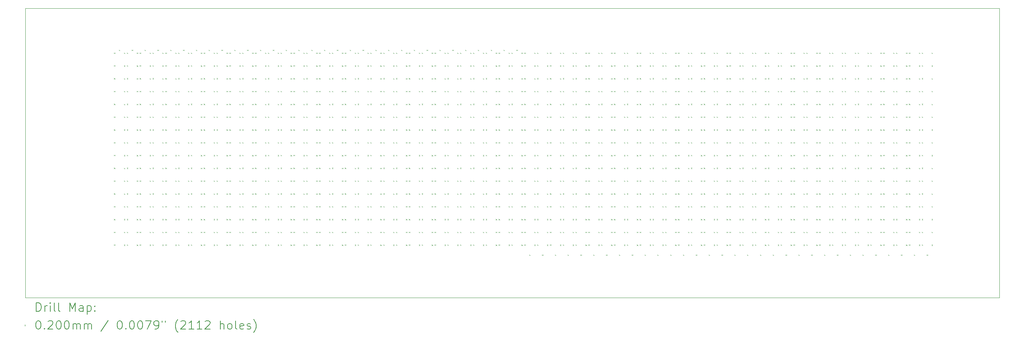
<source format=gbr>
%TF.GenerationSoftware,KiCad,Pcbnew,6.0.8+dfsg-1~bpo11+1*%
%TF.CreationDate,2023-05-30T16:57:44-04:00*%
%TF.ProjectId,09_padded_high_res_tight,30395f70-6164-4646-9564-5f686967685f,rev?*%
%TF.SameCoordinates,Original*%
%TF.FileFunction,Drillmap*%
%TF.FilePolarity,Positive*%
%FSLAX45Y45*%
G04 Gerber Fmt 4.5, Leading zero omitted, Abs format (unit mm)*
G04 Created by KiCad (PCBNEW 6.0.8+dfsg-1~bpo11+1) date 2023-05-30 16:57:44*
%MOMM*%
%LPD*%
G01*
G04 APERTURE LIST*
%ADD10C,0.100000*%
%ADD11C,0.200000*%
%ADD12C,0.020000*%
G04 APERTURE END LIST*
D10*
X4214000Y-4700000D02*
X27005000Y-4700000D01*
X27005000Y-4700000D02*
X27005000Y-11487000D01*
X27005000Y-11487000D02*
X4214000Y-11487000D01*
X4214000Y-11487000D02*
X4214000Y-4700000D01*
D11*
D12*
X6288000Y-5739000D02*
X6308000Y-5759000D01*
X6308000Y-5739000D02*
X6288000Y-5759000D01*
X6288000Y-6039000D02*
X6308000Y-6059000D01*
X6308000Y-6039000D02*
X6288000Y-6059000D01*
X6288000Y-6339000D02*
X6308000Y-6359000D01*
X6308000Y-6339000D02*
X6288000Y-6359000D01*
X6288000Y-6639000D02*
X6308000Y-6659000D01*
X6308000Y-6639000D02*
X6288000Y-6659000D01*
X6288000Y-6939000D02*
X6308000Y-6959000D01*
X6308000Y-6939000D02*
X6288000Y-6959000D01*
X6288000Y-7239000D02*
X6308000Y-7259000D01*
X6308000Y-7239000D02*
X6288000Y-7259000D01*
X6288000Y-7539000D02*
X6308000Y-7559000D01*
X6308000Y-7539000D02*
X6288000Y-7559000D01*
X6288000Y-7839000D02*
X6308000Y-7859000D01*
X6308000Y-7839000D02*
X6288000Y-7859000D01*
X6288000Y-8139000D02*
X6308000Y-8159000D01*
X6308000Y-8139000D02*
X6288000Y-8159000D01*
X6288000Y-8439000D02*
X6308000Y-8459000D01*
X6308000Y-8439000D02*
X6288000Y-8459000D01*
X6288000Y-8739000D02*
X6308000Y-8759000D01*
X6308000Y-8739000D02*
X6288000Y-8759000D01*
X6288000Y-9039000D02*
X6308000Y-9059000D01*
X6308000Y-9039000D02*
X6288000Y-9059000D01*
X6288000Y-9339000D02*
X6308000Y-9359000D01*
X6308000Y-9339000D02*
X6288000Y-9359000D01*
X6288000Y-9639000D02*
X6308000Y-9659000D01*
X6308000Y-9639000D02*
X6288000Y-9659000D01*
X6288000Y-9939000D02*
X6308000Y-9959000D01*
X6308000Y-9939000D02*
X6288000Y-9959000D01*
X6288000Y-10239000D02*
X6308000Y-10259000D01*
X6308000Y-10239000D02*
X6288000Y-10259000D01*
X6403000Y-5673000D02*
X6423000Y-5693000D01*
X6423000Y-5673000D02*
X6403000Y-5693000D01*
X6520000Y-5741000D02*
X6540000Y-5761000D01*
X6540000Y-5741000D02*
X6520000Y-5761000D01*
X6520000Y-6041000D02*
X6540000Y-6061000D01*
X6540000Y-6041000D02*
X6520000Y-6061000D01*
X6520000Y-6341000D02*
X6540000Y-6361000D01*
X6540000Y-6341000D02*
X6520000Y-6361000D01*
X6520000Y-6641000D02*
X6540000Y-6661000D01*
X6540000Y-6641000D02*
X6520000Y-6661000D01*
X6520000Y-6941000D02*
X6540000Y-6961000D01*
X6540000Y-6941000D02*
X6520000Y-6961000D01*
X6520000Y-7241000D02*
X6540000Y-7261000D01*
X6540000Y-7241000D02*
X6520000Y-7261000D01*
X6520000Y-7541000D02*
X6540000Y-7561000D01*
X6540000Y-7541000D02*
X6520000Y-7561000D01*
X6520000Y-7841000D02*
X6540000Y-7861000D01*
X6540000Y-7841000D02*
X6520000Y-7861000D01*
X6520000Y-8141000D02*
X6540000Y-8161000D01*
X6540000Y-8141000D02*
X6520000Y-8161000D01*
X6520000Y-8441000D02*
X6540000Y-8461000D01*
X6540000Y-8441000D02*
X6520000Y-8461000D01*
X6520000Y-8741000D02*
X6540000Y-8761000D01*
X6540000Y-8741000D02*
X6520000Y-8761000D01*
X6520000Y-9041000D02*
X6540000Y-9061000D01*
X6540000Y-9041000D02*
X6520000Y-9061000D01*
X6520000Y-9341000D02*
X6540000Y-9361000D01*
X6540000Y-9341000D02*
X6520000Y-9361000D01*
X6520000Y-9641000D02*
X6540000Y-9661000D01*
X6540000Y-9641000D02*
X6520000Y-9661000D01*
X6520000Y-9941000D02*
X6540000Y-9961000D01*
X6540000Y-9941000D02*
X6520000Y-9961000D01*
X6520000Y-10241000D02*
X6540000Y-10261000D01*
X6540000Y-10241000D02*
X6520000Y-10261000D01*
X6588000Y-5739000D02*
X6608000Y-5759000D01*
X6608000Y-5739000D02*
X6588000Y-5759000D01*
X6588000Y-6039000D02*
X6608000Y-6059000D01*
X6608000Y-6039000D02*
X6588000Y-6059000D01*
X6588000Y-6339000D02*
X6608000Y-6359000D01*
X6608000Y-6339000D02*
X6588000Y-6359000D01*
X6588000Y-6639000D02*
X6608000Y-6659000D01*
X6608000Y-6639000D02*
X6588000Y-6659000D01*
X6588000Y-6939000D02*
X6608000Y-6959000D01*
X6608000Y-6939000D02*
X6588000Y-6959000D01*
X6588000Y-7239000D02*
X6608000Y-7259000D01*
X6608000Y-7239000D02*
X6588000Y-7259000D01*
X6588000Y-7539000D02*
X6608000Y-7559000D01*
X6608000Y-7539000D02*
X6588000Y-7559000D01*
X6588000Y-7839000D02*
X6608000Y-7859000D01*
X6608000Y-7839000D02*
X6588000Y-7859000D01*
X6588000Y-8139000D02*
X6608000Y-8159000D01*
X6608000Y-8139000D02*
X6588000Y-8159000D01*
X6588000Y-8439000D02*
X6608000Y-8459000D01*
X6608000Y-8439000D02*
X6588000Y-8459000D01*
X6588000Y-8739000D02*
X6608000Y-8759000D01*
X6608000Y-8739000D02*
X6588000Y-8759000D01*
X6588000Y-9039000D02*
X6608000Y-9059000D01*
X6608000Y-9039000D02*
X6588000Y-9059000D01*
X6588000Y-9339000D02*
X6608000Y-9359000D01*
X6608000Y-9339000D02*
X6588000Y-9359000D01*
X6588000Y-9639000D02*
X6608000Y-9659000D01*
X6608000Y-9639000D02*
X6588000Y-9659000D01*
X6588000Y-9939000D02*
X6608000Y-9959000D01*
X6608000Y-9939000D02*
X6588000Y-9959000D01*
X6588000Y-10239000D02*
X6608000Y-10259000D01*
X6608000Y-10239000D02*
X6588000Y-10259000D01*
X6703000Y-5673000D02*
X6723000Y-5693000D01*
X6723000Y-5673000D02*
X6703000Y-5693000D01*
X6820000Y-5741000D02*
X6840000Y-5761000D01*
X6840000Y-5741000D02*
X6820000Y-5761000D01*
X6820000Y-6041000D02*
X6840000Y-6061000D01*
X6840000Y-6041000D02*
X6820000Y-6061000D01*
X6820000Y-6341000D02*
X6840000Y-6361000D01*
X6840000Y-6341000D02*
X6820000Y-6361000D01*
X6820000Y-6641000D02*
X6840000Y-6661000D01*
X6840000Y-6641000D02*
X6820000Y-6661000D01*
X6820000Y-6941000D02*
X6840000Y-6961000D01*
X6840000Y-6941000D02*
X6820000Y-6961000D01*
X6820000Y-7241000D02*
X6840000Y-7261000D01*
X6840000Y-7241000D02*
X6820000Y-7261000D01*
X6820000Y-7541000D02*
X6840000Y-7561000D01*
X6840000Y-7541000D02*
X6820000Y-7561000D01*
X6820000Y-7841000D02*
X6840000Y-7861000D01*
X6840000Y-7841000D02*
X6820000Y-7861000D01*
X6820000Y-8141000D02*
X6840000Y-8161000D01*
X6840000Y-8141000D02*
X6820000Y-8161000D01*
X6820000Y-8441000D02*
X6840000Y-8461000D01*
X6840000Y-8441000D02*
X6820000Y-8461000D01*
X6820000Y-8741000D02*
X6840000Y-8761000D01*
X6840000Y-8741000D02*
X6820000Y-8761000D01*
X6820000Y-9041000D02*
X6840000Y-9061000D01*
X6840000Y-9041000D02*
X6820000Y-9061000D01*
X6820000Y-9341000D02*
X6840000Y-9361000D01*
X6840000Y-9341000D02*
X6820000Y-9361000D01*
X6820000Y-9641000D02*
X6840000Y-9661000D01*
X6840000Y-9641000D02*
X6820000Y-9661000D01*
X6820000Y-9941000D02*
X6840000Y-9961000D01*
X6840000Y-9941000D02*
X6820000Y-9961000D01*
X6820000Y-10241000D02*
X6840000Y-10261000D01*
X6840000Y-10241000D02*
X6820000Y-10261000D01*
X6888000Y-5739000D02*
X6908000Y-5759000D01*
X6908000Y-5739000D02*
X6888000Y-5759000D01*
X6888000Y-6039000D02*
X6908000Y-6059000D01*
X6908000Y-6039000D02*
X6888000Y-6059000D01*
X6888000Y-6339000D02*
X6908000Y-6359000D01*
X6908000Y-6339000D02*
X6888000Y-6359000D01*
X6888000Y-6639000D02*
X6908000Y-6659000D01*
X6908000Y-6639000D02*
X6888000Y-6659000D01*
X6888000Y-6939000D02*
X6908000Y-6959000D01*
X6908000Y-6939000D02*
X6888000Y-6959000D01*
X6888000Y-7239000D02*
X6908000Y-7259000D01*
X6908000Y-7239000D02*
X6888000Y-7259000D01*
X6888000Y-7539000D02*
X6908000Y-7559000D01*
X6908000Y-7539000D02*
X6888000Y-7559000D01*
X6888000Y-7839000D02*
X6908000Y-7859000D01*
X6908000Y-7839000D02*
X6888000Y-7859000D01*
X6888000Y-8139000D02*
X6908000Y-8159000D01*
X6908000Y-8139000D02*
X6888000Y-8159000D01*
X6888000Y-8439000D02*
X6908000Y-8459000D01*
X6908000Y-8439000D02*
X6888000Y-8459000D01*
X6888000Y-8739000D02*
X6908000Y-8759000D01*
X6908000Y-8739000D02*
X6888000Y-8759000D01*
X6888000Y-9039000D02*
X6908000Y-9059000D01*
X6908000Y-9039000D02*
X6888000Y-9059000D01*
X6888000Y-9339000D02*
X6908000Y-9359000D01*
X6908000Y-9339000D02*
X6888000Y-9359000D01*
X6888000Y-9639000D02*
X6908000Y-9659000D01*
X6908000Y-9639000D02*
X6888000Y-9659000D01*
X6888000Y-9939000D02*
X6908000Y-9959000D01*
X6908000Y-9939000D02*
X6888000Y-9959000D01*
X6888000Y-10239000D02*
X6908000Y-10259000D01*
X6908000Y-10239000D02*
X6888000Y-10259000D01*
X7003000Y-5673000D02*
X7023000Y-5693000D01*
X7023000Y-5673000D02*
X7003000Y-5693000D01*
X7120000Y-5741000D02*
X7140000Y-5761000D01*
X7140000Y-5741000D02*
X7120000Y-5761000D01*
X7120000Y-6041000D02*
X7140000Y-6061000D01*
X7140000Y-6041000D02*
X7120000Y-6061000D01*
X7120000Y-6341000D02*
X7140000Y-6361000D01*
X7140000Y-6341000D02*
X7120000Y-6361000D01*
X7120000Y-6641000D02*
X7140000Y-6661000D01*
X7140000Y-6641000D02*
X7120000Y-6661000D01*
X7120000Y-6941000D02*
X7140000Y-6961000D01*
X7140000Y-6941000D02*
X7120000Y-6961000D01*
X7120000Y-7241000D02*
X7140000Y-7261000D01*
X7140000Y-7241000D02*
X7120000Y-7261000D01*
X7120000Y-7541000D02*
X7140000Y-7561000D01*
X7140000Y-7541000D02*
X7120000Y-7561000D01*
X7120000Y-7841000D02*
X7140000Y-7861000D01*
X7140000Y-7841000D02*
X7120000Y-7861000D01*
X7120000Y-8141000D02*
X7140000Y-8161000D01*
X7140000Y-8141000D02*
X7120000Y-8161000D01*
X7120000Y-8441000D02*
X7140000Y-8461000D01*
X7140000Y-8441000D02*
X7120000Y-8461000D01*
X7120000Y-8741000D02*
X7140000Y-8761000D01*
X7140000Y-8741000D02*
X7120000Y-8761000D01*
X7120000Y-9041000D02*
X7140000Y-9061000D01*
X7140000Y-9041000D02*
X7120000Y-9061000D01*
X7120000Y-9341000D02*
X7140000Y-9361000D01*
X7140000Y-9341000D02*
X7120000Y-9361000D01*
X7120000Y-9641000D02*
X7140000Y-9661000D01*
X7140000Y-9641000D02*
X7120000Y-9661000D01*
X7120000Y-9941000D02*
X7140000Y-9961000D01*
X7140000Y-9941000D02*
X7120000Y-9961000D01*
X7120000Y-10241000D02*
X7140000Y-10261000D01*
X7140000Y-10241000D02*
X7120000Y-10261000D01*
X7188000Y-5739000D02*
X7208000Y-5759000D01*
X7208000Y-5739000D02*
X7188000Y-5759000D01*
X7188000Y-6039000D02*
X7208000Y-6059000D01*
X7208000Y-6039000D02*
X7188000Y-6059000D01*
X7188000Y-6339000D02*
X7208000Y-6359000D01*
X7208000Y-6339000D02*
X7188000Y-6359000D01*
X7188000Y-6639000D02*
X7208000Y-6659000D01*
X7208000Y-6639000D02*
X7188000Y-6659000D01*
X7188000Y-6939000D02*
X7208000Y-6959000D01*
X7208000Y-6939000D02*
X7188000Y-6959000D01*
X7188000Y-7239000D02*
X7208000Y-7259000D01*
X7208000Y-7239000D02*
X7188000Y-7259000D01*
X7188000Y-7539000D02*
X7208000Y-7559000D01*
X7208000Y-7539000D02*
X7188000Y-7559000D01*
X7188000Y-7839000D02*
X7208000Y-7859000D01*
X7208000Y-7839000D02*
X7188000Y-7859000D01*
X7188000Y-8139000D02*
X7208000Y-8159000D01*
X7208000Y-8139000D02*
X7188000Y-8159000D01*
X7188000Y-8439000D02*
X7208000Y-8459000D01*
X7208000Y-8439000D02*
X7188000Y-8459000D01*
X7188000Y-8739000D02*
X7208000Y-8759000D01*
X7208000Y-8739000D02*
X7188000Y-8759000D01*
X7188000Y-9039000D02*
X7208000Y-9059000D01*
X7208000Y-9039000D02*
X7188000Y-9059000D01*
X7188000Y-9339000D02*
X7208000Y-9359000D01*
X7208000Y-9339000D02*
X7188000Y-9359000D01*
X7188000Y-9639000D02*
X7208000Y-9659000D01*
X7208000Y-9639000D02*
X7188000Y-9659000D01*
X7188000Y-9939000D02*
X7208000Y-9959000D01*
X7208000Y-9939000D02*
X7188000Y-9959000D01*
X7188000Y-10239000D02*
X7208000Y-10259000D01*
X7208000Y-10239000D02*
X7188000Y-10259000D01*
X7303000Y-5673000D02*
X7323000Y-5693000D01*
X7323000Y-5673000D02*
X7303000Y-5693000D01*
X7420000Y-5741000D02*
X7440000Y-5761000D01*
X7440000Y-5741000D02*
X7420000Y-5761000D01*
X7420000Y-6041000D02*
X7440000Y-6061000D01*
X7440000Y-6041000D02*
X7420000Y-6061000D01*
X7420000Y-6341000D02*
X7440000Y-6361000D01*
X7440000Y-6341000D02*
X7420000Y-6361000D01*
X7420000Y-6641000D02*
X7440000Y-6661000D01*
X7440000Y-6641000D02*
X7420000Y-6661000D01*
X7420000Y-6941000D02*
X7440000Y-6961000D01*
X7440000Y-6941000D02*
X7420000Y-6961000D01*
X7420000Y-7241000D02*
X7440000Y-7261000D01*
X7440000Y-7241000D02*
X7420000Y-7261000D01*
X7420000Y-7541000D02*
X7440000Y-7561000D01*
X7440000Y-7541000D02*
X7420000Y-7561000D01*
X7420000Y-7841000D02*
X7440000Y-7861000D01*
X7440000Y-7841000D02*
X7420000Y-7861000D01*
X7420000Y-8141000D02*
X7440000Y-8161000D01*
X7440000Y-8141000D02*
X7420000Y-8161000D01*
X7420000Y-8441000D02*
X7440000Y-8461000D01*
X7440000Y-8441000D02*
X7420000Y-8461000D01*
X7420000Y-8741000D02*
X7440000Y-8761000D01*
X7440000Y-8741000D02*
X7420000Y-8761000D01*
X7420000Y-9041000D02*
X7440000Y-9061000D01*
X7440000Y-9041000D02*
X7420000Y-9061000D01*
X7420000Y-9341000D02*
X7440000Y-9361000D01*
X7440000Y-9341000D02*
X7420000Y-9361000D01*
X7420000Y-9641000D02*
X7440000Y-9661000D01*
X7440000Y-9641000D02*
X7420000Y-9661000D01*
X7420000Y-9941000D02*
X7440000Y-9961000D01*
X7440000Y-9941000D02*
X7420000Y-9961000D01*
X7420000Y-10241000D02*
X7440000Y-10261000D01*
X7440000Y-10241000D02*
X7420000Y-10261000D01*
X7488000Y-5739000D02*
X7508000Y-5759000D01*
X7508000Y-5739000D02*
X7488000Y-5759000D01*
X7488000Y-6039000D02*
X7508000Y-6059000D01*
X7508000Y-6039000D02*
X7488000Y-6059000D01*
X7488000Y-6339000D02*
X7508000Y-6359000D01*
X7508000Y-6339000D02*
X7488000Y-6359000D01*
X7488000Y-6639000D02*
X7508000Y-6659000D01*
X7508000Y-6639000D02*
X7488000Y-6659000D01*
X7488000Y-6939000D02*
X7508000Y-6959000D01*
X7508000Y-6939000D02*
X7488000Y-6959000D01*
X7488000Y-7239000D02*
X7508000Y-7259000D01*
X7508000Y-7239000D02*
X7488000Y-7259000D01*
X7488000Y-7539000D02*
X7508000Y-7559000D01*
X7508000Y-7539000D02*
X7488000Y-7559000D01*
X7488000Y-7839000D02*
X7508000Y-7859000D01*
X7508000Y-7839000D02*
X7488000Y-7859000D01*
X7488000Y-8139000D02*
X7508000Y-8159000D01*
X7508000Y-8139000D02*
X7488000Y-8159000D01*
X7488000Y-8439000D02*
X7508000Y-8459000D01*
X7508000Y-8439000D02*
X7488000Y-8459000D01*
X7488000Y-8739000D02*
X7508000Y-8759000D01*
X7508000Y-8739000D02*
X7488000Y-8759000D01*
X7488000Y-9039000D02*
X7508000Y-9059000D01*
X7508000Y-9039000D02*
X7488000Y-9059000D01*
X7488000Y-9339000D02*
X7508000Y-9359000D01*
X7508000Y-9339000D02*
X7488000Y-9359000D01*
X7488000Y-9639000D02*
X7508000Y-9659000D01*
X7508000Y-9639000D02*
X7488000Y-9659000D01*
X7488000Y-9939000D02*
X7508000Y-9959000D01*
X7508000Y-9939000D02*
X7488000Y-9959000D01*
X7488000Y-10239000D02*
X7508000Y-10259000D01*
X7508000Y-10239000D02*
X7488000Y-10259000D01*
X7603000Y-5673000D02*
X7623000Y-5693000D01*
X7623000Y-5673000D02*
X7603000Y-5693000D01*
X7720000Y-5741000D02*
X7740000Y-5761000D01*
X7740000Y-5741000D02*
X7720000Y-5761000D01*
X7720000Y-6041000D02*
X7740000Y-6061000D01*
X7740000Y-6041000D02*
X7720000Y-6061000D01*
X7720000Y-6341000D02*
X7740000Y-6361000D01*
X7740000Y-6341000D02*
X7720000Y-6361000D01*
X7720000Y-6641000D02*
X7740000Y-6661000D01*
X7740000Y-6641000D02*
X7720000Y-6661000D01*
X7720000Y-6941000D02*
X7740000Y-6961000D01*
X7740000Y-6941000D02*
X7720000Y-6961000D01*
X7720000Y-7241000D02*
X7740000Y-7261000D01*
X7740000Y-7241000D02*
X7720000Y-7261000D01*
X7720000Y-7541000D02*
X7740000Y-7561000D01*
X7740000Y-7541000D02*
X7720000Y-7561000D01*
X7720000Y-7841000D02*
X7740000Y-7861000D01*
X7740000Y-7841000D02*
X7720000Y-7861000D01*
X7720000Y-8141000D02*
X7740000Y-8161000D01*
X7740000Y-8141000D02*
X7720000Y-8161000D01*
X7720000Y-8441000D02*
X7740000Y-8461000D01*
X7740000Y-8441000D02*
X7720000Y-8461000D01*
X7720000Y-8741000D02*
X7740000Y-8761000D01*
X7740000Y-8741000D02*
X7720000Y-8761000D01*
X7720000Y-9041000D02*
X7740000Y-9061000D01*
X7740000Y-9041000D02*
X7720000Y-9061000D01*
X7720000Y-9341000D02*
X7740000Y-9361000D01*
X7740000Y-9341000D02*
X7720000Y-9361000D01*
X7720000Y-9641000D02*
X7740000Y-9661000D01*
X7740000Y-9641000D02*
X7720000Y-9661000D01*
X7720000Y-9941000D02*
X7740000Y-9961000D01*
X7740000Y-9941000D02*
X7720000Y-9961000D01*
X7720000Y-10241000D02*
X7740000Y-10261000D01*
X7740000Y-10241000D02*
X7720000Y-10261000D01*
X7788000Y-5739000D02*
X7808000Y-5759000D01*
X7808000Y-5739000D02*
X7788000Y-5759000D01*
X7788000Y-6039000D02*
X7808000Y-6059000D01*
X7808000Y-6039000D02*
X7788000Y-6059000D01*
X7788000Y-6339000D02*
X7808000Y-6359000D01*
X7808000Y-6339000D02*
X7788000Y-6359000D01*
X7788000Y-6639000D02*
X7808000Y-6659000D01*
X7808000Y-6639000D02*
X7788000Y-6659000D01*
X7788000Y-6939000D02*
X7808000Y-6959000D01*
X7808000Y-6939000D02*
X7788000Y-6959000D01*
X7788000Y-7239000D02*
X7808000Y-7259000D01*
X7808000Y-7239000D02*
X7788000Y-7259000D01*
X7788000Y-7539000D02*
X7808000Y-7559000D01*
X7808000Y-7539000D02*
X7788000Y-7559000D01*
X7788000Y-7839000D02*
X7808000Y-7859000D01*
X7808000Y-7839000D02*
X7788000Y-7859000D01*
X7788000Y-8139000D02*
X7808000Y-8159000D01*
X7808000Y-8139000D02*
X7788000Y-8159000D01*
X7788000Y-8439000D02*
X7808000Y-8459000D01*
X7808000Y-8439000D02*
X7788000Y-8459000D01*
X7788000Y-8739000D02*
X7808000Y-8759000D01*
X7808000Y-8739000D02*
X7788000Y-8759000D01*
X7788000Y-9039000D02*
X7808000Y-9059000D01*
X7808000Y-9039000D02*
X7788000Y-9059000D01*
X7788000Y-9339000D02*
X7808000Y-9359000D01*
X7808000Y-9339000D02*
X7788000Y-9359000D01*
X7788000Y-9639000D02*
X7808000Y-9659000D01*
X7808000Y-9639000D02*
X7788000Y-9659000D01*
X7788000Y-9939000D02*
X7808000Y-9959000D01*
X7808000Y-9939000D02*
X7788000Y-9959000D01*
X7788000Y-10239000D02*
X7808000Y-10259000D01*
X7808000Y-10239000D02*
X7788000Y-10259000D01*
X7903000Y-5673000D02*
X7923000Y-5693000D01*
X7923000Y-5673000D02*
X7903000Y-5693000D01*
X8020000Y-5741000D02*
X8040000Y-5761000D01*
X8040000Y-5741000D02*
X8020000Y-5761000D01*
X8020000Y-6041000D02*
X8040000Y-6061000D01*
X8040000Y-6041000D02*
X8020000Y-6061000D01*
X8020000Y-6341000D02*
X8040000Y-6361000D01*
X8040000Y-6341000D02*
X8020000Y-6361000D01*
X8020000Y-6641000D02*
X8040000Y-6661000D01*
X8040000Y-6641000D02*
X8020000Y-6661000D01*
X8020000Y-6941000D02*
X8040000Y-6961000D01*
X8040000Y-6941000D02*
X8020000Y-6961000D01*
X8020000Y-7241000D02*
X8040000Y-7261000D01*
X8040000Y-7241000D02*
X8020000Y-7261000D01*
X8020000Y-7541000D02*
X8040000Y-7561000D01*
X8040000Y-7541000D02*
X8020000Y-7561000D01*
X8020000Y-7841000D02*
X8040000Y-7861000D01*
X8040000Y-7841000D02*
X8020000Y-7861000D01*
X8020000Y-8141000D02*
X8040000Y-8161000D01*
X8040000Y-8141000D02*
X8020000Y-8161000D01*
X8020000Y-8441000D02*
X8040000Y-8461000D01*
X8040000Y-8441000D02*
X8020000Y-8461000D01*
X8020000Y-8741000D02*
X8040000Y-8761000D01*
X8040000Y-8741000D02*
X8020000Y-8761000D01*
X8020000Y-9041000D02*
X8040000Y-9061000D01*
X8040000Y-9041000D02*
X8020000Y-9061000D01*
X8020000Y-9341000D02*
X8040000Y-9361000D01*
X8040000Y-9341000D02*
X8020000Y-9361000D01*
X8020000Y-9641000D02*
X8040000Y-9661000D01*
X8040000Y-9641000D02*
X8020000Y-9661000D01*
X8020000Y-9941000D02*
X8040000Y-9961000D01*
X8040000Y-9941000D02*
X8020000Y-9961000D01*
X8020000Y-10241000D02*
X8040000Y-10261000D01*
X8040000Y-10241000D02*
X8020000Y-10261000D01*
X8088000Y-5739000D02*
X8108000Y-5759000D01*
X8108000Y-5739000D02*
X8088000Y-5759000D01*
X8088000Y-6039000D02*
X8108000Y-6059000D01*
X8108000Y-6039000D02*
X8088000Y-6059000D01*
X8088000Y-6339000D02*
X8108000Y-6359000D01*
X8108000Y-6339000D02*
X8088000Y-6359000D01*
X8088000Y-6639000D02*
X8108000Y-6659000D01*
X8108000Y-6639000D02*
X8088000Y-6659000D01*
X8088000Y-6939000D02*
X8108000Y-6959000D01*
X8108000Y-6939000D02*
X8088000Y-6959000D01*
X8088000Y-7239000D02*
X8108000Y-7259000D01*
X8108000Y-7239000D02*
X8088000Y-7259000D01*
X8088000Y-7539000D02*
X8108000Y-7559000D01*
X8108000Y-7539000D02*
X8088000Y-7559000D01*
X8088000Y-7839000D02*
X8108000Y-7859000D01*
X8108000Y-7839000D02*
X8088000Y-7859000D01*
X8088000Y-8139000D02*
X8108000Y-8159000D01*
X8108000Y-8139000D02*
X8088000Y-8159000D01*
X8088000Y-8439000D02*
X8108000Y-8459000D01*
X8108000Y-8439000D02*
X8088000Y-8459000D01*
X8088000Y-8739000D02*
X8108000Y-8759000D01*
X8108000Y-8739000D02*
X8088000Y-8759000D01*
X8088000Y-9039000D02*
X8108000Y-9059000D01*
X8108000Y-9039000D02*
X8088000Y-9059000D01*
X8088000Y-9339000D02*
X8108000Y-9359000D01*
X8108000Y-9339000D02*
X8088000Y-9359000D01*
X8088000Y-9639000D02*
X8108000Y-9659000D01*
X8108000Y-9639000D02*
X8088000Y-9659000D01*
X8088000Y-9939000D02*
X8108000Y-9959000D01*
X8108000Y-9939000D02*
X8088000Y-9959000D01*
X8088000Y-10239000D02*
X8108000Y-10259000D01*
X8108000Y-10239000D02*
X8088000Y-10259000D01*
X8203000Y-5673000D02*
X8223000Y-5693000D01*
X8223000Y-5673000D02*
X8203000Y-5693000D01*
X8320000Y-5741000D02*
X8340000Y-5761000D01*
X8340000Y-5741000D02*
X8320000Y-5761000D01*
X8320000Y-6041000D02*
X8340000Y-6061000D01*
X8340000Y-6041000D02*
X8320000Y-6061000D01*
X8320000Y-6341000D02*
X8340000Y-6361000D01*
X8340000Y-6341000D02*
X8320000Y-6361000D01*
X8320000Y-6641000D02*
X8340000Y-6661000D01*
X8340000Y-6641000D02*
X8320000Y-6661000D01*
X8320000Y-6941000D02*
X8340000Y-6961000D01*
X8340000Y-6941000D02*
X8320000Y-6961000D01*
X8320000Y-7241000D02*
X8340000Y-7261000D01*
X8340000Y-7241000D02*
X8320000Y-7261000D01*
X8320000Y-7541000D02*
X8340000Y-7561000D01*
X8340000Y-7541000D02*
X8320000Y-7561000D01*
X8320000Y-7841000D02*
X8340000Y-7861000D01*
X8340000Y-7841000D02*
X8320000Y-7861000D01*
X8320000Y-8141000D02*
X8340000Y-8161000D01*
X8340000Y-8141000D02*
X8320000Y-8161000D01*
X8320000Y-8441000D02*
X8340000Y-8461000D01*
X8340000Y-8441000D02*
X8320000Y-8461000D01*
X8320000Y-8741000D02*
X8340000Y-8761000D01*
X8340000Y-8741000D02*
X8320000Y-8761000D01*
X8320000Y-9041000D02*
X8340000Y-9061000D01*
X8340000Y-9041000D02*
X8320000Y-9061000D01*
X8320000Y-9341000D02*
X8340000Y-9361000D01*
X8340000Y-9341000D02*
X8320000Y-9361000D01*
X8320000Y-9641000D02*
X8340000Y-9661000D01*
X8340000Y-9641000D02*
X8320000Y-9661000D01*
X8320000Y-9941000D02*
X8340000Y-9961000D01*
X8340000Y-9941000D02*
X8320000Y-9961000D01*
X8320000Y-10241000D02*
X8340000Y-10261000D01*
X8340000Y-10241000D02*
X8320000Y-10261000D01*
X8388000Y-5739000D02*
X8408000Y-5759000D01*
X8408000Y-5739000D02*
X8388000Y-5759000D01*
X8388000Y-6039000D02*
X8408000Y-6059000D01*
X8408000Y-6039000D02*
X8388000Y-6059000D01*
X8388000Y-6339000D02*
X8408000Y-6359000D01*
X8408000Y-6339000D02*
X8388000Y-6359000D01*
X8388000Y-6639000D02*
X8408000Y-6659000D01*
X8408000Y-6639000D02*
X8388000Y-6659000D01*
X8388000Y-6939000D02*
X8408000Y-6959000D01*
X8408000Y-6939000D02*
X8388000Y-6959000D01*
X8388000Y-7239000D02*
X8408000Y-7259000D01*
X8408000Y-7239000D02*
X8388000Y-7259000D01*
X8388000Y-7539000D02*
X8408000Y-7559000D01*
X8408000Y-7539000D02*
X8388000Y-7559000D01*
X8388000Y-7839000D02*
X8408000Y-7859000D01*
X8408000Y-7839000D02*
X8388000Y-7859000D01*
X8388000Y-8139000D02*
X8408000Y-8159000D01*
X8408000Y-8139000D02*
X8388000Y-8159000D01*
X8388000Y-8439000D02*
X8408000Y-8459000D01*
X8408000Y-8439000D02*
X8388000Y-8459000D01*
X8388000Y-8739000D02*
X8408000Y-8759000D01*
X8408000Y-8739000D02*
X8388000Y-8759000D01*
X8388000Y-9039000D02*
X8408000Y-9059000D01*
X8408000Y-9039000D02*
X8388000Y-9059000D01*
X8388000Y-9339000D02*
X8408000Y-9359000D01*
X8408000Y-9339000D02*
X8388000Y-9359000D01*
X8388000Y-9639000D02*
X8408000Y-9659000D01*
X8408000Y-9639000D02*
X8388000Y-9659000D01*
X8388000Y-9939000D02*
X8408000Y-9959000D01*
X8408000Y-9939000D02*
X8388000Y-9959000D01*
X8388000Y-10239000D02*
X8408000Y-10259000D01*
X8408000Y-10239000D02*
X8388000Y-10259000D01*
X8503000Y-5673000D02*
X8523000Y-5693000D01*
X8523000Y-5673000D02*
X8503000Y-5693000D01*
X8620000Y-5741000D02*
X8640000Y-5761000D01*
X8640000Y-5741000D02*
X8620000Y-5761000D01*
X8620000Y-6041000D02*
X8640000Y-6061000D01*
X8640000Y-6041000D02*
X8620000Y-6061000D01*
X8620000Y-6341000D02*
X8640000Y-6361000D01*
X8640000Y-6341000D02*
X8620000Y-6361000D01*
X8620000Y-6641000D02*
X8640000Y-6661000D01*
X8640000Y-6641000D02*
X8620000Y-6661000D01*
X8620000Y-6941000D02*
X8640000Y-6961000D01*
X8640000Y-6941000D02*
X8620000Y-6961000D01*
X8620000Y-7241000D02*
X8640000Y-7261000D01*
X8640000Y-7241000D02*
X8620000Y-7261000D01*
X8620000Y-7541000D02*
X8640000Y-7561000D01*
X8640000Y-7541000D02*
X8620000Y-7561000D01*
X8620000Y-7841000D02*
X8640000Y-7861000D01*
X8640000Y-7841000D02*
X8620000Y-7861000D01*
X8620000Y-8141000D02*
X8640000Y-8161000D01*
X8640000Y-8141000D02*
X8620000Y-8161000D01*
X8620000Y-8441000D02*
X8640000Y-8461000D01*
X8640000Y-8441000D02*
X8620000Y-8461000D01*
X8620000Y-8741000D02*
X8640000Y-8761000D01*
X8640000Y-8741000D02*
X8620000Y-8761000D01*
X8620000Y-9041000D02*
X8640000Y-9061000D01*
X8640000Y-9041000D02*
X8620000Y-9061000D01*
X8620000Y-9341000D02*
X8640000Y-9361000D01*
X8640000Y-9341000D02*
X8620000Y-9361000D01*
X8620000Y-9641000D02*
X8640000Y-9661000D01*
X8640000Y-9641000D02*
X8620000Y-9661000D01*
X8620000Y-9941000D02*
X8640000Y-9961000D01*
X8640000Y-9941000D02*
X8620000Y-9961000D01*
X8620000Y-10241000D02*
X8640000Y-10261000D01*
X8640000Y-10241000D02*
X8620000Y-10261000D01*
X8688000Y-5739000D02*
X8708000Y-5759000D01*
X8708000Y-5739000D02*
X8688000Y-5759000D01*
X8688000Y-6039000D02*
X8708000Y-6059000D01*
X8708000Y-6039000D02*
X8688000Y-6059000D01*
X8688000Y-6339000D02*
X8708000Y-6359000D01*
X8708000Y-6339000D02*
X8688000Y-6359000D01*
X8688000Y-6639000D02*
X8708000Y-6659000D01*
X8708000Y-6639000D02*
X8688000Y-6659000D01*
X8688000Y-6939000D02*
X8708000Y-6959000D01*
X8708000Y-6939000D02*
X8688000Y-6959000D01*
X8688000Y-7239000D02*
X8708000Y-7259000D01*
X8708000Y-7239000D02*
X8688000Y-7259000D01*
X8688000Y-7539000D02*
X8708000Y-7559000D01*
X8708000Y-7539000D02*
X8688000Y-7559000D01*
X8688000Y-7839000D02*
X8708000Y-7859000D01*
X8708000Y-7839000D02*
X8688000Y-7859000D01*
X8688000Y-8139000D02*
X8708000Y-8159000D01*
X8708000Y-8139000D02*
X8688000Y-8159000D01*
X8688000Y-8439000D02*
X8708000Y-8459000D01*
X8708000Y-8439000D02*
X8688000Y-8459000D01*
X8688000Y-8739000D02*
X8708000Y-8759000D01*
X8708000Y-8739000D02*
X8688000Y-8759000D01*
X8688000Y-9039000D02*
X8708000Y-9059000D01*
X8708000Y-9039000D02*
X8688000Y-9059000D01*
X8688000Y-9339000D02*
X8708000Y-9359000D01*
X8708000Y-9339000D02*
X8688000Y-9359000D01*
X8688000Y-9639000D02*
X8708000Y-9659000D01*
X8708000Y-9639000D02*
X8688000Y-9659000D01*
X8688000Y-9939000D02*
X8708000Y-9959000D01*
X8708000Y-9939000D02*
X8688000Y-9959000D01*
X8688000Y-10239000D02*
X8708000Y-10259000D01*
X8708000Y-10239000D02*
X8688000Y-10259000D01*
X8803000Y-5673000D02*
X8823000Y-5693000D01*
X8823000Y-5673000D02*
X8803000Y-5693000D01*
X8920000Y-5741000D02*
X8940000Y-5761000D01*
X8940000Y-5741000D02*
X8920000Y-5761000D01*
X8920000Y-6041000D02*
X8940000Y-6061000D01*
X8940000Y-6041000D02*
X8920000Y-6061000D01*
X8920000Y-6341000D02*
X8940000Y-6361000D01*
X8940000Y-6341000D02*
X8920000Y-6361000D01*
X8920000Y-6641000D02*
X8940000Y-6661000D01*
X8940000Y-6641000D02*
X8920000Y-6661000D01*
X8920000Y-6941000D02*
X8940000Y-6961000D01*
X8940000Y-6941000D02*
X8920000Y-6961000D01*
X8920000Y-7241000D02*
X8940000Y-7261000D01*
X8940000Y-7241000D02*
X8920000Y-7261000D01*
X8920000Y-7541000D02*
X8940000Y-7561000D01*
X8940000Y-7541000D02*
X8920000Y-7561000D01*
X8920000Y-7841000D02*
X8940000Y-7861000D01*
X8940000Y-7841000D02*
X8920000Y-7861000D01*
X8920000Y-8141000D02*
X8940000Y-8161000D01*
X8940000Y-8141000D02*
X8920000Y-8161000D01*
X8920000Y-8441000D02*
X8940000Y-8461000D01*
X8940000Y-8441000D02*
X8920000Y-8461000D01*
X8920000Y-8741000D02*
X8940000Y-8761000D01*
X8940000Y-8741000D02*
X8920000Y-8761000D01*
X8920000Y-9041000D02*
X8940000Y-9061000D01*
X8940000Y-9041000D02*
X8920000Y-9061000D01*
X8920000Y-9341000D02*
X8940000Y-9361000D01*
X8940000Y-9341000D02*
X8920000Y-9361000D01*
X8920000Y-9641000D02*
X8940000Y-9661000D01*
X8940000Y-9641000D02*
X8920000Y-9661000D01*
X8920000Y-9941000D02*
X8940000Y-9961000D01*
X8940000Y-9941000D02*
X8920000Y-9961000D01*
X8920000Y-10241000D02*
X8940000Y-10261000D01*
X8940000Y-10241000D02*
X8920000Y-10261000D01*
X8988000Y-5739000D02*
X9008000Y-5759000D01*
X9008000Y-5739000D02*
X8988000Y-5759000D01*
X8988000Y-6039000D02*
X9008000Y-6059000D01*
X9008000Y-6039000D02*
X8988000Y-6059000D01*
X8988000Y-6339000D02*
X9008000Y-6359000D01*
X9008000Y-6339000D02*
X8988000Y-6359000D01*
X8988000Y-6639000D02*
X9008000Y-6659000D01*
X9008000Y-6639000D02*
X8988000Y-6659000D01*
X8988000Y-6939000D02*
X9008000Y-6959000D01*
X9008000Y-6939000D02*
X8988000Y-6959000D01*
X8988000Y-7239000D02*
X9008000Y-7259000D01*
X9008000Y-7239000D02*
X8988000Y-7259000D01*
X8988000Y-7539000D02*
X9008000Y-7559000D01*
X9008000Y-7539000D02*
X8988000Y-7559000D01*
X8988000Y-7839000D02*
X9008000Y-7859000D01*
X9008000Y-7839000D02*
X8988000Y-7859000D01*
X8988000Y-8139000D02*
X9008000Y-8159000D01*
X9008000Y-8139000D02*
X8988000Y-8159000D01*
X8988000Y-8439000D02*
X9008000Y-8459000D01*
X9008000Y-8439000D02*
X8988000Y-8459000D01*
X8988000Y-8739000D02*
X9008000Y-8759000D01*
X9008000Y-8739000D02*
X8988000Y-8759000D01*
X8988000Y-9039000D02*
X9008000Y-9059000D01*
X9008000Y-9039000D02*
X8988000Y-9059000D01*
X8988000Y-9339000D02*
X9008000Y-9359000D01*
X9008000Y-9339000D02*
X8988000Y-9359000D01*
X8988000Y-9639000D02*
X9008000Y-9659000D01*
X9008000Y-9639000D02*
X8988000Y-9659000D01*
X8988000Y-9939000D02*
X9008000Y-9959000D01*
X9008000Y-9939000D02*
X8988000Y-9959000D01*
X8988000Y-10239000D02*
X9008000Y-10259000D01*
X9008000Y-10239000D02*
X8988000Y-10259000D01*
X9103000Y-5673000D02*
X9123000Y-5693000D01*
X9123000Y-5673000D02*
X9103000Y-5693000D01*
X9220000Y-5741000D02*
X9240000Y-5761000D01*
X9240000Y-5741000D02*
X9220000Y-5761000D01*
X9220000Y-6041000D02*
X9240000Y-6061000D01*
X9240000Y-6041000D02*
X9220000Y-6061000D01*
X9220000Y-6341000D02*
X9240000Y-6361000D01*
X9240000Y-6341000D02*
X9220000Y-6361000D01*
X9220000Y-6641000D02*
X9240000Y-6661000D01*
X9240000Y-6641000D02*
X9220000Y-6661000D01*
X9220000Y-6941000D02*
X9240000Y-6961000D01*
X9240000Y-6941000D02*
X9220000Y-6961000D01*
X9220000Y-7241000D02*
X9240000Y-7261000D01*
X9240000Y-7241000D02*
X9220000Y-7261000D01*
X9220000Y-7541000D02*
X9240000Y-7561000D01*
X9240000Y-7541000D02*
X9220000Y-7561000D01*
X9220000Y-7841000D02*
X9240000Y-7861000D01*
X9240000Y-7841000D02*
X9220000Y-7861000D01*
X9220000Y-8141000D02*
X9240000Y-8161000D01*
X9240000Y-8141000D02*
X9220000Y-8161000D01*
X9220000Y-8441000D02*
X9240000Y-8461000D01*
X9240000Y-8441000D02*
X9220000Y-8461000D01*
X9220000Y-8741000D02*
X9240000Y-8761000D01*
X9240000Y-8741000D02*
X9220000Y-8761000D01*
X9220000Y-9041000D02*
X9240000Y-9061000D01*
X9240000Y-9041000D02*
X9220000Y-9061000D01*
X9220000Y-9341000D02*
X9240000Y-9361000D01*
X9240000Y-9341000D02*
X9220000Y-9361000D01*
X9220000Y-9641000D02*
X9240000Y-9661000D01*
X9240000Y-9641000D02*
X9220000Y-9661000D01*
X9220000Y-9941000D02*
X9240000Y-9961000D01*
X9240000Y-9941000D02*
X9220000Y-9961000D01*
X9220000Y-10241000D02*
X9240000Y-10261000D01*
X9240000Y-10241000D02*
X9220000Y-10261000D01*
X9288000Y-5739000D02*
X9308000Y-5759000D01*
X9308000Y-5739000D02*
X9288000Y-5759000D01*
X9288000Y-6039000D02*
X9308000Y-6059000D01*
X9308000Y-6039000D02*
X9288000Y-6059000D01*
X9288000Y-6339000D02*
X9308000Y-6359000D01*
X9308000Y-6339000D02*
X9288000Y-6359000D01*
X9288000Y-6639000D02*
X9308000Y-6659000D01*
X9308000Y-6639000D02*
X9288000Y-6659000D01*
X9288000Y-6939000D02*
X9308000Y-6959000D01*
X9308000Y-6939000D02*
X9288000Y-6959000D01*
X9288000Y-7239000D02*
X9308000Y-7259000D01*
X9308000Y-7239000D02*
X9288000Y-7259000D01*
X9288000Y-7539000D02*
X9308000Y-7559000D01*
X9308000Y-7539000D02*
X9288000Y-7559000D01*
X9288000Y-7839000D02*
X9308000Y-7859000D01*
X9308000Y-7839000D02*
X9288000Y-7859000D01*
X9288000Y-8139000D02*
X9308000Y-8159000D01*
X9308000Y-8139000D02*
X9288000Y-8159000D01*
X9288000Y-8439000D02*
X9308000Y-8459000D01*
X9308000Y-8439000D02*
X9288000Y-8459000D01*
X9288000Y-8739000D02*
X9308000Y-8759000D01*
X9308000Y-8739000D02*
X9288000Y-8759000D01*
X9288000Y-9039000D02*
X9308000Y-9059000D01*
X9308000Y-9039000D02*
X9288000Y-9059000D01*
X9288000Y-9339000D02*
X9308000Y-9359000D01*
X9308000Y-9339000D02*
X9288000Y-9359000D01*
X9288000Y-9639000D02*
X9308000Y-9659000D01*
X9308000Y-9639000D02*
X9288000Y-9659000D01*
X9288000Y-9939000D02*
X9308000Y-9959000D01*
X9308000Y-9939000D02*
X9288000Y-9959000D01*
X9288000Y-10239000D02*
X9308000Y-10259000D01*
X9308000Y-10239000D02*
X9288000Y-10259000D01*
X9403000Y-5673000D02*
X9423000Y-5693000D01*
X9423000Y-5673000D02*
X9403000Y-5693000D01*
X9520000Y-5741000D02*
X9540000Y-5761000D01*
X9540000Y-5741000D02*
X9520000Y-5761000D01*
X9520000Y-6041000D02*
X9540000Y-6061000D01*
X9540000Y-6041000D02*
X9520000Y-6061000D01*
X9520000Y-6341000D02*
X9540000Y-6361000D01*
X9540000Y-6341000D02*
X9520000Y-6361000D01*
X9520000Y-6641000D02*
X9540000Y-6661000D01*
X9540000Y-6641000D02*
X9520000Y-6661000D01*
X9520000Y-6941000D02*
X9540000Y-6961000D01*
X9540000Y-6941000D02*
X9520000Y-6961000D01*
X9520000Y-7241000D02*
X9540000Y-7261000D01*
X9540000Y-7241000D02*
X9520000Y-7261000D01*
X9520000Y-7541000D02*
X9540000Y-7561000D01*
X9540000Y-7541000D02*
X9520000Y-7561000D01*
X9520000Y-7841000D02*
X9540000Y-7861000D01*
X9540000Y-7841000D02*
X9520000Y-7861000D01*
X9520000Y-8141000D02*
X9540000Y-8161000D01*
X9540000Y-8141000D02*
X9520000Y-8161000D01*
X9520000Y-8441000D02*
X9540000Y-8461000D01*
X9540000Y-8441000D02*
X9520000Y-8461000D01*
X9520000Y-8741000D02*
X9540000Y-8761000D01*
X9540000Y-8741000D02*
X9520000Y-8761000D01*
X9520000Y-9041000D02*
X9540000Y-9061000D01*
X9540000Y-9041000D02*
X9520000Y-9061000D01*
X9520000Y-9341000D02*
X9540000Y-9361000D01*
X9540000Y-9341000D02*
X9520000Y-9361000D01*
X9520000Y-9641000D02*
X9540000Y-9661000D01*
X9540000Y-9641000D02*
X9520000Y-9661000D01*
X9520000Y-9941000D02*
X9540000Y-9961000D01*
X9540000Y-9941000D02*
X9520000Y-9961000D01*
X9520000Y-10241000D02*
X9540000Y-10261000D01*
X9540000Y-10241000D02*
X9520000Y-10261000D01*
X9588000Y-5739000D02*
X9608000Y-5759000D01*
X9608000Y-5739000D02*
X9588000Y-5759000D01*
X9588000Y-6039000D02*
X9608000Y-6059000D01*
X9608000Y-6039000D02*
X9588000Y-6059000D01*
X9588000Y-6339000D02*
X9608000Y-6359000D01*
X9608000Y-6339000D02*
X9588000Y-6359000D01*
X9588000Y-6639000D02*
X9608000Y-6659000D01*
X9608000Y-6639000D02*
X9588000Y-6659000D01*
X9588000Y-6939000D02*
X9608000Y-6959000D01*
X9608000Y-6939000D02*
X9588000Y-6959000D01*
X9588000Y-7239000D02*
X9608000Y-7259000D01*
X9608000Y-7239000D02*
X9588000Y-7259000D01*
X9588000Y-7539000D02*
X9608000Y-7559000D01*
X9608000Y-7539000D02*
X9588000Y-7559000D01*
X9588000Y-7839000D02*
X9608000Y-7859000D01*
X9608000Y-7839000D02*
X9588000Y-7859000D01*
X9588000Y-8139000D02*
X9608000Y-8159000D01*
X9608000Y-8139000D02*
X9588000Y-8159000D01*
X9588000Y-8439000D02*
X9608000Y-8459000D01*
X9608000Y-8439000D02*
X9588000Y-8459000D01*
X9588000Y-8739000D02*
X9608000Y-8759000D01*
X9608000Y-8739000D02*
X9588000Y-8759000D01*
X9588000Y-9039000D02*
X9608000Y-9059000D01*
X9608000Y-9039000D02*
X9588000Y-9059000D01*
X9588000Y-9339000D02*
X9608000Y-9359000D01*
X9608000Y-9339000D02*
X9588000Y-9359000D01*
X9588000Y-9639000D02*
X9608000Y-9659000D01*
X9608000Y-9639000D02*
X9588000Y-9659000D01*
X9588000Y-9939000D02*
X9608000Y-9959000D01*
X9608000Y-9939000D02*
X9588000Y-9959000D01*
X9588000Y-10239000D02*
X9608000Y-10259000D01*
X9608000Y-10239000D02*
X9588000Y-10259000D01*
X9703000Y-5673000D02*
X9723000Y-5693000D01*
X9723000Y-5673000D02*
X9703000Y-5693000D01*
X9820000Y-5741000D02*
X9840000Y-5761000D01*
X9840000Y-5741000D02*
X9820000Y-5761000D01*
X9820000Y-6041000D02*
X9840000Y-6061000D01*
X9840000Y-6041000D02*
X9820000Y-6061000D01*
X9820000Y-6341000D02*
X9840000Y-6361000D01*
X9840000Y-6341000D02*
X9820000Y-6361000D01*
X9820000Y-6641000D02*
X9840000Y-6661000D01*
X9840000Y-6641000D02*
X9820000Y-6661000D01*
X9820000Y-6941000D02*
X9840000Y-6961000D01*
X9840000Y-6941000D02*
X9820000Y-6961000D01*
X9820000Y-7241000D02*
X9840000Y-7261000D01*
X9840000Y-7241000D02*
X9820000Y-7261000D01*
X9820000Y-7541000D02*
X9840000Y-7561000D01*
X9840000Y-7541000D02*
X9820000Y-7561000D01*
X9820000Y-7841000D02*
X9840000Y-7861000D01*
X9840000Y-7841000D02*
X9820000Y-7861000D01*
X9820000Y-8141000D02*
X9840000Y-8161000D01*
X9840000Y-8141000D02*
X9820000Y-8161000D01*
X9820000Y-8441000D02*
X9840000Y-8461000D01*
X9840000Y-8441000D02*
X9820000Y-8461000D01*
X9820000Y-8741000D02*
X9840000Y-8761000D01*
X9840000Y-8741000D02*
X9820000Y-8761000D01*
X9820000Y-9041000D02*
X9840000Y-9061000D01*
X9840000Y-9041000D02*
X9820000Y-9061000D01*
X9820000Y-9341000D02*
X9840000Y-9361000D01*
X9840000Y-9341000D02*
X9820000Y-9361000D01*
X9820000Y-9641000D02*
X9840000Y-9661000D01*
X9840000Y-9641000D02*
X9820000Y-9661000D01*
X9820000Y-9941000D02*
X9840000Y-9961000D01*
X9840000Y-9941000D02*
X9820000Y-9961000D01*
X9820000Y-10241000D02*
X9840000Y-10261000D01*
X9840000Y-10241000D02*
X9820000Y-10261000D01*
X9888000Y-5739000D02*
X9908000Y-5759000D01*
X9908000Y-5739000D02*
X9888000Y-5759000D01*
X9888000Y-6039000D02*
X9908000Y-6059000D01*
X9908000Y-6039000D02*
X9888000Y-6059000D01*
X9888000Y-6339000D02*
X9908000Y-6359000D01*
X9908000Y-6339000D02*
X9888000Y-6359000D01*
X9888000Y-6639000D02*
X9908000Y-6659000D01*
X9908000Y-6639000D02*
X9888000Y-6659000D01*
X9888000Y-6939000D02*
X9908000Y-6959000D01*
X9908000Y-6939000D02*
X9888000Y-6959000D01*
X9888000Y-7239000D02*
X9908000Y-7259000D01*
X9908000Y-7239000D02*
X9888000Y-7259000D01*
X9888000Y-7539000D02*
X9908000Y-7559000D01*
X9908000Y-7539000D02*
X9888000Y-7559000D01*
X9888000Y-7839000D02*
X9908000Y-7859000D01*
X9908000Y-7839000D02*
X9888000Y-7859000D01*
X9888000Y-8139000D02*
X9908000Y-8159000D01*
X9908000Y-8139000D02*
X9888000Y-8159000D01*
X9888000Y-8439000D02*
X9908000Y-8459000D01*
X9908000Y-8439000D02*
X9888000Y-8459000D01*
X9888000Y-8739000D02*
X9908000Y-8759000D01*
X9908000Y-8739000D02*
X9888000Y-8759000D01*
X9888000Y-9039000D02*
X9908000Y-9059000D01*
X9908000Y-9039000D02*
X9888000Y-9059000D01*
X9888000Y-9339000D02*
X9908000Y-9359000D01*
X9908000Y-9339000D02*
X9888000Y-9359000D01*
X9888000Y-9639000D02*
X9908000Y-9659000D01*
X9908000Y-9639000D02*
X9888000Y-9659000D01*
X9888000Y-9939000D02*
X9908000Y-9959000D01*
X9908000Y-9939000D02*
X9888000Y-9959000D01*
X9888000Y-10239000D02*
X9908000Y-10259000D01*
X9908000Y-10239000D02*
X9888000Y-10259000D01*
X10003000Y-5673000D02*
X10023000Y-5693000D01*
X10023000Y-5673000D02*
X10003000Y-5693000D01*
X10120000Y-5741000D02*
X10140000Y-5761000D01*
X10140000Y-5741000D02*
X10120000Y-5761000D01*
X10120000Y-6041000D02*
X10140000Y-6061000D01*
X10140000Y-6041000D02*
X10120000Y-6061000D01*
X10120000Y-6341000D02*
X10140000Y-6361000D01*
X10140000Y-6341000D02*
X10120000Y-6361000D01*
X10120000Y-6641000D02*
X10140000Y-6661000D01*
X10140000Y-6641000D02*
X10120000Y-6661000D01*
X10120000Y-6941000D02*
X10140000Y-6961000D01*
X10140000Y-6941000D02*
X10120000Y-6961000D01*
X10120000Y-7241000D02*
X10140000Y-7261000D01*
X10140000Y-7241000D02*
X10120000Y-7261000D01*
X10120000Y-7541000D02*
X10140000Y-7561000D01*
X10140000Y-7541000D02*
X10120000Y-7561000D01*
X10120000Y-7841000D02*
X10140000Y-7861000D01*
X10140000Y-7841000D02*
X10120000Y-7861000D01*
X10120000Y-8141000D02*
X10140000Y-8161000D01*
X10140000Y-8141000D02*
X10120000Y-8161000D01*
X10120000Y-8441000D02*
X10140000Y-8461000D01*
X10140000Y-8441000D02*
X10120000Y-8461000D01*
X10120000Y-8741000D02*
X10140000Y-8761000D01*
X10140000Y-8741000D02*
X10120000Y-8761000D01*
X10120000Y-9041000D02*
X10140000Y-9061000D01*
X10140000Y-9041000D02*
X10120000Y-9061000D01*
X10120000Y-9341000D02*
X10140000Y-9361000D01*
X10140000Y-9341000D02*
X10120000Y-9361000D01*
X10120000Y-9641000D02*
X10140000Y-9661000D01*
X10140000Y-9641000D02*
X10120000Y-9661000D01*
X10120000Y-9941000D02*
X10140000Y-9961000D01*
X10140000Y-9941000D02*
X10120000Y-9961000D01*
X10120000Y-10241000D02*
X10140000Y-10261000D01*
X10140000Y-10241000D02*
X10120000Y-10261000D01*
X10188000Y-5739000D02*
X10208000Y-5759000D01*
X10208000Y-5739000D02*
X10188000Y-5759000D01*
X10188000Y-6039000D02*
X10208000Y-6059000D01*
X10208000Y-6039000D02*
X10188000Y-6059000D01*
X10188000Y-6339000D02*
X10208000Y-6359000D01*
X10208000Y-6339000D02*
X10188000Y-6359000D01*
X10188000Y-6639000D02*
X10208000Y-6659000D01*
X10208000Y-6639000D02*
X10188000Y-6659000D01*
X10188000Y-6939000D02*
X10208000Y-6959000D01*
X10208000Y-6939000D02*
X10188000Y-6959000D01*
X10188000Y-7239000D02*
X10208000Y-7259000D01*
X10208000Y-7239000D02*
X10188000Y-7259000D01*
X10188000Y-7539000D02*
X10208000Y-7559000D01*
X10208000Y-7539000D02*
X10188000Y-7559000D01*
X10188000Y-7839000D02*
X10208000Y-7859000D01*
X10208000Y-7839000D02*
X10188000Y-7859000D01*
X10188000Y-8139000D02*
X10208000Y-8159000D01*
X10208000Y-8139000D02*
X10188000Y-8159000D01*
X10188000Y-8439000D02*
X10208000Y-8459000D01*
X10208000Y-8439000D02*
X10188000Y-8459000D01*
X10188000Y-8739000D02*
X10208000Y-8759000D01*
X10208000Y-8739000D02*
X10188000Y-8759000D01*
X10188000Y-9039000D02*
X10208000Y-9059000D01*
X10208000Y-9039000D02*
X10188000Y-9059000D01*
X10188000Y-9339000D02*
X10208000Y-9359000D01*
X10208000Y-9339000D02*
X10188000Y-9359000D01*
X10188000Y-9639000D02*
X10208000Y-9659000D01*
X10208000Y-9639000D02*
X10188000Y-9659000D01*
X10188000Y-9939000D02*
X10208000Y-9959000D01*
X10208000Y-9939000D02*
X10188000Y-9959000D01*
X10188000Y-10239000D02*
X10208000Y-10259000D01*
X10208000Y-10239000D02*
X10188000Y-10259000D01*
X10303000Y-5673000D02*
X10323000Y-5693000D01*
X10323000Y-5673000D02*
X10303000Y-5693000D01*
X10420000Y-5741000D02*
X10440000Y-5761000D01*
X10440000Y-5741000D02*
X10420000Y-5761000D01*
X10420000Y-6041000D02*
X10440000Y-6061000D01*
X10440000Y-6041000D02*
X10420000Y-6061000D01*
X10420000Y-6341000D02*
X10440000Y-6361000D01*
X10440000Y-6341000D02*
X10420000Y-6361000D01*
X10420000Y-6641000D02*
X10440000Y-6661000D01*
X10440000Y-6641000D02*
X10420000Y-6661000D01*
X10420000Y-6941000D02*
X10440000Y-6961000D01*
X10440000Y-6941000D02*
X10420000Y-6961000D01*
X10420000Y-7241000D02*
X10440000Y-7261000D01*
X10440000Y-7241000D02*
X10420000Y-7261000D01*
X10420000Y-7541000D02*
X10440000Y-7561000D01*
X10440000Y-7541000D02*
X10420000Y-7561000D01*
X10420000Y-7841000D02*
X10440000Y-7861000D01*
X10440000Y-7841000D02*
X10420000Y-7861000D01*
X10420000Y-8141000D02*
X10440000Y-8161000D01*
X10440000Y-8141000D02*
X10420000Y-8161000D01*
X10420000Y-8441000D02*
X10440000Y-8461000D01*
X10440000Y-8441000D02*
X10420000Y-8461000D01*
X10420000Y-8741000D02*
X10440000Y-8761000D01*
X10440000Y-8741000D02*
X10420000Y-8761000D01*
X10420000Y-9041000D02*
X10440000Y-9061000D01*
X10440000Y-9041000D02*
X10420000Y-9061000D01*
X10420000Y-9341000D02*
X10440000Y-9361000D01*
X10440000Y-9341000D02*
X10420000Y-9361000D01*
X10420000Y-9641000D02*
X10440000Y-9661000D01*
X10440000Y-9641000D02*
X10420000Y-9661000D01*
X10420000Y-9941000D02*
X10440000Y-9961000D01*
X10440000Y-9941000D02*
X10420000Y-9961000D01*
X10420000Y-10241000D02*
X10440000Y-10261000D01*
X10440000Y-10241000D02*
X10420000Y-10261000D01*
X10488000Y-5739000D02*
X10508000Y-5759000D01*
X10508000Y-5739000D02*
X10488000Y-5759000D01*
X10488000Y-6039000D02*
X10508000Y-6059000D01*
X10508000Y-6039000D02*
X10488000Y-6059000D01*
X10488000Y-6339000D02*
X10508000Y-6359000D01*
X10508000Y-6339000D02*
X10488000Y-6359000D01*
X10488000Y-6639000D02*
X10508000Y-6659000D01*
X10508000Y-6639000D02*
X10488000Y-6659000D01*
X10488000Y-6939000D02*
X10508000Y-6959000D01*
X10508000Y-6939000D02*
X10488000Y-6959000D01*
X10488000Y-7239000D02*
X10508000Y-7259000D01*
X10508000Y-7239000D02*
X10488000Y-7259000D01*
X10488000Y-7539000D02*
X10508000Y-7559000D01*
X10508000Y-7539000D02*
X10488000Y-7559000D01*
X10488000Y-7839000D02*
X10508000Y-7859000D01*
X10508000Y-7839000D02*
X10488000Y-7859000D01*
X10488000Y-8139000D02*
X10508000Y-8159000D01*
X10508000Y-8139000D02*
X10488000Y-8159000D01*
X10488000Y-8439000D02*
X10508000Y-8459000D01*
X10508000Y-8439000D02*
X10488000Y-8459000D01*
X10488000Y-8739000D02*
X10508000Y-8759000D01*
X10508000Y-8739000D02*
X10488000Y-8759000D01*
X10488000Y-9039000D02*
X10508000Y-9059000D01*
X10508000Y-9039000D02*
X10488000Y-9059000D01*
X10488000Y-9339000D02*
X10508000Y-9359000D01*
X10508000Y-9339000D02*
X10488000Y-9359000D01*
X10488000Y-9639000D02*
X10508000Y-9659000D01*
X10508000Y-9639000D02*
X10488000Y-9659000D01*
X10488000Y-9939000D02*
X10508000Y-9959000D01*
X10508000Y-9939000D02*
X10488000Y-9959000D01*
X10488000Y-10239000D02*
X10508000Y-10259000D01*
X10508000Y-10239000D02*
X10488000Y-10259000D01*
X10603000Y-5673000D02*
X10623000Y-5693000D01*
X10623000Y-5673000D02*
X10603000Y-5693000D01*
X10720000Y-5741000D02*
X10740000Y-5761000D01*
X10740000Y-5741000D02*
X10720000Y-5761000D01*
X10720000Y-6041000D02*
X10740000Y-6061000D01*
X10740000Y-6041000D02*
X10720000Y-6061000D01*
X10720000Y-6341000D02*
X10740000Y-6361000D01*
X10740000Y-6341000D02*
X10720000Y-6361000D01*
X10720000Y-6641000D02*
X10740000Y-6661000D01*
X10740000Y-6641000D02*
X10720000Y-6661000D01*
X10720000Y-6941000D02*
X10740000Y-6961000D01*
X10740000Y-6941000D02*
X10720000Y-6961000D01*
X10720000Y-7241000D02*
X10740000Y-7261000D01*
X10740000Y-7241000D02*
X10720000Y-7261000D01*
X10720000Y-7541000D02*
X10740000Y-7561000D01*
X10740000Y-7541000D02*
X10720000Y-7561000D01*
X10720000Y-7841000D02*
X10740000Y-7861000D01*
X10740000Y-7841000D02*
X10720000Y-7861000D01*
X10720000Y-8141000D02*
X10740000Y-8161000D01*
X10740000Y-8141000D02*
X10720000Y-8161000D01*
X10720000Y-8441000D02*
X10740000Y-8461000D01*
X10740000Y-8441000D02*
X10720000Y-8461000D01*
X10720000Y-8741000D02*
X10740000Y-8761000D01*
X10740000Y-8741000D02*
X10720000Y-8761000D01*
X10720000Y-9041000D02*
X10740000Y-9061000D01*
X10740000Y-9041000D02*
X10720000Y-9061000D01*
X10720000Y-9341000D02*
X10740000Y-9361000D01*
X10740000Y-9341000D02*
X10720000Y-9361000D01*
X10720000Y-9641000D02*
X10740000Y-9661000D01*
X10740000Y-9641000D02*
X10720000Y-9661000D01*
X10720000Y-9941000D02*
X10740000Y-9961000D01*
X10740000Y-9941000D02*
X10720000Y-9961000D01*
X10720000Y-10241000D02*
X10740000Y-10261000D01*
X10740000Y-10241000D02*
X10720000Y-10261000D01*
X10788000Y-5739000D02*
X10808000Y-5759000D01*
X10808000Y-5739000D02*
X10788000Y-5759000D01*
X10788000Y-6039000D02*
X10808000Y-6059000D01*
X10808000Y-6039000D02*
X10788000Y-6059000D01*
X10788000Y-6339000D02*
X10808000Y-6359000D01*
X10808000Y-6339000D02*
X10788000Y-6359000D01*
X10788000Y-6639000D02*
X10808000Y-6659000D01*
X10808000Y-6639000D02*
X10788000Y-6659000D01*
X10788000Y-6939000D02*
X10808000Y-6959000D01*
X10808000Y-6939000D02*
X10788000Y-6959000D01*
X10788000Y-7239000D02*
X10808000Y-7259000D01*
X10808000Y-7239000D02*
X10788000Y-7259000D01*
X10788000Y-7539000D02*
X10808000Y-7559000D01*
X10808000Y-7539000D02*
X10788000Y-7559000D01*
X10788000Y-7839000D02*
X10808000Y-7859000D01*
X10808000Y-7839000D02*
X10788000Y-7859000D01*
X10788000Y-8139000D02*
X10808000Y-8159000D01*
X10808000Y-8139000D02*
X10788000Y-8159000D01*
X10788000Y-8439000D02*
X10808000Y-8459000D01*
X10808000Y-8439000D02*
X10788000Y-8459000D01*
X10788000Y-8739000D02*
X10808000Y-8759000D01*
X10808000Y-8739000D02*
X10788000Y-8759000D01*
X10788000Y-9039000D02*
X10808000Y-9059000D01*
X10808000Y-9039000D02*
X10788000Y-9059000D01*
X10788000Y-9339000D02*
X10808000Y-9359000D01*
X10808000Y-9339000D02*
X10788000Y-9359000D01*
X10788000Y-9639000D02*
X10808000Y-9659000D01*
X10808000Y-9639000D02*
X10788000Y-9659000D01*
X10788000Y-9939000D02*
X10808000Y-9959000D01*
X10808000Y-9939000D02*
X10788000Y-9959000D01*
X10788000Y-10239000D02*
X10808000Y-10259000D01*
X10808000Y-10239000D02*
X10788000Y-10259000D01*
X10903000Y-5673000D02*
X10923000Y-5693000D01*
X10923000Y-5673000D02*
X10903000Y-5693000D01*
X11020000Y-5741000D02*
X11040000Y-5761000D01*
X11040000Y-5741000D02*
X11020000Y-5761000D01*
X11020000Y-6041000D02*
X11040000Y-6061000D01*
X11040000Y-6041000D02*
X11020000Y-6061000D01*
X11020000Y-6341000D02*
X11040000Y-6361000D01*
X11040000Y-6341000D02*
X11020000Y-6361000D01*
X11020000Y-6641000D02*
X11040000Y-6661000D01*
X11040000Y-6641000D02*
X11020000Y-6661000D01*
X11020000Y-6941000D02*
X11040000Y-6961000D01*
X11040000Y-6941000D02*
X11020000Y-6961000D01*
X11020000Y-7241000D02*
X11040000Y-7261000D01*
X11040000Y-7241000D02*
X11020000Y-7261000D01*
X11020000Y-7541000D02*
X11040000Y-7561000D01*
X11040000Y-7541000D02*
X11020000Y-7561000D01*
X11020000Y-7841000D02*
X11040000Y-7861000D01*
X11040000Y-7841000D02*
X11020000Y-7861000D01*
X11020000Y-8141000D02*
X11040000Y-8161000D01*
X11040000Y-8141000D02*
X11020000Y-8161000D01*
X11020000Y-8441000D02*
X11040000Y-8461000D01*
X11040000Y-8441000D02*
X11020000Y-8461000D01*
X11020000Y-8741000D02*
X11040000Y-8761000D01*
X11040000Y-8741000D02*
X11020000Y-8761000D01*
X11020000Y-9041000D02*
X11040000Y-9061000D01*
X11040000Y-9041000D02*
X11020000Y-9061000D01*
X11020000Y-9341000D02*
X11040000Y-9361000D01*
X11040000Y-9341000D02*
X11020000Y-9361000D01*
X11020000Y-9641000D02*
X11040000Y-9661000D01*
X11040000Y-9641000D02*
X11020000Y-9661000D01*
X11020000Y-9941000D02*
X11040000Y-9961000D01*
X11040000Y-9941000D02*
X11020000Y-9961000D01*
X11020000Y-10241000D02*
X11040000Y-10261000D01*
X11040000Y-10241000D02*
X11020000Y-10261000D01*
X11088000Y-5739000D02*
X11108000Y-5759000D01*
X11108000Y-5739000D02*
X11088000Y-5759000D01*
X11088000Y-6039000D02*
X11108000Y-6059000D01*
X11108000Y-6039000D02*
X11088000Y-6059000D01*
X11088000Y-6339000D02*
X11108000Y-6359000D01*
X11108000Y-6339000D02*
X11088000Y-6359000D01*
X11088000Y-6639000D02*
X11108000Y-6659000D01*
X11108000Y-6639000D02*
X11088000Y-6659000D01*
X11088000Y-6939000D02*
X11108000Y-6959000D01*
X11108000Y-6939000D02*
X11088000Y-6959000D01*
X11088000Y-7239000D02*
X11108000Y-7259000D01*
X11108000Y-7239000D02*
X11088000Y-7259000D01*
X11088000Y-7539000D02*
X11108000Y-7559000D01*
X11108000Y-7539000D02*
X11088000Y-7559000D01*
X11088000Y-7839000D02*
X11108000Y-7859000D01*
X11108000Y-7839000D02*
X11088000Y-7859000D01*
X11088000Y-8139000D02*
X11108000Y-8159000D01*
X11108000Y-8139000D02*
X11088000Y-8159000D01*
X11088000Y-8439000D02*
X11108000Y-8459000D01*
X11108000Y-8439000D02*
X11088000Y-8459000D01*
X11088000Y-8739000D02*
X11108000Y-8759000D01*
X11108000Y-8739000D02*
X11088000Y-8759000D01*
X11088000Y-9039000D02*
X11108000Y-9059000D01*
X11108000Y-9039000D02*
X11088000Y-9059000D01*
X11088000Y-9339000D02*
X11108000Y-9359000D01*
X11108000Y-9339000D02*
X11088000Y-9359000D01*
X11088000Y-9639000D02*
X11108000Y-9659000D01*
X11108000Y-9639000D02*
X11088000Y-9659000D01*
X11088000Y-9939000D02*
X11108000Y-9959000D01*
X11108000Y-9939000D02*
X11088000Y-9959000D01*
X11088000Y-10239000D02*
X11108000Y-10259000D01*
X11108000Y-10239000D02*
X11088000Y-10259000D01*
X11203000Y-5673000D02*
X11223000Y-5693000D01*
X11223000Y-5673000D02*
X11203000Y-5693000D01*
X11320000Y-5741000D02*
X11340000Y-5761000D01*
X11340000Y-5741000D02*
X11320000Y-5761000D01*
X11320000Y-6041000D02*
X11340000Y-6061000D01*
X11340000Y-6041000D02*
X11320000Y-6061000D01*
X11320000Y-6341000D02*
X11340000Y-6361000D01*
X11340000Y-6341000D02*
X11320000Y-6361000D01*
X11320000Y-6641000D02*
X11340000Y-6661000D01*
X11340000Y-6641000D02*
X11320000Y-6661000D01*
X11320000Y-6941000D02*
X11340000Y-6961000D01*
X11340000Y-6941000D02*
X11320000Y-6961000D01*
X11320000Y-7241000D02*
X11340000Y-7261000D01*
X11340000Y-7241000D02*
X11320000Y-7261000D01*
X11320000Y-7541000D02*
X11340000Y-7561000D01*
X11340000Y-7541000D02*
X11320000Y-7561000D01*
X11320000Y-7841000D02*
X11340000Y-7861000D01*
X11340000Y-7841000D02*
X11320000Y-7861000D01*
X11320000Y-8141000D02*
X11340000Y-8161000D01*
X11340000Y-8141000D02*
X11320000Y-8161000D01*
X11320000Y-8441000D02*
X11340000Y-8461000D01*
X11340000Y-8441000D02*
X11320000Y-8461000D01*
X11320000Y-8741000D02*
X11340000Y-8761000D01*
X11340000Y-8741000D02*
X11320000Y-8761000D01*
X11320000Y-9041000D02*
X11340000Y-9061000D01*
X11340000Y-9041000D02*
X11320000Y-9061000D01*
X11320000Y-9341000D02*
X11340000Y-9361000D01*
X11340000Y-9341000D02*
X11320000Y-9361000D01*
X11320000Y-9641000D02*
X11340000Y-9661000D01*
X11340000Y-9641000D02*
X11320000Y-9661000D01*
X11320000Y-9941000D02*
X11340000Y-9961000D01*
X11340000Y-9941000D02*
X11320000Y-9961000D01*
X11320000Y-10241000D02*
X11340000Y-10261000D01*
X11340000Y-10241000D02*
X11320000Y-10261000D01*
X11388000Y-5739000D02*
X11408000Y-5759000D01*
X11408000Y-5739000D02*
X11388000Y-5759000D01*
X11388000Y-6039000D02*
X11408000Y-6059000D01*
X11408000Y-6039000D02*
X11388000Y-6059000D01*
X11388000Y-6339000D02*
X11408000Y-6359000D01*
X11408000Y-6339000D02*
X11388000Y-6359000D01*
X11388000Y-6639000D02*
X11408000Y-6659000D01*
X11408000Y-6639000D02*
X11388000Y-6659000D01*
X11388000Y-6939000D02*
X11408000Y-6959000D01*
X11408000Y-6939000D02*
X11388000Y-6959000D01*
X11388000Y-7239000D02*
X11408000Y-7259000D01*
X11408000Y-7239000D02*
X11388000Y-7259000D01*
X11388000Y-7539000D02*
X11408000Y-7559000D01*
X11408000Y-7539000D02*
X11388000Y-7559000D01*
X11388000Y-7839000D02*
X11408000Y-7859000D01*
X11408000Y-7839000D02*
X11388000Y-7859000D01*
X11388000Y-8139000D02*
X11408000Y-8159000D01*
X11408000Y-8139000D02*
X11388000Y-8159000D01*
X11388000Y-8439000D02*
X11408000Y-8459000D01*
X11408000Y-8439000D02*
X11388000Y-8459000D01*
X11388000Y-8739000D02*
X11408000Y-8759000D01*
X11408000Y-8739000D02*
X11388000Y-8759000D01*
X11388000Y-9039000D02*
X11408000Y-9059000D01*
X11408000Y-9039000D02*
X11388000Y-9059000D01*
X11388000Y-9339000D02*
X11408000Y-9359000D01*
X11408000Y-9339000D02*
X11388000Y-9359000D01*
X11388000Y-9639000D02*
X11408000Y-9659000D01*
X11408000Y-9639000D02*
X11388000Y-9659000D01*
X11388000Y-9939000D02*
X11408000Y-9959000D01*
X11408000Y-9939000D02*
X11388000Y-9959000D01*
X11388000Y-10239000D02*
X11408000Y-10259000D01*
X11408000Y-10239000D02*
X11388000Y-10259000D01*
X11503000Y-5673000D02*
X11523000Y-5693000D01*
X11523000Y-5673000D02*
X11503000Y-5693000D01*
X11620000Y-5741000D02*
X11640000Y-5761000D01*
X11640000Y-5741000D02*
X11620000Y-5761000D01*
X11620000Y-6041000D02*
X11640000Y-6061000D01*
X11640000Y-6041000D02*
X11620000Y-6061000D01*
X11620000Y-6341000D02*
X11640000Y-6361000D01*
X11640000Y-6341000D02*
X11620000Y-6361000D01*
X11620000Y-6641000D02*
X11640000Y-6661000D01*
X11640000Y-6641000D02*
X11620000Y-6661000D01*
X11620000Y-6941000D02*
X11640000Y-6961000D01*
X11640000Y-6941000D02*
X11620000Y-6961000D01*
X11620000Y-7241000D02*
X11640000Y-7261000D01*
X11640000Y-7241000D02*
X11620000Y-7261000D01*
X11620000Y-7541000D02*
X11640000Y-7561000D01*
X11640000Y-7541000D02*
X11620000Y-7561000D01*
X11620000Y-7841000D02*
X11640000Y-7861000D01*
X11640000Y-7841000D02*
X11620000Y-7861000D01*
X11620000Y-8141000D02*
X11640000Y-8161000D01*
X11640000Y-8141000D02*
X11620000Y-8161000D01*
X11620000Y-8441000D02*
X11640000Y-8461000D01*
X11640000Y-8441000D02*
X11620000Y-8461000D01*
X11620000Y-8741000D02*
X11640000Y-8761000D01*
X11640000Y-8741000D02*
X11620000Y-8761000D01*
X11620000Y-9041000D02*
X11640000Y-9061000D01*
X11640000Y-9041000D02*
X11620000Y-9061000D01*
X11620000Y-9341000D02*
X11640000Y-9361000D01*
X11640000Y-9341000D02*
X11620000Y-9361000D01*
X11620000Y-9641000D02*
X11640000Y-9661000D01*
X11640000Y-9641000D02*
X11620000Y-9661000D01*
X11620000Y-9941000D02*
X11640000Y-9961000D01*
X11640000Y-9941000D02*
X11620000Y-9961000D01*
X11620000Y-10241000D02*
X11640000Y-10261000D01*
X11640000Y-10241000D02*
X11620000Y-10261000D01*
X11688000Y-5739000D02*
X11708000Y-5759000D01*
X11708000Y-5739000D02*
X11688000Y-5759000D01*
X11688000Y-6039000D02*
X11708000Y-6059000D01*
X11708000Y-6039000D02*
X11688000Y-6059000D01*
X11688000Y-6339000D02*
X11708000Y-6359000D01*
X11708000Y-6339000D02*
X11688000Y-6359000D01*
X11688000Y-6639000D02*
X11708000Y-6659000D01*
X11708000Y-6639000D02*
X11688000Y-6659000D01*
X11688000Y-6939000D02*
X11708000Y-6959000D01*
X11708000Y-6939000D02*
X11688000Y-6959000D01*
X11688000Y-7239000D02*
X11708000Y-7259000D01*
X11708000Y-7239000D02*
X11688000Y-7259000D01*
X11688000Y-7539000D02*
X11708000Y-7559000D01*
X11708000Y-7539000D02*
X11688000Y-7559000D01*
X11688000Y-7839000D02*
X11708000Y-7859000D01*
X11708000Y-7839000D02*
X11688000Y-7859000D01*
X11688000Y-8139000D02*
X11708000Y-8159000D01*
X11708000Y-8139000D02*
X11688000Y-8159000D01*
X11688000Y-8439000D02*
X11708000Y-8459000D01*
X11708000Y-8439000D02*
X11688000Y-8459000D01*
X11688000Y-8739000D02*
X11708000Y-8759000D01*
X11708000Y-8739000D02*
X11688000Y-8759000D01*
X11688000Y-9039000D02*
X11708000Y-9059000D01*
X11708000Y-9039000D02*
X11688000Y-9059000D01*
X11688000Y-9339000D02*
X11708000Y-9359000D01*
X11708000Y-9339000D02*
X11688000Y-9359000D01*
X11688000Y-9639000D02*
X11708000Y-9659000D01*
X11708000Y-9639000D02*
X11688000Y-9659000D01*
X11688000Y-9939000D02*
X11708000Y-9959000D01*
X11708000Y-9939000D02*
X11688000Y-9959000D01*
X11688000Y-10239000D02*
X11708000Y-10259000D01*
X11708000Y-10239000D02*
X11688000Y-10259000D01*
X11803000Y-5673000D02*
X11823000Y-5693000D01*
X11823000Y-5673000D02*
X11803000Y-5693000D01*
X11920000Y-5741000D02*
X11940000Y-5761000D01*
X11940000Y-5741000D02*
X11920000Y-5761000D01*
X11920000Y-6041000D02*
X11940000Y-6061000D01*
X11940000Y-6041000D02*
X11920000Y-6061000D01*
X11920000Y-6341000D02*
X11940000Y-6361000D01*
X11940000Y-6341000D02*
X11920000Y-6361000D01*
X11920000Y-6641000D02*
X11940000Y-6661000D01*
X11940000Y-6641000D02*
X11920000Y-6661000D01*
X11920000Y-6941000D02*
X11940000Y-6961000D01*
X11940000Y-6941000D02*
X11920000Y-6961000D01*
X11920000Y-7241000D02*
X11940000Y-7261000D01*
X11940000Y-7241000D02*
X11920000Y-7261000D01*
X11920000Y-7541000D02*
X11940000Y-7561000D01*
X11940000Y-7541000D02*
X11920000Y-7561000D01*
X11920000Y-7841000D02*
X11940000Y-7861000D01*
X11940000Y-7841000D02*
X11920000Y-7861000D01*
X11920000Y-8141000D02*
X11940000Y-8161000D01*
X11940000Y-8141000D02*
X11920000Y-8161000D01*
X11920000Y-8441000D02*
X11940000Y-8461000D01*
X11940000Y-8441000D02*
X11920000Y-8461000D01*
X11920000Y-8741000D02*
X11940000Y-8761000D01*
X11940000Y-8741000D02*
X11920000Y-8761000D01*
X11920000Y-9041000D02*
X11940000Y-9061000D01*
X11940000Y-9041000D02*
X11920000Y-9061000D01*
X11920000Y-9341000D02*
X11940000Y-9361000D01*
X11940000Y-9341000D02*
X11920000Y-9361000D01*
X11920000Y-9641000D02*
X11940000Y-9661000D01*
X11940000Y-9641000D02*
X11920000Y-9661000D01*
X11920000Y-9941000D02*
X11940000Y-9961000D01*
X11940000Y-9941000D02*
X11920000Y-9961000D01*
X11920000Y-10241000D02*
X11940000Y-10261000D01*
X11940000Y-10241000D02*
X11920000Y-10261000D01*
X11988000Y-5739000D02*
X12008000Y-5759000D01*
X12008000Y-5739000D02*
X11988000Y-5759000D01*
X11988000Y-6039000D02*
X12008000Y-6059000D01*
X12008000Y-6039000D02*
X11988000Y-6059000D01*
X11988000Y-6339000D02*
X12008000Y-6359000D01*
X12008000Y-6339000D02*
X11988000Y-6359000D01*
X11988000Y-6639000D02*
X12008000Y-6659000D01*
X12008000Y-6639000D02*
X11988000Y-6659000D01*
X11988000Y-6939000D02*
X12008000Y-6959000D01*
X12008000Y-6939000D02*
X11988000Y-6959000D01*
X11988000Y-7239000D02*
X12008000Y-7259000D01*
X12008000Y-7239000D02*
X11988000Y-7259000D01*
X11988000Y-7539000D02*
X12008000Y-7559000D01*
X12008000Y-7539000D02*
X11988000Y-7559000D01*
X11988000Y-7839000D02*
X12008000Y-7859000D01*
X12008000Y-7839000D02*
X11988000Y-7859000D01*
X11988000Y-8139000D02*
X12008000Y-8159000D01*
X12008000Y-8139000D02*
X11988000Y-8159000D01*
X11988000Y-8439000D02*
X12008000Y-8459000D01*
X12008000Y-8439000D02*
X11988000Y-8459000D01*
X11988000Y-8739000D02*
X12008000Y-8759000D01*
X12008000Y-8739000D02*
X11988000Y-8759000D01*
X11988000Y-9039000D02*
X12008000Y-9059000D01*
X12008000Y-9039000D02*
X11988000Y-9059000D01*
X11988000Y-9339000D02*
X12008000Y-9359000D01*
X12008000Y-9339000D02*
X11988000Y-9359000D01*
X11988000Y-9639000D02*
X12008000Y-9659000D01*
X12008000Y-9639000D02*
X11988000Y-9659000D01*
X11988000Y-9939000D02*
X12008000Y-9959000D01*
X12008000Y-9939000D02*
X11988000Y-9959000D01*
X11988000Y-10239000D02*
X12008000Y-10259000D01*
X12008000Y-10239000D02*
X11988000Y-10259000D01*
X12103000Y-5673000D02*
X12123000Y-5693000D01*
X12123000Y-5673000D02*
X12103000Y-5693000D01*
X12220000Y-5741000D02*
X12240000Y-5761000D01*
X12240000Y-5741000D02*
X12220000Y-5761000D01*
X12220000Y-6041000D02*
X12240000Y-6061000D01*
X12240000Y-6041000D02*
X12220000Y-6061000D01*
X12220000Y-6341000D02*
X12240000Y-6361000D01*
X12240000Y-6341000D02*
X12220000Y-6361000D01*
X12220000Y-6641000D02*
X12240000Y-6661000D01*
X12240000Y-6641000D02*
X12220000Y-6661000D01*
X12220000Y-6941000D02*
X12240000Y-6961000D01*
X12240000Y-6941000D02*
X12220000Y-6961000D01*
X12220000Y-7241000D02*
X12240000Y-7261000D01*
X12240000Y-7241000D02*
X12220000Y-7261000D01*
X12220000Y-7541000D02*
X12240000Y-7561000D01*
X12240000Y-7541000D02*
X12220000Y-7561000D01*
X12220000Y-7841000D02*
X12240000Y-7861000D01*
X12240000Y-7841000D02*
X12220000Y-7861000D01*
X12220000Y-8141000D02*
X12240000Y-8161000D01*
X12240000Y-8141000D02*
X12220000Y-8161000D01*
X12220000Y-8441000D02*
X12240000Y-8461000D01*
X12240000Y-8441000D02*
X12220000Y-8461000D01*
X12220000Y-8741000D02*
X12240000Y-8761000D01*
X12240000Y-8741000D02*
X12220000Y-8761000D01*
X12220000Y-9041000D02*
X12240000Y-9061000D01*
X12240000Y-9041000D02*
X12220000Y-9061000D01*
X12220000Y-9341000D02*
X12240000Y-9361000D01*
X12240000Y-9341000D02*
X12220000Y-9361000D01*
X12220000Y-9641000D02*
X12240000Y-9661000D01*
X12240000Y-9641000D02*
X12220000Y-9661000D01*
X12220000Y-9941000D02*
X12240000Y-9961000D01*
X12240000Y-9941000D02*
X12220000Y-9961000D01*
X12220000Y-10241000D02*
X12240000Y-10261000D01*
X12240000Y-10241000D02*
X12220000Y-10261000D01*
X12288000Y-5739000D02*
X12308000Y-5759000D01*
X12308000Y-5739000D02*
X12288000Y-5759000D01*
X12288000Y-6039000D02*
X12308000Y-6059000D01*
X12308000Y-6039000D02*
X12288000Y-6059000D01*
X12288000Y-6339000D02*
X12308000Y-6359000D01*
X12308000Y-6339000D02*
X12288000Y-6359000D01*
X12288000Y-6639000D02*
X12308000Y-6659000D01*
X12308000Y-6639000D02*
X12288000Y-6659000D01*
X12288000Y-6939000D02*
X12308000Y-6959000D01*
X12308000Y-6939000D02*
X12288000Y-6959000D01*
X12288000Y-7239000D02*
X12308000Y-7259000D01*
X12308000Y-7239000D02*
X12288000Y-7259000D01*
X12288000Y-7539000D02*
X12308000Y-7559000D01*
X12308000Y-7539000D02*
X12288000Y-7559000D01*
X12288000Y-7839000D02*
X12308000Y-7859000D01*
X12308000Y-7839000D02*
X12288000Y-7859000D01*
X12288000Y-8139000D02*
X12308000Y-8159000D01*
X12308000Y-8139000D02*
X12288000Y-8159000D01*
X12288000Y-8439000D02*
X12308000Y-8459000D01*
X12308000Y-8439000D02*
X12288000Y-8459000D01*
X12288000Y-8739000D02*
X12308000Y-8759000D01*
X12308000Y-8739000D02*
X12288000Y-8759000D01*
X12288000Y-9039000D02*
X12308000Y-9059000D01*
X12308000Y-9039000D02*
X12288000Y-9059000D01*
X12288000Y-9339000D02*
X12308000Y-9359000D01*
X12308000Y-9339000D02*
X12288000Y-9359000D01*
X12288000Y-9639000D02*
X12308000Y-9659000D01*
X12308000Y-9639000D02*
X12288000Y-9659000D01*
X12288000Y-9939000D02*
X12308000Y-9959000D01*
X12308000Y-9939000D02*
X12288000Y-9959000D01*
X12288000Y-10239000D02*
X12308000Y-10259000D01*
X12308000Y-10239000D02*
X12288000Y-10259000D01*
X12403000Y-5673000D02*
X12423000Y-5693000D01*
X12423000Y-5673000D02*
X12403000Y-5693000D01*
X12520000Y-5741000D02*
X12540000Y-5761000D01*
X12540000Y-5741000D02*
X12520000Y-5761000D01*
X12520000Y-6041000D02*
X12540000Y-6061000D01*
X12540000Y-6041000D02*
X12520000Y-6061000D01*
X12520000Y-6341000D02*
X12540000Y-6361000D01*
X12540000Y-6341000D02*
X12520000Y-6361000D01*
X12520000Y-6641000D02*
X12540000Y-6661000D01*
X12540000Y-6641000D02*
X12520000Y-6661000D01*
X12520000Y-6941000D02*
X12540000Y-6961000D01*
X12540000Y-6941000D02*
X12520000Y-6961000D01*
X12520000Y-7241000D02*
X12540000Y-7261000D01*
X12540000Y-7241000D02*
X12520000Y-7261000D01*
X12520000Y-7541000D02*
X12540000Y-7561000D01*
X12540000Y-7541000D02*
X12520000Y-7561000D01*
X12520000Y-7841000D02*
X12540000Y-7861000D01*
X12540000Y-7841000D02*
X12520000Y-7861000D01*
X12520000Y-8141000D02*
X12540000Y-8161000D01*
X12540000Y-8141000D02*
X12520000Y-8161000D01*
X12520000Y-8441000D02*
X12540000Y-8461000D01*
X12540000Y-8441000D02*
X12520000Y-8461000D01*
X12520000Y-8741000D02*
X12540000Y-8761000D01*
X12540000Y-8741000D02*
X12520000Y-8761000D01*
X12520000Y-9041000D02*
X12540000Y-9061000D01*
X12540000Y-9041000D02*
X12520000Y-9061000D01*
X12520000Y-9341000D02*
X12540000Y-9361000D01*
X12540000Y-9341000D02*
X12520000Y-9361000D01*
X12520000Y-9641000D02*
X12540000Y-9661000D01*
X12540000Y-9641000D02*
X12520000Y-9661000D01*
X12520000Y-9941000D02*
X12540000Y-9961000D01*
X12540000Y-9941000D02*
X12520000Y-9961000D01*
X12520000Y-10241000D02*
X12540000Y-10261000D01*
X12540000Y-10241000D02*
X12520000Y-10261000D01*
X12588000Y-5739000D02*
X12608000Y-5759000D01*
X12608000Y-5739000D02*
X12588000Y-5759000D01*
X12588000Y-6039000D02*
X12608000Y-6059000D01*
X12608000Y-6039000D02*
X12588000Y-6059000D01*
X12588000Y-6339000D02*
X12608000Y-6359000D01*
X12608000Y-6339000D02*
X12588000Y-6359000D01*
X12588000Y-6639000D02*
X12608000Y-6659000D01*
X12608000Y-6639000D02*
X12588000Y-6659000D01*
X12588000Y-6939000D02*
X12608000Y-6959000D01*
X12608000Y-6939000D02*
X12588000Y-6959000D01*
X12588000Y-7239000D02*
X12608000Y-7259000D01*
X12608000Y-7239000D02*
X12588000Y-7259000D01*
X12588000Y-7539000D02*
X12608000Y-7559000D01*
X12608000Y-7539000D02*
X12588000Y-7559000D01*
X12588000Y-7839000D02*
X12608000Y-7859000D01*
X12608000Y-7839000D02*
X12588000Y-7859000D01*
X12588000Y-8139000D02*
X12608000Y-8159000D01*
X12608000Y-8139000D02*
X12588000Y-8159000D01*
X12588000Y-8439000D02*
X12608000Y-8459000D01*
X12608000Y-8439000D02*
X12588000Y-8459000D01*
X12588000Y-8739000D02*
X12608000Y-8759000D01*
X12608000Y-8739000D02*
X12588000Y-8759000D01*
X12588000Y-9039000D02*
X12608000Y-9059000D01*
X12608000Y-9039000D02*
X12588000Y-9059000D01*
X12588000Y-9339000D02*
X12608000Y-9359000D01*
X12608000Y-9339000D02*
X12588000Y-9359000D01*
X12588000Y-9639000D02*
X12608000Y-9659000D01*
X12608000Y-9639000D02*
X12588000Y-9659000D01*
X12588000Y-9939000D02*
X12608000Y-9959000D01*
X12608000Y-9939000D02*
X12588000Y-9959000D01*
X12588000Y-10239000D02*
X12608000Y-10259000D01*
X12608000Y-10239000D02*
X12588000Y-10259000D01*
X12703000Y-5673000D02*
X12723000Y-5693000D01*
X12723000Y-5673000D02*
X12703000Y-5693000D01*
X12820000Y-5741000D02*
X12840000Y-5761000D01*
X12840000Y-5741000D02*
X12820000Y-5761000D01*
X12820000Y-6041000D02*
X12840000Y-6061000D01*
X12840000Y-6041000D02*
X12820000Y-6061000D01*
X12820000Y-6341000D02*
X12840000Y-6361000D01*
X12840000Y-6341000D02*
X12820000Y-6361000D01*
X12820000Y-6641000D02*
X12840000Y-6661000D01*
X12840000Y-6641000D02*
X12820000Y-6661000D01*
X12820000Y-6941000D02*
X12840000Y-6961000D01*
X12840000Y-6941000D02*
X12820000Y-6961000D01*
X12820000Y-7241000D02*
X12840000Y-7261000D01*
X12840000Y-7241000D02*
X12820000Y-7261000D01*
X12820000Y-7541000D02*
X12840000Y-7561000D01*
X12840000Y-7541000D02*
X12820000Y-7561000D01*
X12820000Y-7841000D02*
X12840000Y-7861000D01*
X12840000Y-7841000D02*
X12820000Y-7861000D01*
X12820000Y-8141000D02*
X12840000Y-8161000D01*
X12840000Y-8141000D02*
X12820000Y-8161000D01*
X12820000Y-8441000D02*
X12840000Y-8461000D01*
X12840000Y-8441000D02*
X12820000Y-8461000D01*
X12820000Y-8741000D02*
X12840000Y-8761000D01*
X12840000Y-8741000D02*
X12820000Y-8761000D01*
X12820000Y-9041000D02*
X12840000Y-9061000D01*
X12840000Y-9041000D02*
X12820000Y-9061000D01*
X12820000Y-9341000D02*
X12840000Y-9361000D01*
X12840000Y-9341000D02*
X12820000Y-9361000D01*
X12820000Y-9641000D02*
X12840000Y-9661000D01*
X12840000Y-9641000D02*
X12820000Y-9661000D01*
X12820000Y-9941000D02*
X12840000Y-9961000D01*
X12840000Y-9941000D02*
X12820000Y-9961000D01*
X12820000Y-10241000D02*
X12840000Y-10261000D01*
X12840000Y-10241000D02*
X12820000Y-10261000D01*
X12888000Y-5739000D02*
X12908000Y-5759000D01*
X12908000Y-5739000D02*
X12888000Y-5759000D01*
X12888000Y-6039000D02*
X12908000Y-6059000D01*
X12908000Y-6039000D02*
X12888000Y-6059000D01*
X12888000Y-6339000D02*
X12908000Y-6359000D01*
X12908000Y-6339000D02*
X12888000Y-6359000D01*
X12888000Y-6639000D02*
X12908000Y-6659000D01*
X12908000Y-6639000D02*
X12888000Y-6659000D01*
X12888000Y-6939000D02*
X12908000Y-6959000D01*
X12908000Y-6939000D02*
X12888000Y-6959000D01*
X12888000Y-7239000D02*
X12908000Y-7259000D01*
X12908000Y-7239000D02*
X12888000Y-7259000D01*
X12888000Y-7539000D02*
X12908000Y-7559000D01*
X12908000Y-7539000D02*
X12888000Y-7559000D01*
X12888000Y-7839000D02*
X12908000Y-7859000D01*
X12908000Y-7839000D02*
X12888000Y-7859000D01*
X12888000Y-8139000D02*
X12908000Y-8159000D01*
X12908000Y-8139000D02*
X12888000Y-8159000D01*
X12888000Y-8439000D02*
X12908000Y-8459000D01*
X12908000Y-8439000D02*
X12888000Y-8459000D01*
X12888000Y-8739000D02*
X12908000Y-8759000D01*
X12908000Y-8739000D02*
X12888000Y-8759000D01*
X12888000Y-9039000D02*
X12908000Y-9059000D01*
X12908000Y-9039000D02*
X12888000Y-9059000D01*
X12888000Y-9339000D02*
X12908000Y-9359000D01*
X12908000Y-9339000D02*
X12888000Y-9359000D01*
X12888000Y-9639000D02*
X12908000Y-9659000D01*
X12908000Y-9639000D02*
X12888000Y-9659000D01*
X12888000Y-9939000D02*
X12908000Y-9959000D01*
X12908000Y-9939000D02*
X12888000Y-9959000D01*
X12888000Y-10239000D02*
X12908000Y-10259000D01*
X12908000Y-10239000D02*
X12888000Y-10259000D01*
X13003000Y-5673000D02*
X13023000Y-5693000D01*
X13023000Y-5673000D02*
X13003000Y-5693000D01*
X13120000Y-5741000D02*
X13140000Y-5761000D01*
X13140000Y-5741000D02*
X13120000Y-5761000D01*
X13120000Y-6041000D02*
X13140000Y-6061000D01*
X13140000Y-6041000D02*
X13120000Y-6061000D01*
X13120000Y-6341000D02*
X13140000Y-6361000D01*
X13140000Y-6341000D02*
X13120000Y-6361000D01*
X13120000Y-6641000D02*
X13140000Y-6661000D01*
X13140000Y-6641000D02*
X13120000Y-6661000D01*
X13120000Y-6941000D02*
X13140000Y-6961000D01*
X13140000Y-6941000D02*
X13120000Y-6961000D01*
X13120000Y-7241000D02*
X13140000Y-7261000D01*
X13140000Y-7241000D02*
X13120000Y-7261000D01*
X13120000Y-7541000D02*
X13140000Y-7561000D01*
X13140000Y-7541000D02*
X13120000Y-7561000D01*
X13120000Y-7841000D02*
X13140000Y-7861000D01*
X13140000Y-7841000D02*
X13120000Y-7861000D01*
X13120000Y-8141000D02*
X13140000Y-8161000D01*
X13140000Y-8141000D02*
X13120000Y-8161000D01*
X13120000Y-8441000D02*
X13140000Y-8461000D01*
X13140000Y-8441000D02*
X13120000Y-8461000D01*
X13120000Y-8741000D02*
X13140000Y-8761000D01*
X13140000Y-8741000D02*
X13120000Y-8761000D01*
X13120000Y-9041000D02*
X13140000Y-9061000D01*
X13140000Y-9041000D02*
X13120000Y-9061000D01*
X13120000Y-9341000D02*
X13140000Y-9361000D01*
X13140000Y-9341000D02*
X13120000Y-9361000D01*
X13120000Y-9641000D02*
X13140000Y-9661000D01*
X13140000Y-9641000D02*
X13120000Y-9661000D01*
X13120000Y-9941000D02*
X13140000Y-9961000D01*
X13140000Y-9941000D02*
X13120000Y-9961000D01*
X13120000Y-10241000D02*
X13140000Y-10261000D01*
X13140000Y-10241000D02*
X13120000Y-10261000D01*
X13188000Y-5739000D02*
X13208000Y-5759000D01*
X13208000Y-5739000D02*
X13188000Y-5759000D01*
X13188000Y-6039000D02*
X13208000Y-6059000D01*
X13208000Y-6039000D02*
X13188000Y-6059000D01*
X13188000Y-6339000D02*
X13208000Y-6359000D01*
X13208000Y-6339000D02*
X13188000Y-6359000D01*
X13188000Y-6639000D02*
X13208000Y-6659000D01*
X13208000Y-6639000D02*
X13188000Y-6659000D01*
X13188000Y-6939000D02*
X13208000Y-6959000D01*
X13208000Y-6939000D02*
X13188000Y-6959000D01*
X13188000Y-7239000D02*
X13208000Y-7259000D01*
X13208000Y-7239000D02*
X13188000Y-7259000D01*
X13188000Y-7539000D02*
X13208000Y-7559000D01*
X13208000Y-7539000D02*
X13188000Y-7559000D01*
X13188000Y-7839000D02*
X13208000Y-7859000D01*
X13208000Y-7839000D02*
X13188000Y-7859000D01*
X13188000Y-8139000D02*
X13208000Y-8159000D01*
X13208000Y-8139000D02*
X13188000Y-8159000D01*
X13188000Y-8439000D02*
X13208000Y-8459000D01*
X13208000Y-8439000D02*
X13188000Y-8459000D01*
X13188000Y-8739000D02*
X13208000Y-8759000D01*
X13208000Y-8739000D02*
X13188000Y-8759000D01*
X13188000Y-9039000D02*
X13208000Y-9059000D01*
X13208000Y-9039000D02*
X13188000Y-9059000D01*
X13188000Y-9339000D02*
X13208000Y-9359000D01*
X13208000Y-9339000D02*
X13188000Y-9359000D01*
X13188000Y-9639000D02*
X13208000Y-9659000D01*
X13208000Y-9639000D02*
X13188000Y-9659000D01*
X13188000Y-9939000D02*
X13208000Y-9959000D01*
X13208000Y-9939000D02*
X13188000Y-9959000D01*
X13188000Y-10239000D02*
X13208000Y-10259000D01*
X13208000Y-10239000D02*
X13188000Y-10259000D01*
X13303000Y-5673000D02*
X13323000Y-5693000D01*
X13323000Y-5673000D02*
X13303000Y-5693000D01*
X13420000Y-5741000D02*
X13440000Y-5761000D01*
X13440000Y-5741000D02*
X13420000Y-5761000D01*
X13420000Y-6041000D02*
X13440000Y-6061000D01*
X13440000Y-6041000D02*
X13420000Y-6061000D01*
X13420000Y-6341000D02*
X13440000Y-6361000D01*
X13440000Y-6341000D02*
X13420000Y-6361000D01*
X13420000Y-6641000D02*
X13440000Y-6661000D01*
X13440000Y-6641000D02*
X13420000Y-6661000D01*
X13420000Y-6941000D02*
X13440000Y-6961000D01*
X13440000Y-6941000D02*
X13420000Y-6961000D01*
X13420000Y-7241000D02*
X13440000Y-7261000D01*
X13440000Y-7241000D02*
X13420000Y-7261000D01*
X13420000Y-7541000D02*
X13440000Y-7561000D01*
X13440000Y-7541000D02*
X13420000Y-7561000D01*
X13420000Y-7841000D02*
X13440000Y-7861000D01*
X13440000Y-7841000D02*
X13420000Y-7861000D01*
X13420000Y-8141000D02*
X13440000Y-8161000D01*
X13440000Y-8141000D02*
X13420000Y-8161000D01*
X13420000Y-8441000D02*
X13440000Y-8461000D01*
X13440000Y-8441000D02*
X13420000Y-8461000D01*
X13420000Y-8741000D02*
X13440000Y-8761000D01*
X13440000Y-8741000D02*
X13420000Y-8761000D01*
X13420000Y-9041000D02*
X13440000Y-9061000D01*
X13440000Y-9041000D02*
X13420000Y-9061000D01*
X13420000Y-9341000D02*
X13440000Y-9361000D01*
X13440000Y-9341000D02*
X13420000Y-9361000D01*
X13420000Y-9641000D02*
X13440000Y-9661000D01*
X13440000Y-9641000D02*
X13420000Y-9661000D01*
X13420000Y-9941000D02*
X13440000Y-9961000D01*
X13440000Y-9941000D02*
X13420000Y-9961000D01*
X13420000Y-10241000D02*
X13440000Y-10261000D01*
X13440000Y-10241000D02*
X13420000Y-10261000D01*
X13488000Y-5739000D02*
X13508000Y-5759000D01*
X13508000Y-5739000D02*
X13488000Y-5759000D01*
X13488000Y-6039000D02*
X13508000Y-6059000D01*
X13508000Y-6039000D02*
X13488000Y-6059000D01*
X13488000Y-6339000D02*
X13508000Y-6359000D01*
X13508000Y-6339000D02*
X13488000Y-6359000D01*
X13488000Y-6639000D02*
X13508000Y-6659000D01*
X13508000Y-6639000D02*
X13488000Y-6659000D01*
X13488000Y-6939000D02*
X13508000Y-6959000D01*
X13508000Y-6939000D02*
X13488000Y-6959000D01*
X13488000Y-7239000D02*
X13508000Y-7259000D01*
X13508000Y-7239000D02*
X13488000Y-7259000D01*
X13488000Y-7539000D02*
X13508000Y-7559000D01*
X13508000Y-7539000D02*
X13488000Y-7559000D01*
X13488000Y-7839000D02*
X13508000Y-7859000D01*
X13508000Y-7839000D02*
X13488000Y-7859000D01*
X13488000Y-8139000D02*
X13508000Y-8159000D01*
X13508000Y-8139000D02*
X13488000Y-8159000D01*
X13488000Y-8439000D02*
X13508000Y-8459000D01*
X13508000Y-8439000D02*
X13488000Y-8459000D01*
X13488000Y-8739000D02*
X13508000Y-8759000D01*
X13508000Y-8739000D02*
X13488000Y-8759000D01*
X13488000Y-9039000D02*
X13508000Y-9059000D01*
X13508000Y-9039000D02*
X13488000Y-9059000D01*
X13488000Y-9339000D02*
X13508000Y-9359000D01*
X13508000Y-9339000D02*
X13488000Y-9359000D01*
X13488000Y-9639000D02*
X13508000Y-9659000D01*
X13508000Y-9639000D02*
X13488000Y-9659000D01*
X13488000Y-9939000D02*
X13508000Y-9959000D01*
X13508000Y-9939000D02*
X13488000Y-9959000D01*
X13488000Y-10239000D02*
X13508000Y-10259000D01*
X13508000Y-10239000D02*
X13488000Y-10259000D01*
X13603000Y-5673000D02*
X13623000Y-5693000D01*
X13623000Y-5673000D02*
X13603000Y-5693000D01*
X13720000Y-5741000D02*
X13740000Y-5761000D01*
X13740000Y-5741000D02*
X13720000Y-5761000D01*
X13720000Y-6041000D02*
X13740000Y-6061000D01*
X13740000Y-6041000D02*
X13720000Y-6061000D01*
X13720000Y-6341000D02*
X13740000Y-6361000D01*
X13740000Y-6341000D02*
X13720000Y-6361000D01*
X13720000Y-6641000D02*
X13740000Y-6661000D01*
X13740000Y-6641000D02*
X13720000Y-6661000D01*
X13720000Y-6941000D02*
X13740000Y-6961000D01*
X13740000Y-6941000D02*
X13720000Y-6961000D01*
X13720000Y-7241000D02*
X13740000Y-7261000D01*
X13740000Y-7241000D02*
X13720000Y-7261000D01*
X13720000Y-7541000D02*
X13740000Y-7561000D01*
X13740000Y-7541000D02*
X13720000Y-7561000D01*
X13720000Y-7841000D02*
X13740000Y-7861000D01*
X13740000Y-7841000D02*
X13720000Y-7861000D01*
X13720000Y-8141000D02*
X13740000Y-8161000D01*
X13740000Y-8141000D02*
X13720000Y-8161000D01*
X13720000Y-8441000D02*
X13740000Y-8461000D01*
X13740000Y-8441000D02*
X13720000Y-8461000D01*
X13720000Y-8741000D02*
X13740000Y-8761000D01*
X13740000Y-8741000D02*
X13720000Y-8761000D01*
X13720000Y-9041000D02*
X13740000Y-9061000D01*
X13740000Y-9041000D02*
X13720000Y-9061000D01*
X13720000Y-9341000D02*
X13740000Y-9361000D01*
X13740000Y-9341000D02*
X13720000Y-9361000D01*
X13720000Y-9641000D02*
X13740000Y-9661000D01*
X13740000Y-9641000D02*
X13720000Y-9661000D01*
X13720000Y-9941000D02*
X13740000Y-9961000D01*
X13740000Y-9941000D02*
X13720000Y-9961000D01*
X13720000Y-10241000D02*
X13740000Y-10261000D01*
X13740000Y-10241000D02*
X13720000Y-10261000D01*
X13788000Y-5739000D02*
X13808000Y-5759000D01*
X13808000Y-5739000D02*
X13788000Y-5759000D01*
X13788000Y-6039000D02*
X13808000Y-6059000D01*
X13808000Y-6039000D02*
X13788000Y-6059000D01*
X13788000Y-6339000D02*
X13808000Y-6359000D01*
X13808000Y-6339000D02*
X13788000Y-6359000D01*
X13788000Y-6639000D02*
X13808000Y-6659000D01*
X13808000Y-6639000D02*
X13788000Y-6659000D01*
X13788000Y-6939000D02*
X13808000Y-6959000D01*
X13808000Y-6939000D02*
X13788000Y-6959000D01*
X13788000Y-7239000D02*
X13808000Y-7259000D01*
X13808000Y-7239000D02*
X13788000Y-7259000D01*
X13788000Y-7539000D02*
X13808000Y-7559000D01*
X13808000Y-7539000D02*
X13788000Y-7559000D01*
X13788000Y-7839000D02*
X13808000Y-7859000D01*
X13808000Y-7839000D02*
X13788000Y-7859000D01*
X13788000Y-8139000D02*
X13808000Y-8159000D01*
X13808000Y-8139000D02*
X13788000Y-8159000D01*
X13788000Y-8439000D02*
X13808000Y-8459000D01*
X13808000Y-8439000D02*
X13788000Y-8459000D01*
X13788000Y-8739000D02*
X13808000Y-8759000D01*
X13808000Y-8739000D02*
X13788000Y-8759000D01*
X13788000Y-9039000D02*
X13808000Y-9059000D01*
X13808000Y-9039000D02*
X13788000Y-9059000D01*
X13788000Y-9339000D02*
X13808000Y-9359000D01*
X13808000Y-9339000D02*
X13788000Y-9359000D01*
X13788000Y-9639000D02*
X13808000Y-9659000D01*
X13808000Y-9639000D02*
X13788000Y-9659000D01*
X13788000Y-9939000D02*
X13808000Y-9959000D01*
X13808000Y-9939000D02*
X13788000Y-9959000D01*
X13788000Y-10239000D02*
X13808000Y-10259000D01*
X13808000Y-10239000D02*
X13788000Y-10259000D01*
X13903000Y-5673000D02*
X13923000Y-5693000D01*
X13923000Y-5673000D02*
X13903000Y-5693000D01*
X14020000Y-5741000D02*
X14040000Y-5761000D01*
X14040000Y-5741000D02*
X14020000Y-5761000D01*
X14020000Y-6041000D02*
X14040000Y-6061000D01*
X14040000Y-6041000D02*
X14020000Y-6061000D01*
X14020000Y-6341000D02*
X14040000Y-6361000D01*
X14040000Y-6341000D02*
X14020000Y-6361000D01*
X14020000Y-6641000D02*
X14040000Y-6661000D01*
X14040000Y-6641000D02*
X14020000Y-6661000D01*
X14020000Y-6941000D02*
X14040000Y-6961000D01*
X14040000Y-6941000D02*
X14020000Y-6961000D01*
X14020000Y-7241000D02*
X14040000Y-7261000D01*
X14040000Y-7241000D02*
X14020000Y-7261000D01*
X14020000Y-7541000D02*
X14040000Y-7561000D01*
X14040000Y-7541000D02*
X14020000Y-7561000D01*
X14020000Y-7841000D02*
X14040000Y-7861000D01*
X14040000Y-7841000D02*
X14020000Y-7861000D01*
X14020000Y-8141000D02*
X14040000Y-8161000D01*
X14040000Y-8141000D02*
X14020000Y-8161000D01*
X14020000Y-8441000D02*
X14040000Y-8461000D01*
X14040000Y-8441000D02*
X14020000Y-8461000D01*
X14020000Y-8741000D02*
X14040000Y-8761000D01*
X14040000Y-8741000D02*
X14020000Y-8761000D01*
X14020000Y-9041000D02*
X14040000Y-9061000D01*
X14040000Y-9041000D02*
X14020000Y-9061000D01*
X14020000Y-9341000D02*
X14040000Y-9361000D01*
X14040000Y-9341000D02*
X14020000Y-9361000D01*
X14020000Y-9641000D02*
X14040000Y-9661000D01*
X14040000Y-9641000D02*
X14020000Y-9661000D01*
X14020000Y-9941000D02*
X14040000Y-9961000D01*
X14040000Y-9941000D02*
X14020000Y-9961000D01*
X14020000Y-10241000D02*
X14040000Y-10261000D01*
X14040000Y-10241000D02*
X14020000Y-10261000D01*
X14088000Y-5739000D02*
X14108000Y-5759000D01*
X14108000Y-5739000D02*
X14088000Y-5759000D01*
X14088000Y-6039000D02*
X14108000Y-6059000D01*
X14108000Y-6039000D02*
X14088000Y-6059000D01*
X14088000Y-6339000D02*
X14108000Y-6359000D01*
X14108000Y-6339000D02*
X14088000Y-6359000D01*
X14088000Y-6639000D02*
X14108000Y-6659000D01*
X14108000Y-6639000D02*
X14088000Y-6659000D01*
X14088000Y-6939000D02*
X14108000Y-6959000D01*
X14108000Y-6939000D02*
X14088000Y-6959000D01*
X14088000Y-7239000D02*
X14108000Y-7259000D01*
X14108000Y-7239000D02*
X14088000Y-7259000D01*
X14088000Y-7539000D02*
X14108000Y-7559000D01*
X14108000Y-7539000D02*
X14088000Y-7559000D01*
X14088000Y-7839000D02*
X14108000Y-7859000D01*
X14108000Y-7839000D02*
X14088000Y-7859000D01*
X14088000Y-8139000D02*
X14108000Y-8159000D01*
X14108000Y-8139000D02*
X14088000Y-8159000D01*
X14088000Y-8439000D02*
X14108000Y-8459000D01*
X14108000Y-8439000D02*
X14088000Y-8459000D01*
X14088000Y-8739000D02*
X14108000Y-8759000D01*
X14108000Y-8739000D02*
X14088000Y-8759000D01*
X14088000Y-9039000D02*
X14108000Y-9059000D01*
X14108000Y-9039000D02*
X14088000Y-9059000D01*
X14088000Y-9339000D02*
X14108000Y-9359000D01*
X14108000Y-9339000D02*
X14088000Y-9359000D01*
X14088000Y-9639000D02*
X14108000Y-9659000D01*
X14108000Y-9639000D02*
X14088000Y-9659000D01*
X14088000Y-9939000D02*
X14108000Y-9959000D01*
X14108000Y-9939000D02*
X14088000Y-9959000D01*
X14088000Y-10239000D02*
X14108000Y-10259000D01*
X14108000Y-10239000D02*
X14088000Y-10259000D01*
X14203000Y-5673000D02*
X14223000Y-5693000D01*
X14223000Y-5673000D02*
X14203000Y-5693000D01*
X14320000Y-5741000D02*
X14340000Y-5761000D01*
X14340000Y-5741000D02*
X14320000Y-5761000D01*
X14320000Y-6041000D02*
X14340000Y-6061000D01*
X14340000Y-6041000D02*
X14320000Y-6061000D01*
X14320000Y-6341000D02*
X14340000Y-6361000D01*
X14340000Y-6341000D02*
X14320000Y-6361000D01*
X14320000Y-6641000D02*
X14340000Y-6661000D01*
X14340000Y-6641000D02*
X14320000Y-6661000D01*
X14320000Y-6941000D02*
X14340000Y-6961000D01*
X14340000Y-6941000D02*
X14320000Y-6961000D01*
X14320000Y-7241000D02*
X14340000Y-7261000D01*
X14340000Y-7241000D02*
X14320000Y-7261000D01*
X14320000Y-7541000D02*
X14340000Y-7561000D01*
X14340000Y-7541000D02*
X14320000Y-7561000D01*
X14320000Y-7841000D02*
X14340000Y-7861000D01*
X14340000Y-7841000D02*
X14320000Y-7861000D01*
X14320000Y-8141000D02*
X14340000Y-8161000D01*
X14340000Y-8141000D02*
X14320000Y-8161000D01*
X14320000Y-8441000D02*
X14340000Y-8461000D01*
X14340000Y-8441000D02*
X14320000Y-8461000D01*
X14320000Y-8741000D02*
X14340000Y-8761000D01*
X14340000Y-8741000D02*
X14320000Y-8761000D01*
X14320000Y-9041000D02*
X14340000Y-9061000D01*
X14340000Y-9041000D02*
X14320000Y-9061000D01*
X14320000Y-9341000D02*
X14340000Y-9361000D01*
X14340000Y-9341000D02*
X14320000Y-9361000D01*
X14320000Y-9641000D02*
X14340000Y-9661000D01*
X14340000Y-9641000D02*
X14320000Y-9661000D01*
X14320000Y-9941000D02*
X14340000Y-9961000D01*
X14340000Y-9941000D02*
X14320000Y-9961000D01*
X14320000Y-10241000D02*
X14340000Y-10261000D01*
X14340000Y-10241000D02*
X14320000Y-10261000D01*
X14388000Y-5739000D02*
X14408000Y-5759000D01*
X14408000Y-5739000D02*
X14388000Y-5759000D01*
X14388000Y-6039000D02*
X14408000Y-6059000D01*
X14408000Y-6039000D02*
X14388000Y-6059000D01*
X14388000Y-6339000D02*
X14408000Y-6359000D01*
X14408000Y-6339000D02*
X14388000Y-6359000D01*
X14388000Y-6639000D02*
X14408000Y-6659000D01*
X14408000Y-6639000D02*
X14388000Y-6659000D01*
X14388000Y-6939000D02*
X14408000Y-6959000D01*
X14408000Y-6939000D02*
X14388000Y-6959000D01*
X14388000Y-7239000D02*
X14408000Y-7259000D01*
X14408000Y-7239000D02*
X14388000Y-7259000D01*
X14388000Y-7539000D02*
X14408000Y-7559000D01*
X14408000Y-7539000D02*
X14388000Y-7559000D01*
X14388000Y-7839000D02*
X14408000Y-7859000D01*
X14408000Y-7839000D02*
X14388000Y-7859000D01*
X14388000Y-8139000D02*
X14408000Y-8159000D01*
X14408000Y-8139000D02*
X14388000Y-8159000D01*
X14388000Y-8439000D02*
X14408000Y-8459000D01*
X14408000Y-8439000D02*
X14388000Y-8459000D01*
X14388000Y-8739000D02*
X14408000Y-8759000D01*
X14408000Y-8739000D02*
X14388000Y-8759000D01*
X14388000Y-9039000D02*
X14408000Y-9059000D01*
X14408000Y-9039000D02*
X14388000Y-9059000D01*
X14388000Y-9339000D02*
X14408000Y-9359000D01*
X14408000Y-9339000D02*
X14388000Y-9359000D01*
X14388000Y-9639000D02*
X14408000Y-9659000D01*
X14408000Y-9639000D02*
X14388000Y-9659000D01*
X14388000Y-9939000D02*
X14408000Y-9959000D01*
X14408000Y-9939000D02*
X14388000Y-9959000D01*
X14388000Y-10239000D02*
X14408000Y-10259000D01*
X14408000Y-10239000D02*
X14388000Y-10259000D01*
X14503000Y-5673000D02*
X14523000Y-5693000D01*
X14523000Y-5673000D02*
X14503000Y-5693000D01*
X14620000Y-5741000D02*
X14640000Y-5761000D01*
X14640000Y-5741000D02*
X14620000Y-5761000D01*
X14620000Y-6041000D02*
X14640000Y-6061000D01*
X14640000Y-6041000D02*
X14620000Y-6061000D01*
X14620000Y-6341000D02*
X14640000Y-6361000D01*
X14640000Y-6341000D02*
X14620000Y-6361000D01*
X14620000Y-6641000D02*
X14640000Y-6661000D01*
X14640000Y-6641000D02*
X14620000Y-6661000D01*
X14620000Y-6941000D02*
X14640000Y-6961000D01*
X14640000Y-6941000D02*
X14620000Y-6961000D01*
X14620000Y-7241000D02*
X14640000Y-7261000D01*
X14640000Y-7241000D02*
X14620000Y-7261000D01*
X14620000Y-7541000D02*
X14640000Y-7561000D01*
X14640000Y-7541000D02*
X14620000Y-7561000D01*
X14620000Y-7841000D02*
X14640000Y-7861000D01*
X14640000Y-7841000D02*
X14620000Y-7861000D01*
X14620000Y-8141000D02*
X14640000Y-8161000D01*
X14640000Y-8141000D02*
X14620000Y-8161000D01*
X14620000Y-8441000D02*
X14640000Y-8461000D01*
X14640000Y-8441000D02*
X14620000Y-8461000D01*
X14620000Y-8741000D02*
X14640000Y-8761000D01*
X14640000Y-8741000D02*
X14620000Y-8761000D01*
X14620000Y-9041000D02*
X14640000Y-9061000D01*
X14640000Y-9041000D02*
X14620000Y-9061000D01*
X14620000Y-9341000D02*
X14640000Y-9361000D01*
X14640000Y-9341000D02*
X14620000Y-9361000D01*
X14620000Y-9641000D02*
X14640000Y-9661000D01*
X14640000Y-9641000D02*
X14620000Y-9661000D01*
X14620000Y-9941000D02*
X14640000Y-9961000D01*
X14640000Y-9941000D02*
X14620000Y-9961000D01*
X14620000Y-10241000D02*
X14640000Y-10261000D01*
X14640000Y-10241000D02*
X14620000Y-10261000D01*
X14688000Y-5739000D02*
X14708000Y-5759000D01*
X14708000Y-5739000D02*
X14688000Y-5759000D01*
X14688000Y-6039000D02*
X14708000Y-6059000D01*
X14708000Y-6039000D02*
X14688000Y-6059000D01*
X14688000Y-6339000D02*
X14708000Y-6359000D01*
X14708000Y-6339000D02*
X14688000Y-6359000D01*
X14688000Y-6639000D02*
X14708000Y-6659000D01*
X14708000Y-6639000D02*
X14688000Y-6659000D01*
X14688000Y-6939000D02*
X14708000Y-6959000D01*
X14708000Y-6939000D02*
X14688000Y-6959000D01*
X14688000Y-7239000D02*
X14708000Y-7259000D01*
X14708000Y-7239000D02*
X14688000Y-7259000D01*
X14688000Y-7539000D02*
X14708000Y-7559000D01*
X14708000Y-7539000D02*
X14688000Y-7559000D01*
X14688000Y-7839000D02*
X14708000Y-7859000D01*
X14708000Y-7839000D02*
X14688000Y-7859000D01*
X14688000Y-8139000D02*
X14708000Y-8159000D01*
X14708000Y-8139000D02*
X14688000Y-8159000D01*
X14688000Y-8439000D02*
X14708000Y-8459000D01*
X14708000Y-8439000D02*
X14688000Y-8459000D01*
X14688000Y-8739000D02*
X14708000Y-8759000D01*
X14708000Y-8739000D02*
X14688000Y-8759000D01*
X14688000Y-9039000D02*
X14708000Y-9059000D01*
X14708000Y-9039000D02*
X14688000Y-9059000D01*
X14688000Y-9339000D02*
X14708000Y-9359000D01*
X14708000Y-9339000D02*
X14688000Y-9359000D01*
X14688000Y-9639000D02*
X14708000Y-9659000D01*
X14708000Y-9639000D02*
X14688000Y-9659000D01*
X14688000Y-9939000D02*
X14708000Y-9959000D01*
X14708000Y-9939000D02*
X14688000Y-9959000D01*
X14688000Y-10239000D02*
X14708000Y-10259000D01*
X14708000Y-10239000D02*
X14688000Y-10259000D01*
X14803000Y-5673000D02*
X14823000Y-5693000D01*
X14823000Y-5673000D02*
X14803000Y-5693000D01*
X14920000Y-5741000D02*
X14940000Y-5761000D01*
X14940000Y-5741000D02*
X14920000Y-5761000D01*
X14920000Y-6041000D02*
X14940000Y-6061000D01*
X14940000Y-6041000D02*
X14920000Y-6061000D01*
X14920000Y-6341000D02*
X14940000Y-6361000D01*
X14940000Y-6341000D02*
X14920000Y-6361000D01*
X14920000Y-6641000D02*
X14940000Y-6661000D01*
X14940000Y-6641000D02*
X14920000Y-6661000D01*
X14920000Y-6941000D02*
X14940000Y-6961000D01*
X14940000Y-6941000D02*
X14920000Y-6961000D01*
X14920000Y-7241000D02*
X14940000Y-7261000D01*
X14940000Y-7241000D02*
X14920000Y-7261000D01*
X14920000Y-7541000D02*
X14940000Y-7561000D01*
X14940000Y-7541000D02*
X14920000Y-7561000D01*
X14920000Y-7841000D02*
X14940000Y-7861000D01*
X14940000Y-7841000D02*
X14920000Y-7861000D01*
X14920000Y-8141000D02*
X14940000Y-8161000D01*
X14940000Y-8141000D02*
X14920000Y-8161000D01*
X14920000Y-8441000D02*
X14940000Y-8461000D01*
X14940000Y-8441000D02*
X14920000Y-8461000D01*
X14920000Y-8741000D02*
X14940000Y-8761000D01*
X14940000Y-8741000D02*
X14920000Y-8761000D01*
X14920000Y-9041000D02*
X14940000Y-9061000D01*
X14940000Y-9041000D02*
X14920000Y-9061000D01*
X14920000Y-9341000D02*
X14940000Y-9361000D01*
X14940000Y-9341000D02*
X14920000Y-9361000D01*
X14920000Y-9641000D02*
X14940000Y-9661000D01*
X14940000Y-9641000D02*
X14920000Y-9661000D01*
X14920000Y-9941000D02*
X14940000Y-9961000D01*
X14940000Y-9941000D02*
X14920000Y-9961000D01*
X14920000Y-10241000D02*
X14940000Y-10261000D01*
X14940000Y-10241000D02*
X14920000Y-10261000D01*
X14988000Y-5739000D02*
X15008000Y-5759000D01*
X15008000Y-5739000D02*
X14988000Y-5759000D01*
X14988000Y-6039000D02*
X15008000Y-6059000D01*
X15008000Y-6039000D02*
X14988000Y-6059000D01*
X14988000Y-6339000D02*
X15008000Y-6359000D01*
X15008000Y-6339000D02*
X14988000Y-6359000D01*
X14988000Y-6639000D02*
X15008000Y-6659000D01*
X15008000Y-6639000D02*
X14988000Y-6659000D01*
X14988000Y-6939000D02*
X15008000Y-6959000D01*
X15008000Y-6939000D02*
X14988000Y-6959000D01*
X14988000Y-7239000D02*
X15008000Y-7259000D01*
X15008000Y-7239000D02*
X14988000Y-7259000D01*
X14988000Y-7539000D02*
X15008000Y-7559000D01*
X15008000Y-7539000D02*
X14988000Y-7559000D01*
X14988000Y-7839000D02*
X15008000Y-7859000D01*
X15008000Y-7839000D02*
X14988000Y-7859000D01*
X14988000Y-8139000D02*
X15008000Y-8159000D01*
X15008000Y-8139000D02*
X14988000Y-8159000D01*
X14988000Y-8439000D02*
X15008000Y-8459000D01*
X15008000Y-8439000D02*
X14988000Y-8459000D01*
X14988000Y-8739000D02*
X15008000Y-8759000D01*
X15008000Y-8739000D02*
X14988000Y-8759000D01*
X14988000Y-9039000D02*
X15008000Y-9059000D01*
X15008000Y-9039000D02*
X14988000Y-9059000D01*
X14988000Y-9339000D02*
X15008000Y-9359000D01*
X15008000Y-9339000D02*
X14988000Y-9359000D01*
X14988000Y-9639000D02*
X15008000Y-9659000D01*
X15008000Y-9639000D02*
X14988000Y-9659000D01*
X14988000Y-9939000D02*
X15008000Y-9959000D01*
X15008000Y-9939000D02*
X14988000Y-9959000D01*
X14988000Y-10239000D02*
X15008000Y-10259000D01*
X15008000Y-10239000D02*
X14988000Y-10259000D01*
X15103000Y-5673000D02*
X15123000Y-5693000D01*
X15123000Y-5673000D02*
X15103000Y-5693000D01*
X15220000Y-5741000D02*
X15240000Y-5761000D01*
X15240000Y-5741000D02*
X15220000Y-5761000D01*
X15220000Y-6041000D02*
X15240000Y-6061000D01*
X15240000Y-6041000D02*
X15220000Y-6061000D01*
X15220000Y-6341000D02*
X15240000Y-6361000D01*
X15240000Y-6341000D02*
X15220000Y-6361000D01*
X15220000Y-6641000D02*
X15240000Y-6661000D01*
X15240000Y-6641000D02*
X15220000Y-6661000D01*
X15220000Y-6941000D02*
X15240000Y-6961000D01*
X15240000Y-6941000D02*
X15220000Y-6961000D01*
X15220000Y-7241000D02*
X15240000Y-7261000D01*
X15240000Y-7241000D02*
X15220000Y-7261000D01*
X15220000Y-7541000D02*
X15240000Y-7561000D01*
X15240000Y-7541000D02*
X15220000Y-7561000D01*
X15220000Y-7841000D02*
X15240000Y-7861000D01*
X15240000Y-7841000D02*
X15220000Y-7861000D01*
X15220000Y-8141000D02*
X15240000Y-8161000D01*
X15240000Y-8141000D02*
X15220000Y-8161000D01*
X15220000Y-8441000D02*
X15240000Y-8461000D01*
X15240000Y-8441000D02*
X15220000Y-8461000D01*
X15220000Y-8741000D02*
X15240000Y-8761000D01*
X15240000Y-8741000D02*
X15220000Y-8761000D01*
X15220000Y-9041000D02*
X15240000Y-9061000D01*
X15240000Y-9041000D02*
X15220000Y-9061000D01*
X15220000Y-9341000D02*
X15240000Y-9361000D01*
X15240000Y-9341000D02*
X15220000Y-9361000D01*
X15220000Y-9641000D02*
X15240000Y-9661000D01*
X15240000Y-9641000D02*
X15220000Y-9661000D01*
X15220000Y-9941000D02*
X15240000Y-9961000D01*
X15240000Y-9941000D02*
X15220000Y-9961000D01*
X15220000Y-10241000D02*
X15240000Y-10261000D01*
X15240000Y-10241000D02*
X15220000Y-10261000D01*
X15288000Y-5739000D02*
X15308000Y-5759000D01*
X15308000Y-5739000D02*
X15288000Y-5759000D01*
X15288000Y-6039000D02*
X15308000Y-6059000D01*
X15308000Y-6039000D02*
X15288000Y-6059000D01*
X15288000Y-6339000D02*
X15308000Y-6359000D01*
X15308000Y-6339000D02*
X15288000Y-6359000D01*
X15288000Y-6639000D02*
X15308000Y-6659000D01*
X15308000Y-6639000D02*
X15288000Y-6659000D01*
X15288000Y-6939000D02*
X15308000Y-6959000D01*
X15308000Y-6939000D02*
X15288000Y-6959000D01*
X15288000Y-7239000D02*
X15308000Y-7259000D01*
X15308000Y-7239000D02*
X15288000Y-7259000D01*
X15288000Y-7539000D02*
X15308000Y-7559000D01*
X15308000Y-7539000D02*
X15288000Y-7559000D01*
X15288000Y-7839000D02*
X15308000Y-7859000D01*
X15308000Y-7839000D02*
X15288000Y-7859000D01*
X15288000Y-8139000D02*
X15308000Y-8159000D01*
X15308000Y-8139000D02*
X15288000Y-8159000D01*
X15288000Y-8439000D02*
X15308000Y-8459000D01*
X15308000Y-8439000D02*
X15288000Y-8459000D01*
X15288000Y-8739000D02*
X15308000Y-8759000D01*
X15308000Y-8739000D02*
X15288000Y-8759000D01*
X15288000Y-9039000D02*
X15308000Y-9059000D01*
X15308000Y-9039000D02*
X15288000Y-9059000D01*
X15288000Y-9339000D02*
X15308000Y-9359000D01*
X15308000Y-9339000D02*
X15288000Y-9359000D01*
X15288000Y-9639000D02*
X15308000Y-9659000D01*
X15308000Y-9639000D02*
X15288000Y-9659000D01*
X15288000Y-9939000D02*
X15308000Y-9959000D01*
X15308000Y-9939000D02*
X15288000Y-9959000D01*
X15288000Y-10239000D02*
X15308000Y-10259000D01*
X15308000Y-10239000D02*
X15288000Y-10259000D01*
X15403000Y-5673000D02*
X15423000Y-5693000D01*
X15423000Y-5673000D02*
X15403000Y-5693000D01*
X15520000Y-5741000D02*
X15540000Y-5761000D01*
X15540000Y-5741000D02*
X15520000Y-5761000D01*
X15520000Y-6041000D02*
X15540000Y-6061000D01*
X15540000Y-6041000D02*
X15520000Y-6061000D01*
X15520000Y-6341000D02*
X15540000Y-6361000D01*
X15540000Y-6341000D02*
X15520000Y-6361000D01*
X15520000Y-6641000D02*
X15540000Y-6661000D01*
X15540000Y-6641000D02*
X15520000Y-6661000D01*
X15520000Y-6941000D02*
X15540000Y-6961000D01*
X15540000Y-6941000D02*
X15520000Y-6961000D01*
X15520000Y-7241000D02*
X15540000Y-7261000D01*
X15540000Y-7241000D02*
X15520000Y-7261000D01*
X15520000Y-7541000D02*
X15540000Y-7561000D01*
X15540000Y-7541000D02*
X15520000Y-7561000D01*
X15520000Y-7841000D02*
X15540000Y-7861000D01*
X15540000Y-7841000D02*
X15520000Y-7861000D01*
X15520000Y-8141000D02*
X15540000Y-8161000D01*
X15540000Y-8141000D02*
X15520000Y-8161000D01*
X15520000Y-8441000D02*
X15540000Y-8461000D01*
X15540000Y-8441000D02*
X15520000Y-8461000D01*
X15520000Y-8741000D02*
X15540000Y-8761000D01*
X15540000Y-8741000D02*
X15520000Y-8761000D01*
X15520000Y-9041000D02*
X15540000Y-9061000D01*
X15540000Y-9041000D02*
X15520000Y-9061000D01*
X15520000Y-9341000D02*
X15540000Y-9361000D01*
X15540000Y-9341000D02*
X15520000Y-9361000D01*
X15520000Y-9641000D02*
X15540000Y-9661000D01*
X15540000Y-9641000D02*
X15520000Y-9661000D01*
X15520000Y-9941000D02*
X15540000Y-9961000D01*
X15540000Y-9941000D02*
X15520000Y-9961000D01*
X15520000Y-10241000D02*
X15540000Y-10261000D01*
X15540000Y-10241000D02*
X15520000Y-10261000D01*
X15588000Y-5739000D02*
X15608000Y-5759000D01*
X15608000Y-5739000D02*
X15588000Y-5759000D01*
X15588000Y-6039000D02*
X15608000Y-6059000D01*
X15608000Y-6039000D02*
X15588000Y-6059000D01*
X15588000Y-6339000D02*
X15608000Y-6359000D01*
X15608000Y-6339000D02*
X15588000Y-6359000D01*
X15588000Y-6639000D02*
X15608000Y-6659000D01*
X15608000Y-6639000D02*
X15588000Y-6659000D01*
X15588000Y-6939000D02*
X15608000Y-6959000D01*
X15608000Y-6939000D02*
X15588000Y-6959000D01*
X15588000Y-7239000D02*
X15608000Y-7259000D01*
X15608000Y-7239000D02*
X15588000Y-7259000D01*
X15588000Y-7539000D02*
X15608000Y-7559000D01*
X15608000Y-7539000D02*
X15588000Y-7559000D01*
X15588000Y-7839000D02*
X15608000Y-7859000D01*
X15608000Y-7839000D02*
X15588000Y-7859000D01*
X15588000Y-8139000D02*
X15608000Y-8159000D01*
X15608000Y-8139000D02*
X15588000Y-8159000D01*
X15588000Y-8439000D02*
X15608000Y-8459000D01*
X15608000Y-8439000D02*
X15588000Y-8459000D01*
X15588000Y-8739000D02*
X15608000Y-8759000D01*
X15608000Y-8739000D02*
X15588000Y-8759000D01*
X15588000Y-9039000D02*
X15608000Y-9059000D01*
X15608000Y-9039000D02*
X15588000Y-9059000D01*
X15588000Y-9339000D02*
X15608000Y-9359000D01*
X15608000Y-9339000D02*
X15588000Y-9359000D01*
X15588000Y-9639000D02*
X15608000Y-9659000D01*
X15608000Y-9639000D02*
X15588000Y-9659000D01*
X15588000Y-9939000D02*
X15608000Y-9959000D01*
X15608000Y-9939000D02*
X15588000Y-9959000D01*
X15588000Y-10239000D02*
X15608000Y-10259000D01*
X15608000Y-10239000D02*
X15588000Y-10259000D01*
X15703000Y-5673000D02*
X15723000Y-5693000D01*
X15723000Y-5673000D02*
X15703000Y-5693000D01*
X15820000Y-5741000D02*
X15840000Y-5761000D01*
X15840000Y-5741000D02*
X15820000Y-5761000D01*
X15820000Y-6041000D02*
X15840000Y-6061000D01*
X15840000Y-6041000D02*
X15820000Y-6061000D01*
X15820000Y-6341000D02*
X15840000Y-6361000D01*
X15840000Y-6341000D02*
X15820000Y-6361000D01*
X15820000Y-6641000D02*
X15840000Y-6661000D01*
X15840000Y-6641000D02*
X15820000Y-6661000D01*
X15820000Y-6941000D02*
X15840000Y-6961000D01*
X15840000Y-6941000D02*
X15820000Y-6961000D01*
X15820000Y-7241000D02*
X15840000Y-7261000D01*
X15840000Y-7241000D02*
X15820000Y-7261000D01*
X15820000Y-7541000D02*
X15840000Y-7561000D01*
X15840000Y-7541000D02*
X15820000Y-7561000D01*
X15820000Y-7841000D02*
X15840000Y-7861000D01*
X15840000Y-7841000D02*
X15820000Y-7861000D01*
X15820000Y-8141000D02*
X15840000Y-8161000D01*
X15840000Y-8141000D02*
X15820000Y-8161000D01*
X15820000Y-8441000D02*
X15840000Y-8461000D01*
X15840000Y-8441000D02*
X15820000Y-8461000D01*
X15820000Y-8741000D02*
X15840000Y-8761000D01*
X15840000Y-8741000D02*
X15820000Y-8761000D01*
X15820000Y-9041000D02*
X15840000Y-9061000D01*
X15840000Y-9041000D02*
X15820000Y-9061000D01*
X15820000Y-9341000D02*
X15840000Y-9361000D01*
X15840000Y-9341000D02*
X15820000Y-9361000D01*
X15820000Y-9641000D02*
X15840000Y-9661000D01*
X15840000Y-9641000D02*
X15820000Y-9661000D01*
X15820000Y-9941000D02*
X15840000Y-9961000D01*
X15840000Y-9941000D02*
X15820000Y-9961000D01*
X15820000Y-10241000D02*
X15840000Y-10261000D01*
X15840000Y-10241000D02*
X15820000Y-10261000D01*
X15888000Y-5739000D02*
X15908000Y-5759000D01*
X15908000Y-5739000D02*
X15888000Y-5759000D01*
X15888000Y-6039000D02*
X15908000Y-6059000D01*
X15908000Y-6039000D02*
X15888000Y-6059000D01*
X15888000Y-6339000D02*
X15908000Y-6359000D01*
X15908000Y-6339000D02*
X15888000Y-6359000D01*
X15888000Y-6639000D02*
X15908000Y-6659000D01*
X15908000Y-6639000D02*
X15888000Y-6659000D01*
X15888000Y-6939000D02*
X15908000Y-6959000D01*
X15908000Y-6939000D02*
X15888000Y-6959000D01*
X15888000Y-7239000D02*
X15908000Y-7259000D01*
X15908000Y-7239000D02*
X15888000Y-7259000D01*
X15888000Y-7539000D02*
X15908000Y-7559000D01*
X15908000Y-7539000D02*
X15888000Y-7559000D01*
X15888000Y-7839000D02*
X15908000Y-7859000D01*
X15908000Y-7839000D02*
X15888000Y-7859000D01*
X15888000Y-8139000D02*
X15908000Y-8159000D01*
X15908000Y-8139000D02*
X15888000Y-8159000D01*
X15888000Y-8439000D02*
X15908000Y-8459000D01*
X15908000Y-8439000D02*
X15888000Y-8459000D01*
X15888000Y-8739000D02*
X15908000Y-8759000D01*
X15908000Y-8739000D02*
X15888000Y-8759000D01*
X15888000Y-9039000D02*
X15908000Y-9059000D01*
X15908000Y-9039000D02*
X15888000Y-9059000D01*
X15888000Y-9339000D02*
X15908000Y-9359000D01*
X15908000Y-9339000D02*
X15888000Y-9359000D01*
X15888000Y-9639000D02*
X15908000Y-9659000D01*
X15908000Y-9639000D02*
X15888000Y-9659000D01*
X15888000Y-9939000D02*
X15908000Y-9959000D01*
X15908000Y-9939000D02*
X15888000Y-9959000D01*
X15888000Y-10239000D02*
X15908000Y-10259000D01*
X15908000Y-10239000D02*
X15888000Y-10259000D01*
X16002000Y-10475000D02*
X16022000Y-10495000D01*
X16022000Y-10475000D02*
X16002000Y-10495000D01*
X16120000Y-5741000D02*
X16140000Y-5761000D01*
X16140000Y-5741000D02*
X16120000Y-5761000D01*
X16120000Y-6041000D02*
X16140000Y-6061000D01*
X16140000Y-6041000D02*
X16120000Y-6061000D01*
X16120000Y-6341000D02*
X16140000Y-6361000D01*
X16140000Y-6341000D02*
X16120000Y-6361000D01*
X16120000Y-6641000D02*
X16140000Y-6661000D01*
X16140000Y-6641000D02*
X16120000Y-6661000D01*
X16120000Y-6941000D02*
X16140000Y-6961000D01*
X16140000Y-6941000D02*
X16120000Y-6961000D01*
X16120000Y-7241000D02*
X16140000Y-7261000D01*
X16140000Y-7241000D02*
X16120000Y-7261000D01*
X16120000Y-7541000D02*
X16140000Y-7561000D01*
X16140000Y-7541000D02*
X16120000Y-7561000D01*
X16120000Y-7841000D02*
X16140000Y-7861000D01*
X16140000Y-7841000D02*
X16120000Y-7861000D01*
X16120000Y-8141000D02*
X16140000Y-8161000D01*
X16140000Y-8141000D02*
X16120000Y-8161000D01*
X16120000Y-8441000D02*
X16140000Y-8461000D01*
X16140000Y-8441000D02*
X16120000Y-8461000D01*
X16120000Y-8741000D02*
X16140000Y-8761000D01*
X16140000Y-8741000D02*
X16120000Y-8761000D01*
X16120000Y-9041000D02*
X16140000Y-9061000D01*
X16140000Y-9041000D02*
X16120000Y-9061000D01*
X16120000Y-9341000D02*
X16140000Y-9361000D01*
X16140000Y-9341000D02*
X16120000Y-9361000D01*
X16120000Y-9641000D02*
X16140000Y-9661000D01*
X16140000Y-9641000D02*
X16120000Y-9661000D01*
X16120000Y-9941000D02*
X16140000Y-9961000D01*
X16140000Y-9941000D02*
X16120000Y-9961000D01*
X16120000Y-10241000D02*
X16140000Y-10261000D01*
X16140000Y-10241000D02*
X16120000Y-10261000D01*
X16188000Y-5739000D02*
X16208000Y-5759000D01*
X16208000Y-5739000D02*
X16188000Y-5759000D01*
X16188000Y-6039000D02*
X16208000Y-6059000D01*
X16208000Y-6039000D02*
X16188000Y-6059000D01*
X16188000Y-6339000D02*
X16208000Y-6359000D01*
X16208000Y-6339000D02*
X16188000Y-6359000D01*
X16188000Y-6639000D02*
X16208000Y-6659000D01*
X16208000Y-6639000D02*
X16188000Y-6659000D01*
X16188000Y-6939000D02*
X16208000Y-6959000D01*
X16208000Y-6939000D02*
X16188000Y-6959000D01*
X16188000Y-7239000D02*
X16208000Y-7259000D01*
X16208000Y-7239000D02*
X16188000Y-7259000D01*
X16188000Y-7539000D02*
X16208000Y-7559000D01*
X16208000Y-7539000D02*
X16188000Y-7559000D01*
X16188000Y-7839000D02*
X16208000Y-7859000D01*
X16208000Y-7839000D02*
X16188000Y-7859000D01*
X16188000Y-8139000D02*
X16208000Y-8159000D01*
X16208000Y-8139000D02*
X16188000Y-8159000D01*
X16188000Y-8439000D02*
X16208000Y-8459000D01*
X16208000Y-8439000D02*
X16188000Y-8459000D01*
X16188000Y-8739000D02*
X16208000Y-8759000D01*
X16208000Y-8739000D02*
X16188000Y-8759000D01*
X16188000Y-9039000D02*
X16208000Y-9059000D01*
X16208000Y-9039000D02*
X16188000Y-9059000D01*
X16188000Y-9339000D02*
X16208000Y-9359000D01*
X16208000Y-9339000D02*
X16188000Y-9359000D01*
X16188000Y-9639000D02*
X16208000Y-9659000D01*
X16208000Y-9639000D02*
X16188000Y-9659000D01*
X16188000Y-9939000D02*
X16208000Y-9959000D01*
X16208000Y-9939000D02*
X16188000Y-9959000D01*
X16188000Y-10239000D02*
X16208000Y-10259000D01*
X16208000Y-10239000D02*
X16188000Y-10259000D01*
X16302000Y-10475000D02*
X16322000Y-10495000D01*
X16322000Y-10475000D02*
X16302000Y-10495000D01*
X16420000Y-5741000D02*
X16440000Y-5761000D01*
X16440000Y-5741000D02*
X16420000Y-5761000D01*
X16420000Y-6041000D02*
X16440000Y-6061000D01*
X16440000Y-6041000D02*
X16420000Y-6061000D01*
X16420000Y-6341000D02*
X16440000Y-6361000D01*
X16440000Y-6341000D02*
X16420000Y-6361000D01*
X16420000Y-6641000D02*
X16440000Y-6661000D01*
X16440000Y-6641000D02*
X16420000Y-6661000D01*
X16420000Y-6941000D02*
X16440000Y-6961000D01*
X16440000Y-6941000D02*
X16420000Y-6961000D01*
X16420000Y-7241000D02*
X16440000Y-7261000D01*
X16440000Y-7241000D02*
X16420000Y-7261000D01*
X16420000Y-7541000D02*
X16440000Y-7561000D01*
X16440000Y-7541000D02*
X16420000Y-7561000D01*
X16420000Y-7841000D02*
X16440000Y-7861000D01*
X16440000Y-7841000D02*
X16420000Y-7861000D01*
X16420000Y-8141000D02*
X16440000Y-8161000D01*
X16440000Y-8141000D02*
X16420000Y-8161000D01*
X16420000Y-8441000D02*
X16440000Y-8461000D01*
X16440000Y-8441000D02*
X16420000Y-8461000D01*
X16420000Y-8741000D02*
X16440000Y-8761000D01*
X16440000Y-8741000D02*
X16420000Y-8761000D01*
X16420000Y-9041000D02*
X16440000Y-9061000D01*
X16440000Y-9041000D02*
X16420000Y-9061000D01*
X16420000Y-9341000D02*
X16440000Y-9361000D01*
X16440000Y-9341000D02*
X16420000Y-9361000D01*
X16420000Y-9641000D02*
X16440000Y-9661000D01*
X16440000Y-9641000D02*
X16420000Y-9661000D01*
X16420000Y-9941000D02*
X16440000Y-9961000D01*
X16440000Y-9941000D02*
X16420000Y-9961000D01*
X16420000Y-10241000D02*
X16440000Y-10261000D01*
X16440000Y-10241000D02*
X16420000Y-10261000D01*
X16488000Y-5739000D02*
X16508000Y-5759000D01*
X16508000Y-5739000D02*
X16488000Y-5759000D01*
X16488000Y-6039000D02*
X16508000Y-6059000D01*
X16508000Y-6039000D02*
X16488000Y-6059000D01*
X16488000Y-6339000D02*
X16508000Y-6359000D01*
X16508000Y-6339000D02*
X16488000Y-6359000D01*
X16488000Y-6639000D02*
X16508000Y-6659000D01*
X16508000Y-6639000D02*
X16488000Y-6659000D01*
X16488000Y-6939000D02*
X16508000Y-6959000D01*
X16508000Y-6939000D02*
X16488000Y-6959000D01*
X16488000Y-7239000D02*
X16508000Y-7259000D01*
X16508000Y-7239000D02*
X16488000Y-7259000D01*
X16488000Y-7539000D02*
X16508000Y-7559000D01*
X16508000Y-7539000D02*
X16488000Y-7559000D01*
X16488000Y-7839000D02*
X16508000Y-7859000D01*
X16508000Y-7839000D02*
X16488000Y-7859000D01*
X16488000Y-8139000D02*
X16508000Y-8159000D01*
X16508000Y-8139000D02*
X16488000Y-8159000D01*
X16488000Y-8439000D02*
X16508000Y-8459000D01*
X16508000Y-8439000D02*
X16488000Y-8459000D01*
X16488000Y-8739000D02*
X16508000Y-8759000D01*
X16508000Y-8739000D02*
X16488000Y-8759000D01*
X16488000Y-9039000D02*
X16508000Y-9059000D01*
X16508000Y-9039000D02*
X16488000Y-9059000D01*
X16488000Y-9339000D02*
X16508000Y-9359000D01*
X16508000Y-9339000D02*
X16488000Y-9359000D01*
X16488000Y-9639000D02*
X16508000Y-9659000D01*
X16508000Y-9639000D02*
X16488000Y-9659000D01*
X16488000Y-9939000D02*
X16508000Y-9959000D01*
X16508000Y-9939000D02*
X16488000Y-9959000D01*
X16488000Y-10239000D02*
X16508000Y-10259000D01*
X16508000Y-10239000D02*
X16488000Y-10259000D01*
X16602000Y-10475000D02*
X16622000Y-10495000D01*
X16622000Y-10475000D02*
X16602000Y-10495000D01*
X16720000Y-5741000D02*
X16740000Y-5761000D01*
X16740000Y-5741000D02*
X16720000Y-5761000D01*
X16720000Y-6041000D02*
X16740000Y-6061000D01*
X16740000Y-6041000D02*
X16720000Y-6061000D01*
X16720000Y-6341000D02*
X16740000Y-6361000D01*
X16740000Y-6341000D02*
X16720000Y-6361000D01*
X16720000Y-6641000D02*
X16740000Y-6661000D01*
X16740000Y-6641000D02*
X16720000Y-6661000D01*
X16720000Y-6941000D02*
X16740000Y-6961000D01*
X16740000Y-6941000D02*
X16720000Y-6961000D01*
X16720000Y-7241000D02*
X16740000Y-7261000D01*
X16740000Y-7241000D02*
X16720000Y-7261000D01*
X16720000Y-7541000D02*
X16740000Y-7561000D01*
X16740000Y-7541000D02*
X16720000Y-7561000D01*
X16720000Y-7841000D02*
X16740000Y-7861000D01*
X16740000Y-7841000D02*
X16720000Y-7861000D01*
X16720000Y-8141000D02*
X16740000Y-8161000D01*
X16740000Y-8141000D02*
X16720000Y-8161000D01*
X16720000Y-8441000D02*
X16740000Y-8461000D01*
X16740000Y-8441000D02*
X16720000Y-8461000D01*
X16720000Y-8741000D02*
X16740000Y-8761000D01*
X16740000Y-8741000D02*
X16720000Y-8761000D01*
X16720000Y-9041000D02*
X16740000Y-9061000D01*
X16740000Y-9041000D02*
X16720000Y-9061000D01*
X16720000Y-9341000D02*
X16740000Y-9361000D01*
X16740000Y-9341000D02*
X16720000Y-9361000D01*
X16720000Y-9641000D02*
X16740000Y-9661000D01*
X16740000Y-9641000D02*
X16720000Y-9661000D01*
X16720000Y-9941000D02*
X16740000Y-9961000D01*
X16740000Y-9941000D02*
X16720000Y-9961000D01*
X16720000Y-10241000D02*
X16740000Y-10261000D01*
X16740000Y-10241000D02*
X16720000Y-10261000D01*
X16788000Y-5739000D02*
X16808000Y-5759000D01*
X16808000Y-5739000D02*
X16788000Y-5759000D01*
X16788000Y-6039000D02*
X16808000Y-6059000D01*
X16808000Y-6039000D02*
X16788000Y-6059000D01*
X16788000Y-6339000D02*
X16808000Y-6359000D01*
X16808000Y-6339000D02*
X16788000Y-6359000D01*
X16788000Y-6639000D02*
X16808000Y-6659000D01*
X16808000Y-6639000D02*
X16788000Y-6659000D01*
X16788000Y-6939000D02*
X16808000Y-6959000D01*
X16808000Y-6939000D02*
X16788000Y-6959000D01*
X16788000Y-7239000D02*
X16808000Y-7259000D01*
X16808000Y-7239000D02*
X16788000Y-7259000D01*
X16788000Y-7539000D02*
X16808000Y-7559000D01*
X16808000Y-7539000D02*
X16788000Y-7559000D01*
X16788000Y-7839000D02*
X16808000Y-7859000D01*
X16808000Y-7839000D02*
X16788000Y-7859000D01*
X16788000Y-8139000D02*
X16808000Y-8159000D01*
X16808000Y-8139000D02*
X16788000Y-8159000D01*
X16788000Y-8439000D02*
X16808000Y-8459000D01*
X16808000Y-8439000D02*
X16788000Y-8459000D01*
X16788000Y-8739000D02*
X16808000Y-8759000D01*
X16808000Y-8739000D02*
X16788000Y-8759000D01*
X16788000Y-9039000D02*
X16808000Y-9059000D01*
X16808000Y-9039000D02*
X16788000Y-9059000D01*
X16788000Y-9339000D02*
X16808000Y-9359000D01*
X16808000Y-9339000D02*
X16788000Y-9359000D01*
X16788000Y-9639000D02*
X16808000Y-9659000D01*
X16808000Y-9639000D02*
X16788000Y-9659000D01*
X16788000Y-9939000D02*
X16808000Y-9959000D01*
X16808000Y-9939000D02*
X16788000Y-9959000D01*
X16788000Y-10239000D02*
X16808000Y-10259000D01*
X16808000Y-10239000D02*
X16788000Y-10259000D01*
X16902000Y-10475000D02*
X16922000Y-10495000D01*
X16922000Y-10475000D02*
X16902000Y-10495000D01*
X17020000Y-5741000D02*
X17040000Y-5761000D01*
X17040000Y-5741000D02*
X17020000Y-5761000D01*
X17020000Y-6041000D02*
X17040000Y-6061000D01*
X17040000Y-6041000D02*
X17020000Y-6061000D01*
X17020000Y-6341000D02*
X17040000Y-6361000D01*
X17040000Y-6341000D02*
X17020000Y-6361000D01*
X17020000Y-6641000D02*
X17040000Y-6661000D01*
X17040000Y-6641000D02*
X17020000Y-6661000D01*
X17020000Y-6941000D02*
X17040000Y-6961000D01*
X17040000Y-6941000D02*
X17020000Y-6961000D01*
X17020000Y-7241000D02*
X17040000Y-7261000D01*
X17040000Y-7241000D02*
X17020000Y-7261000D01*
X17020000Y-7541000D02*
X17040000Y-7561000D01*
X17040000Y-7541000D02*
X17020000Y-7561000D01*
X17020000Y-7841000D02*
X17040000Y-7861000D01*
X17040000Y-7841000D02*
X17020000Y-7861000D01*
X17020000Y-8141000D02*
X17040000Y-8161000D01*
X17040000Y-8141000D02*
X17020000Y-8161000D01*
X17020000Y-8441000D02*
X17040000Y-8461000D01*
X17040000Y-8441000D02*
X17020000Y-8461000D01*
X17020000Y-8741000D02*
X17040000Y-8761000D01*
X17040000Y-8741000D02*
X17020000Y-8761000D01*
X17020000Y-9041000D02*
X17040000Y-9061000D01*
X17040000Y-9041000D02*
X17020000Y-9061000D01*
X17020000Y-9341000D02*
X17040000Y-9361000D01*
X17040000Y-9341000D02*
X17020000Y-9361000D01*
X17020000Y-9641000D02*
X17040000Y-9661000D01*
X17040000Y-9641000D02*
X17020000Y-9661000D01*
X17020000Y-9941000D02*
X17040000Y-9961000D01*
X17040000Y-9941000D02*
X17020000Y-9961000D01*
X17020000Y-10241000D02*
X17040000Y-10261000D01*
X17040000Y-10241000D02*
X17020000Y-10261000D01*
X17088000Y-5739000D02*
X17108000Y-5759000D01*
X17108000Y-5739000D02*
X17088000Y-5759000D01*
X17088000Y-6039000D02*
X17108000Y-6059000D01*
X17108000Y-6039000D02*
X17088000Y-6059000D01*
X17088000Y-6339000D02*
X17108000Y-6359000D01*
X17108000Y-6339000D02*
X17088000Y-6359000D01*
X17088000Y-6639000D02*
X17108000Y-6659000D01*
X17108000Y-6639000D02*
X17088000Y-6659000D01*
X17088000Y-6939000D02*
X17108000Y-6959000D01*
X17108000Y-6939000D02*
X17088000Y-6959000D01*
X17088000Y-7239000D02*
X17108000Y-7259000D01*
X17108000Y-7239000D02*
X17088000Y-7259000D01*
X17088000Y-7539000D02*
X17108000Y-7559000D01*
X17108000Y-7539000D02*
X17088000Y-7559000D01*
X17088000Y-7839000D02*
X17108000Y-7859000D01*
X17108000Y-7839000D02*
X17088000Y-7859000D01*
X17088000Y-8139000D02*
X17108000Y-8159000D01*
X17108000Y-8139000D02*
X17088000Y-8159000D01*
X17088000Y-8439000D02*
X17108000Y-8459000D01*
X17108000Y-8439000D02*
X17088000Y-8459000D01*
X17088000Y-8739000D02*
X17108000Y-8759000D01*
X17108000Y-8739000D02*
X17088000Y-8759000D01*
X17088000Y-9039000D02*
X17108000Y-9059000D01*
X17108000Y-9039000D02*
X17088000Y-9059000D01*
X17088000Y-9339000D02*
X17108000Y-9359000D01*
X17108000Y-9339000D02*
X17088000Y-9359000D01*
X17088000Y-9639000D02*
X17108000Y-9659000D01*
X17108000Y-9639000D02*
X17088000Y-9659000D01*
X17088000Y-9939000D02*
X17108000Y-9959000D01*
X17108000Y-9939000D02*
X17088000Y-9959000D01*
X17088000Y-10239000D02*
X17108000Y-10259000D01*
X17108000Y-10239000D02*
X17088000Y-10259000D01*
X17202000Y-10475000D02*
X17222000Y-10495000D01*
X17222000Y-10475000D02*
X17202000Y-10495000D01*
X17320000Y-5741000D02*
X17340000Y-5761000D01*
X17340000Y-5741000D02*
X17320000Y-5761000D01*
X17320000Y-6041000D02*
X17340000Y-6061000D01*
X17340000Y-6041000D02*
X17320000Y-6061000D01*
X17320000Y-6341000D02*
X17340000Y-6361000D01*
X17340000Y-6341000D02*
X17320000Y-6361000D01*
X17320000Y-6641000D02*
X17340000Y-6661000D01*
X17340000Y-6641000D02*
X17320000Y-6661000D01*
X17320000Y-6941000D02*
X17340000Y-6961000D01*
X17340000Y-6941000D02*
X17320000Y-6961000D01*
X17320000Y-7241000D02*
X17340000Y-7261000D01*
X17340000Y-7241000D02*
X17320000Y-7261000D01*
X17320000Y-7541000D02*
X17340000Y-7561000D01*
X17340000Y-7541000D02*
X17320000Y-7561000D01*
X17320000Y-7841000D02*
X17340000Y-7861000D01*
X17340000Y-7841000D02*
X17320000Y-7861000D01*
X17320000Y-8141000D02*
X17340000Y-8161000D01*
X17340000Y-8141000D02*
X17320000Y-8161000D01*
X17320000Y-8441000D02*
X17340000Y-8461000D01*
X17340000Y-8441000D02*
X17320000Y-8461000D01*
X17320000Y-8741000D02*
X17340000Y-8761000D01*
X17340000Y-8741000D02*
X17320000Y-8761000D01*
X17320000Y-9041000D02*
X17340000Y-9061000D01*
X17340000Y-9041000D02*
X17320000Y-9061000D01*
X17320000Y-9341000D02*
X17340000Y-9361000D01*
X17340000Y-9341000D02*
X17320000Y-9361000D01*
X17320000Y-9641000D02*
X17340000Y-9661000D01*
X17340000Y-9641000D02*
X17320000Y-9661000D01*
X17320000Y-9941000D02*
X17340000Y-9961000D01*
X17340000Y-9941000D02*
X17320000Y-9961000D01*
X17320000Y-10241000D02*
X17340000Y-10261000D01*
X17340000Y-10241000D02*
X17320000Y-10261000D01*
X17388000Y-5739000D02*
X17408000Y-5759000D01*
X17408000Y-5739000D02*
X17388000Y-5759000D01*
X17388000Y-6039000D02*
X17408000Y-6059000D01*
X17408000Y-6039000D02*
X17388000Y-6059000D01*
X17388000Y-6339000D02*
X17408000Y-6359000D01*
X17408000Y-6339000D02*
X17388000Y-6359000D01*
X17388000Y-6639000D02*
X17408000Y-6659000D01*
X17408000Y-6639000D02*
X17388000Y-6659000D01*
X17388000Y-6939000D02*
X17408000Y-6959000D01*
X17408000Y-6939000D02*
X17388000Y-6959000D01*
X17388000Y-7239000D02*
X17408000Y-7259000D01*
X17408000Y-7239000D02*
X17388000Y-7259000D01*
X17388000Y-7539000D02*
X17408000Y-7559000D01*
X17408000Y-7539000D02*
X17388000Y-7559000D01*
X17388000Y-7839000D02*
X17408000Y-7859000D01*
X17408000Y-7839000D02*
X17388000Y-7859000D01*
X17388000Y-8139000D02*
X17408000Y-8159000D01*
X17408000Y-8139000D02*
X17388000Y-8159000D01*
X17388000Y-8439000D02*
X17408000Y-8459000D01*
X17408000Y-8439000D02*
X17388000Y-8459000D01*
X17388000Y-8739000D02*
X17408000Y-8759000D01*
X17408000Y-8739000D02*
X17388000Y-8759000D01*
X17388000Y-9039000D02*
X17408000Y-9059000D01*
X17408000Y-9039000D02*
X17388000Y-9059000D01*
X17388000Y-9339000D02*
X17408000Y-9359000D01*
X17408000Y-9339000D02*
X17388000Y-9359000D01*
X17388000Y-9639000D02*
X17408000Y-9659000D01*
X17408000Y-9639000D02*
X17388000Y-9659000D01*
X17388000Y-9939000D02*
X17408000Y-9959000D01*
X17408000Y-9939000D02*
X17388000Y-9959000D01*
X17388000Y-10239000D02*
X17408000Y-10259000D01*
X17408000Y-10239000D02*
X17388000Y-10259000D01*
X17502000Y-10475000D02*
X17522000Y-10495000D01*
X17522000Y-10475000D02*
X17502000Y-10495000D01*
X17620000Y-5741000D02*
X17640000Y-5761000D01*
X17640000Y-5741000D02*
X17620000Y-5761000D01*
X17620000Y-6041000D02*
X17640000Y-6061000D01*
X17640000Y-6041000D02*
X17620000Y-6061000D01*
X17620000Y-6341000D02*
X17640000Y-6361000D01*
X17640000Y-6341000D02*
X17620000Y-6361000D01*
X17620000Y-6641000D02*
X17640000Y-6661000D01*
X17640000Y-6641000D02*
X17620000Y-6661000D01*
X17620000Y-6941000D02*
X17640000Y-6961000D01*
X17640000Y-6941000D02*
X17620000Y-6961000D01*
X17620000Y-7241000D02*
X17640000Y-7261000D01*
X17640000Y-7241000D02*
X17620000Y-7261000D01*
X17620000Y-7541000D02*
X17640000Y-7561000D01*
X17640000Y-7541000D02*
X17620000Y-7561000D01*
X17620000Y-7841000D02*
X17640000Y-7861000D01*
X17640000Y-7841000D02*
X17620000Y-7861000D01*
X17620000Y-8141000D02*
X17640000Y-8161000D01*
X17640000Y-8141000D02*
X17620000Y-8161000D01*
X17620000Y-8441000D02*
X17640000Y-8461000D01*
X17640000Y-8441000D02*
X17620000Y-8461000D01*
X17620000Y-8741000D02*
X17640000Y-8761000D01*
X17640000Y-8741000D02*
X17620000Y-8761000D01*
X17620000Y-9041000D02*
X17640000Y-9061000D01*
X17640000Y-9041000D02*
X17620000Y-9061000D01*
X17620000Y-9341000D02*
X17640000Y-9361000D01*
X17640000Y-9341000D02*
X17620000Y-9361000D01*
X17620000Y-9641000D02*
X17640000Y-9661000D01*
X17640000Y-9641000D02*
X17620000Y-9661000D01*
X17620000Y-9941000D02*
X17640000Y-9961000D01*
X17640000Y-9941000D02*
X17620000Y-9961000D01*
X17620000Y-10241000D02*
X17640000Y-10261000D01*
X17640000Y-10241000D02*
X17620000Y-10261000D01*
X17688000Y-5739000D02*
X17708000Y-5759000D01*
X17708000Y-5739000D02*
X17688000Y-5759000D01*
X17688000Y-6039000D02*
X17708000Y-6059000D01*
X17708000Y-6039000D02*
X17688000Y-6059000D01*
X17688000Y-6339000D02*
X17708000Y-6359000D01*
X17708000Y-6339000D02*
X17688000Y-6359000D01*
X17688000Y-6639000D02*
X17708000Y-6659000D01*
X17708000Y-6639000D02*
X17688000Y-6659000D01*
X17688000Y-6939000D02*
X17708000Y-6959000D01*
X17708000Y-6939000D02*
X17688000Y-6959000D01*
X17688000Y-7239000D02*
X17708000Y-7259000D01*
X17708000Y-7239000D02*
X17688000Y-7259000D01*
X17688000Y-7539000D02*
X17708000Y-7559000D01*
X17708000Y-7539000D02*
X17688000Y-7559000D01*
X17688000Y-7839000D02*
X17708000Y-7859000D01*
X17708000Y-7839000D02*
X17688000Y-7859000D01*
X17688000Y-8139000D02*
X17708000Y-8159000D01*
X17708000Y-8139000D02*
X17688000Y-8159000D01*
X17688000Y-8439000D02*
X17708000Y-8459000D01*
X17708000Y-8439000D02*
X17688000Y-8459000D01*
X17688000Y-8739000D02*
X17708000Y-8759000D01*
X17708000Y-8739000D02*
X17688000Y-8759000D01*
X17688000Y-9039000D02*
X17708000Y-9059000D01*
X17708000Y-9039000D02*
X17688000Y-9059000D01*
X17688000Y-9339000D02*
X17708000Y-9359000D01*
X17708000Y-9339000D02*
X17688000Y-9359000D01*
X17688000Y-9639000D02*
X17708000Y-9659000D01*
X17708000Y-9639000D02*
X17688000Y-9659000D01*
X17688000Y-9939000D02*
X17708000Y-9959000D01*
X17708000Y-9939000D02*
X17688000Y-9959000D01*
X17688000Y-10239000D02*
X17708000Y-10259000D01*
X17708000Y-10239000D02*
X17688000Y-10259000D01*
X17802000Y-10475000D02*
X17822000Y-10495000D01*
X17822000Y-10475000D02*
X17802000Y-10495000D01*
X17920000Y-5741000D02*
X17940000Y-5761000D01*
X17940000Y-5741000D02*
X17920000Y-5761000D01*
X17920000Y-6041000D02*
X17940000Y-6061000D01*
X17940000Y-6041000D02*
X17920000Y-6061000D01*
X17920000Y-6341000D02*
X17940000Y-6361000D01*
X17940000Y-6341000D02*
X17920000Y-6361000D01*
X17920000Y-6641000D02*
X17940000Y-6661000D01*
X17940000Y-6641000D02*
X17920000Y-6661000D01*
X17920000Y-6941000D02*
X17940000Y-6961000D01*
X17940000Y-6941000D02*
X17920000Y-6961000D01*
X17920000Y-7241000D02*
X17940000Y-7261000D01*
X17940000Y-7241000D02*
X17920000Y-7261000D01*
X17920000Y-7541000D02*
X17940000Y-7561000D01*
X17940000Y-7541000D02*
X17920000Y-7561000D01*
X17920000Y-7841000D02*
X17940000Y-7861000D01*
X17940000Y-7841000D02*
X17920000Y-7861000D01*
X17920000Y-8141000D02*
X17940000Y-8161000D01*
X17940000Y-8141000D02*
X17920000Y-8161000D01*
X17920000Y-8441000D02*
X17940000Y-8461000D01*
X17940000Y-8441000D02*
X17920000Y-8461000D01*
X17920000Y-8741000D02*
X17940000Y-8761000D01*
X17940000Y-8741000D02*
X17920000Y-8761000D01*
X17920000Y-9041000D02*
X17940000Y-9061000D01*
X17940000Y-9041000D02*
X17920000Y-9061000D01*
X17920000Y-9341000D02*
X17940000Y-9361000D01*
X17940000Y-9341000D02*
X17920000Y-9361000D01*
X17920000Y-9641000D02*
X17940000Y-9661000D01*
X17940000Y-9641000D02*
X17920000Y-9661000D01*
X17920000Y-9941000D02*
X17940000Y-9961000D01*
X17940000Y-9941000D02*
X17920000Y-9961000D01*
X17920000Y-10241000D02*
X17940000Y-10261000D01*
X17940000Y-10241000D02*
X17920000Y-10261000D01*
X17988000Y-5739000D02*
X18008000Y-5759000D01*
X18008000Y-5739000D02*
X17988000Y-5759000D01*
X17988000Y-6039000D02*
X18008000Y-6059000D01*
X18008000Y-6039000D02*
X17988000Y-6059000D01*
X17988000Y-6339000D02*
X18008000Y-6359000D01*
X18008000Y-6339000D02*
X17988000Y-6359000D01*
X17988000Y-6639000D02*
X18008000Y-6659000D01*
X18008000Y-6639000D02*
X17988000Y-6659000D01*
X17988000Y-6939000D02*
X18008000Y-6959000D01*
X18008000Y-6939000D02*
X17988000Y-6959000D01*
X17988000Y-7239000D02*
X18008000Y-7259000D01*
X18008000Y-7239000D02*
X17988000Y-7259000D01*
X17988000Y-7539000D02*
X18008000Y-7559000D01*
X18008000Y-7539000D02*
X17988000Y-7559000D01*
X17988000Y-7839000D02*
X18008000Y-7859000D01*
X18008000Y-7839000D02*
X17988000Y-7859000D01*
X17988000Y-8139000D02*
X18008000Y-8159000D01*
X18008000Y-8139000D02*
X17988000Y-8159000D01*
X17988000Y-8439000D02*
X18008000Y-8459000D01*
X18008000Y-8439000D02*
X17988000Y-8459000D01*
X17988000Y-8739000D02*
X18008000Y-8759000D01*
X18008000Y-8739000D02*
X17988000Y-8759000D01*
X17988000Y-9039000D02*
X18008000Y-9059000D01*
X18008000Y-9039000D02*
X17988000Y-9059000D01*
X17988000Y-9339000D02*
X18008000Y-9359000D01*
X18008000Y-9339000D02*
X17988000Y-9359000D01*
X17988000Y-9639000D02*
X18008000Y-9659000D01*
X18008000Y-9639000D02*
X17988000Y-9659000D01*
X17988000Y-9939000D02*
X18008000Y-9959000D01*
X18008000Y-9939000D02*
X17988000Y-9959000D01*
X17988000Y-10239000D02*
X18008000Y-10259000D01*
X18008000Y-10239000D02*
X17988000Y-10259000D01*
X18102000Y-10475000D02*
X18122000Y-10495000D01*
X18122000Y-10475000D02*
X18102000Y-10495000D01*
X18220000Y-5741000D02*
X18240000Y-5761000D01*
X18240000Y-5741000D02*
X18220000Y-5761000D01*
X18220000Y-6041000D02*
X18240000Y-6061000D01*
X18240000Y-6041000D02*
X18220000Y-6061000D01*
X18220000Y-6341000D02*
X18240000Y-6361000D01*
X18240000Y-6341000D02*
X18220000Y-6361000D01*
X18220000Y-6641000D02*
X18240000Y-6661000D01*
X18240000Y-6641000D02*
X18220000Y-6661000D01*
X18220000Y-6941000D02*
X18240000Y-6961000D01*
X18240000Y-6941000D02*
X18220000Y-6961000D01*
X18220000Y-7241000D02*
X18240000Y-7261000D01*
X18240000Y-7241000D02*
X18220000Y-7261000D01*
X18220000Y-7541000D02*
X18240000Y-7561000D01*
X18240000Y-7541000D02*
X18220000Y-7561000D01*
X18220000Y-7841000D02*
X18240000Y-7861000D01*
X18240000Y-7841000D02*
X18220000Y-7861000D01*
X18220000Y-8141000D02*
X18240000Y-8161000D01*
X18240000Y-8141000D02*
X18220000Y-8161000D01*
X18220000Y-8441000D02*
X18240000Y-8461000D01*
X18240000Y-8441000D02*
X18220000Y-8461000D01*
X18220000Y-8741000D02*
X18240000Y-8761000D01*
X18240000Y-8741000D02*
X18220000Y-8761000D01*
X18220000Y-9041000D02*
X18240000Y-9061000D01*
X18240000Y-9041000D02*
X18220000Y-9061000D01*
X18220000Y-9341000D02*
X18240000Y-9361000D01*
X18240000Y-9341000D02*
X18220000Y-9361000D01*
X18220000Y-9641000D02*
X18240000Y-9661000D01*
X18240000Y-9641000D02*
X18220000Y-9661000D01*
X18220000Y-9941000D02*
X18240000Y-9961000D01*
X18240000Y-9941000D02*
X18220000Y-9961000D01*
X18220000Y-10241000D02*
X18240000Y-10261000D01*
X18240000Y-10241000D02*
X18220000Y-10261000D01*
X18288000Y-5739000D02*
X18308000Y-5759000D01*
X18308000Y-5739000D02*
X18288000Y-5759000D01*
X18288000Y-6039000D02*
X18308000Y-6059000D01*
X18308000Y-6039000D02*
X18288000Y-6059000D01*
X18288000Y-6339000D02*
X18308000Y-6359000D01*
X18308000Y-6339000D02*
X18288000Y-6359000D01*
X18288000Y-6639000D02*
X18308000Y-6659000D01*
X18308000Y-6639000D02*
X18288000Y-6659000D01*
X18288000Y-6939000D02*
X18308000Y-6959000D01*
X18308000Y-6939000D02*
X18288000Y-6959000D01*
X18288000Y-7239000D02*
X18308000Y-7259000D01*
X18308000Y-7239000D02*
X18288000Y-7259000D01*
X18288000Y-7539000D02*
X18308000Y-7559000D01*
X18308000Y-7539000D02*
X18288000Y-7559000D01*
X18288000Y-7839000D02*
X18308000Y-7859000D01*
X18308000Y-7839000D02*
X18288000Y-7859000D01*
X18288000Y-8139000D02*
X18308000Y-8159000D01*
X18308000Y-8139000D02*
X18288000Y-8159000D01*
X18288000Y-8439000D02*
X18308000Y-8459000D01*
X18308000Y-8439000D02*
X18288000Y-8459000D01*
X18288000Y-8739000D02*
X18308000Y-8759000D01*
X18308000Y-8739000D02*
X18288000Y-8759000D01*
X18288000Y-9039000D02*
X18308000Y-9059000D01*
X18308000Y-9039000D02*
X18288000Y-9059000D01*
X18288000Y-9339000D02*
X18308000Y-9359000D01*
X18308000Y-9339000D02*
X18288000Y-9359000D01*
X18288000Y-9639000D02*
X18308000Y-9659000D01*
X18308000Y-9639000D02*
X18288000Y-9659000D01*
X18288000Y-9939000D02*
X18308000Y-9959000D01*
X18308000Y-9939000D02*
X18288000Y-9959000D01*
X18288000Y-10239000D02*
X18308000Y-10259000D01*
X18308000Y-10239000D02*
X18288000Y-10259000D01*
X18402000Y-10475000D02*
X18422000Y-10495000D01*
X18422000Y-10475000D02*
X18402000Y-10495000D01*
X18520000Y-5741000D02*
X18540000Y-5761000D01*
X18540000Y-5741000D02*
X18520000Y-5761000D01*
X18520000Y-6041000D02*
X18540000Y-6061000D01*
X18540000Y-6041000D02*
X18520000Y-6061000D01*
X18520000Y-6341000D02*
X18540000Y-6361000D01*
X18540000Y-6341000D02*
X18520000Y-6361000D01*
X18520000Y-6641000D02*
X18540000Y-6661000D01*
X18540000Y-6641000D02*
X18520000Y-6661000D01*
X18520000Y-6941000D02*
X18540000Y-6961000D01*
X18540000Y-6941000D02*
X18520000Y-6961000D01*
X18520000Y-7241000D02*
X18540000Y-7261000D01*
X18540000Y-7241000D02*
X18520000Y-7261000D01*
X18520000Y-7541000D02*
X18540000Y-7561000D01*
X18540000Y-7541000D02*
X18520000Y-7561000D01*
X18520000Y-7841000D02*
X18540000Y-7861000D01*
X18540000Y-7841000D02*
X18520000Y-7861000D01*
X18520000Y-8141000D02*
X18540000Y-8161000D01*
X18540000Y-8141000D02*
X18520000Y-8161000D01*
X18520000Y-8441000D02*
X18540000Y-8461000D01*
X18540000Y-8441000D02*
X18520000Y-8461000D01*
X18520000Y-8741000D02*
X18540000Y-8761000D01*
X18540000Y-8741000D02*
X18520000Y-8761000D01*
X18520000Y-9041000D02*
X18540000Y-9061000D01*
X18540000Y-9041000D02*
X18520000Y-9061000D01*
X18520000Y-9341000D02*
X18540000Y-9361000D01*
X18540000Y-9341000D02*
X18520000Y-9361000D01*
X18520000Y-9641000D02*
X18540000Y-9661000D01*
X18540000Y-9641000D02*
X18520000Y-9661000D01*
X18520000Y-9941000D02*
X18540000Y-9961000D01*
X18540000Y-9941000D02*
X18520000Y-9961000D01*
X18520000Y-10241000D02*
X18540000Y-10261000D01*
X18540000Y-10241000D02*
X18520000Y-10261000D01*
X18588000Y-5739000D02*
X18608000Y-5759000D01*
X18608000Y-5739000D02*
X18588000Y-5759000D01*
X18588000Y-6039000D02*
X18608000Y-6059000D01*
X18608000Y-6039000D02*
X18588000Y-6059000D01*
X18588000Y-6339000D02*
X18608000Y-6359000D01*
X18608000Y-6339000D02*
X18588000Y-6359000D01*
X18588000Y-6639000D02*
X18608000Y-6659000D01*
X18608000Y-6639000D02*
X18588000Y-6659000D01*
X18588000Y-6939000D02*
X18608000Y-6959000D01*
X18608000Y-6939000D02*
X18588000Y-6959000D01*
X18588000Y-7239000D02*
X18608000Y-7259000D01*
X18608000Y-7239000D02*
X18588000Y-7259000D01*
X18588000Y-7539000D02*
X18608000Y-7559000D01*
X18608000Y-7539000D02*
X18588000Y-7559000D01*
X18588000Y-7839000D02*
X18608000Y-7859000D01*
X18608000Y-7839000D02*
X18588000Y-7859000D01*
X18588000Y-8139000D02*
X18608000Y-8159000D01*
X18608000Y-8139000D02*
X18588000Y-8159000D01*
X18588000Y-8439000D02*
X18608000Y-8459000D01*
X18608000Y-8439000D02*
X18588000Y-8459000D01*
X18588000Y-8739000D02*
X18608000Y-8759000D01*
X18608000Y-8739000D02*
X18588000Y-8759000D01*
X18588000Y-9039000D02*
X18608000Y-9059000D01*
X18608000Y-9039000D02*
X18588000Y-9059000D01*
X18588000Y-9339000D02*
X18608000Y-9359000D01*
X18608000Y-9339000D02*
X18588000Y-9359000D01*
X18588000Y-9639000D02*
X18608000Y-9659000D01*
X18608000Y-9639000D02*
X18588000Y-9659000D01*
X18588000Y-9939000D02*
X18608000Y-9959000D01*
X18608000Y-9939000D02*
X18588000Y-9959000D01*
X18588000Y-10239000D02*
X18608000Y-10259000D01*
X18608000Y-10239000D02*
X18588000Y-10259000D01*
X18702000Y-10475000D02*
X18722000Y-10495000D01*
X18722000Y-10475000D02*
X18702000Y-10495000D01*
X18820000Y-5741000D02*
X18840000Y-5761000D01*
X18840000Y-5741000D02*
X18820000Y-5761000D01*
X18820000Y-6041000D02*
X18840000Y-6061000D01*
X18840000Y-6041000D02*
X18820000Y-6061000D01*
X18820000Y-6341000D02*
X18840000Y-6361000D01*
X18840000Y-6341000D02*
X18820000Y-6361000D01*
X18820000Y-6641000D02*
X18840000Y-6661000D01*
X18840000Y-6641000D02*
X18820000Y-6661000D01*
X18820000Y-6941000D02*
X18840000Y-6961000D01*
X18840000Y-6941000D02*
X18820000Y-6961000D01*
X18820000Y-7241000D02*
X18840000Y-7261000D01*
X18840000Y-7241000D02*
X18820000Y-7261000D01*
X18820000Y-7541000D02*
X18840000Y-7561000D01*
X18840000Y-7541000D02*
X18820000Y-7561000D01*
X18820000Y-7841000D02*
X18840000Y-7861000D01*
X18840000Y-7841000D02*
X18820000Y-7861000D01*
X18820000Y-8141000D02*
X18840000Y-8161000D01*
X18840000Y-8141000D02*
X18820000Y-8161000D01*
X18820000Y-8441000D02*
X18840000Y-8461000D01*
X18840000Y-8441000D02*
X18820000Y-8461000D01*
X18820000Y-8741000D02*
X18840000Y-8761000D01*
X18840000Y-8741000D02*
X18820000Y-8761000D01*
X18820000Y-9041000D02*
X18840000Y-9061000D01*
X18840000Y-9041000D02*
X18820000Y-9061000D01*
X18820000Y-9341000D02*
X18840000Y-9361000D01*
X18840000Y-9341000D02*
X18820000Y-9361000D01*
X18820000Y-9641000D02*
X18840000Y-9661000D01*
X18840000Y-9641000D02*
X18820000Y-9661000D01*
X18820000Y-9941000D02*
X18840000Y-9961000D01*
X18840000Y-9941000D02*
X18820000Y-9961000D01*
X18820000Y-10241000D02*
X18840000Y-10261000D01*
X18840000Y-10241000D02*
X18820000Y-10261000D01*
X18888000Y-5739000D02*
X18908000Y-5759000D01*
X18908000Y-5739000D02*
X18888000Y-5759000D01*
X18888000Y-6039000D02*
X18908000Y-6059000D01*
X18908000Y-6039000D02*
X18888000Y-6059000D01*
X18888000Y-6339000D02*
X18908000Y-6359000D01*
X18908000Y-6339000D02*
X18888000Y-6359000D01*
X18888000Y-6639000D02*
X18908000Y-6659000D01*
X18908000Y-6639000D02*
X18888000Y-6659000D01*
X18888000Y-6939000D02*
X18908000Y-6959000D01*
X18908000Y-6939000D02*
X18888000Y-6959000D01*
X18888000Y-7239000D02*
X18908000Y-7259000D01*
X18908000Y-7239000D02*
X18888000Y-7259000D01*
X18888000Y-7539000D02*
X18908000Y-7559000D01*
X18908000Y-7539000D02*
X18888000Y-7559000D01*
X18888000Y-7839000D02*
X18908000Y-7859000D01*
X18908000Y-7839000D02*
X18888000Y-7859000D01*
X18888000Y-8139000D02*
X18908000Y-8159000D01*
X18908000Y-8139000D02*
X18888000Y-8159000D01*
X18888000Y-8439000D02*
X18908000Y-8459000D01*
X18908000Y-8439000D02*
X18888000Y-8459000D01*
X18888000Y-8739000D02*
X18908000Y-8759000D01*
X18908000Y-8739000D02*
X18888000Y-8759000D01*
X18888000Y-9039000D02*
X18908000Y-9059000D01*
X18908000Y-9039000D02*
X18888000Y-9059000D01*
X18888000Y-9339000D02*
X18908000Y-9359000D01*
X18908000Y-9339000D02*
X18888000Y-9359000D01*
X18888000Y-9639000D02*
X18908000Y-9659000D01*
X18908000Y-9639000D02*
X18888000Y-9659000D01*
X18888000Y-9939000D02*
X18908000Y-9959000D01*
X18908000Y-9939000D02*
X18888000Y-9959000D01*
X18888000Y-10239000D02*
X18908000Y-10259000D01*
X18908000Y-10239000D02*
X18888000Y-10259000D01*
X19002000Y-10475000D02*
X19022000Y-10495000D01*
X19022000Y-10475000D02*
X19002000Y-10495000D01*
X19120000Y-5741000D02*
X19140000Y-5761000D01*
X19140000Y-5741000D02*
X19120000Y-5761000D01*
X19120000Y-6041000D02*
X19140000Y-6061000D01*
X19140000Y-6041000D02*
X19120000Y-6061000D01*
X19120000Y-6341000D02*
X19140000Y-6361000D01*
X19140000Y-6341000D02*
X19120000Y-6361000D01*
X19120000Y-6641000D02*
X19140000Y-6661000D01*
X19140000Y-6641000D02*
X19120000Y-6661000D01*
X19120000Y-6941000D02*
X19140000Y-6961000D01*
X19140000Y-6941000D02*
X19120000Y-6961000D01*
X19120000Y-7241000D02*
X19140000Y-7261000D01*
X19140000Y-7241000D02*
X19120000Y-7261000D01*
X19120000Y-7541000D02*
X19140000Y-7561000D01*
X19140000Y-7541000D02*
X19120000Y-7561000D01*
X19120000Y-7841000D02*
X19140000Y-7861000D01*
X19140000Y-7841000D02*
X19120000Y-7861000D01*
X19120000Y-8141000D02*
X19140000Y-8161000D01*
X19140000Y-8141000D02*
X19120000Y-8161000D01*
X19120000Y-8441000D02*
X19140000Y-8461000D01*
X19140000Y-8441000D02*
X19120000Y-8461000D01*
X19120000Y-8741000D02*
X19140000Y-8761000D01*
X19140000Y-8741000D02*
X19120000Y-8761000D01*
X19120000Y-9041000D02*
X19140000Y-9061000D01*
X19140000Y-9041000D02*
X19120000Y-9061000D01*
X19120000Y-9341000D02*
X19140000Y-9361000D01*
X19140000Y-9341000D02*
X19120000Y-9361000D01*
X19120000Y-9641000D02*
X19140000Y-9661000D01*
X19140000Y-9641000D02*
X19120000Y-9661000D01*
X19120000Y-9941000D02*
X19140000Y-9961000D01*
X19140000Y-9941000D02*
X19120000Y-9961000D01*
X19120000Y-10241000D02*
X19140000Y-10261000D01*
X19140000Y-10241000D02*
X19120000Y-10261000D01*
X19188000Y-5739000D02*
X19208000Y-5759000D01*
X19208000Y-5739000D02*
X19188000Y-5759000D01*
X19188000Y-6039000D02*
X19208000Y-6059000D01*
X19208000Y-6039000D02*
X19188000Y-6059000D01*
X19188000Y-6339000D02*
X19208000Y-6359000D01*
X19208000Y-6339000D02*
X19188000Y-6359000D01*
X19188000Y-6639000D02*
X19208000Y-6659000D01*
X19208000Y-6639000D02*
X19188000Y-6659000D01*
X19188000Y-6939000D02*
X19208000Y-6959000D01*
X19208000Y-6939000D02*
X19188000Y-6959000D01*
X19188000Y-7239000D02*
X19208000Y-7259000D01*
X19208000Y-7239000D02*
X19188000Y-7259000D01*
X19188000Y-7539000D02*
X19208000Y-7559000D01*
X19208000Y-7539000D02*
X19188000Y-7559000D01*
X19188000Y-7839000D02*
X19208000Y-7859000D01*
X19208000Y-7839000D02*
X19188000Y-7859000D01*
X19188000Y-8139000D02*
X19208000Y-8159000D01*
X19208000Y-8139000D02*
X19188000Y-8159000D01*
X19188000Y-8439000D02*
X19208000Y-8459000D01*
X19208000Y-8439000D02*
X19188000Y-8459000D01*
X19188000Y-8739000D02*
X19208000Y-8759000D01*
X19208000Y-8739000D02*
X19188000Y-8759000D01*
X19188000Y-9039000D02*
X19208000Y-9059000D01*
X19208000Y-9039000D02*
X19188000Y-9059000D01*
X19188000Y-9339000D02*
X19208000Y-9359000D01*
X19208000Y-9339000D02*
X19188000Y-9359000D01*
X19188000Y-9639000D02*
X19208000Y-9659000D01*
X19208000Y-9639000D02*
X19188000Y-9659000D01*
X19188000Y-9939000D02*
X19208000Y-9959000D01*
X19208000Y-9939000D02*
X19188000Y-9959000D01*
X19188000Y-10239000D02*
X19208000Y-10259000D01*
X19208000Y-10239000D02*
X19188000Y-10259000D01*
X19302000Y-10475000D02*
X19322000Y-10495000D01*
X19322000Y-10475000D02*
X19302000Y-10495000D01*
X19420000Y-5741000D02*
X19440000Y-5761000D01*
X19440000Y-5741000D02*
X19420000Y-5761000D01*
X19420000Y-6041000D02*
X19440000Y-6061000D01*
X19440000Y-6041000D02*
X19420000Y-6061000D01*
X19420000Y-6341000D02*
X19440000Y-6361000D01*
X19440000Y-6341000D02*
X19420000Y-6361000D01*
X19420000Y-6641000D02*
X19440000Y-6661000D01*
X19440000Y-6641000D02*
X19420000Y-6661000D01*
X19420000Y-6941000D02*
X19440000Y-6961000D01*
X19440000Y-6941000D02*
X19420000Y-6961000D01*
X19420000Y-7241000D02*
X19440000Y-7261000D01*
X19440000Y-7241000D02*
X19420000Y-7261000D01*
X19420000Y-7541000D02*
X19440000Y-7561000D01*
X19440000Y-7541000D02*
X19420000Y-7561000D01*
X19420000Y-7841000D02*
X19440000Y-7861000D01*
X19440000Y-7841000D02*
X19420000Y-7861000D01*
X19420000Y-8141000D02*
X19440000Y-8161000D01*
X19440000Y-8141000D02*
X19420000Y-8161000D01*
X19420000Y-8441000D02*
X19440000Y-8461000D01*
X19440000Y-8441000D02*
X19420000Y-8461000D01*
X19420000Y-8741000D02*
X19440000Y-8761000D01*
X19440000Y-8741000D02*
X19420000Y-8761000D01*
X19420000Y-9041000D02*
X19440000Y-9061000D01*
X19440000Y-9041000D02*
X19420000Y-9061000D01*
X19420000Y-9341000D02*
X19440000Y-9361000D01*
X19440000Y-9341000D02*
X19420000Y-9361000D01*
X19420000Y-9641000D02*
X19440000Y-9661000D01*
X19440000Y-9641000D02*
X19420000Y-9661000D01*
X19420000Y-9941000D02*
X19440000Y-9961000D01*
X19440000Y-9941000D02*
X19420000Y-9961000D01*
X19420000Y-10241000D02*
X19440000Y-10261000D01*
X19440000Y-10241000D02*
X19420000Y-10261000D01*
X19488000Y-5739000D02*
X19508000Y-5759000D01*
X19508000Y-5739000D02*
X19488000Y-5759000D01*
X19488000Y-6039000D02*
X19508000Y-6059000D01*
X19508000Y-6039000D02*
X19488000Y-6059000D01*
X19488000Y-6339000D02*
X19508000Y-6359000D01*
X19508000Y-6339000D02*
X19488000Y-6359000D01*
X19488000Y-6639000D02*
X19508000Y-6659000D01*
X19508000Y-6639000D02*
X19488000Y-6659000D01*
X19488000Y-6939000D02*
X19508000Y-6959000D01*
X19508000Y-6939000D02*
X19488000Y-6959000D01*
X19488000Y-7239000D02*
X19508000Y-7259000D01*
X19508000Y-7239000D02*
X19488000Y-7259000D01*
X19488000Y-7539000D02*
X19508000Y-7559000D01*
X19508000Y-7539000D02*
X19488000Y-7559000D01*
X19488000Y-7839000D02*
X19508000Y-7859000D01*
X19508000Y-7839000D02*
X19488000Y-7859000D01*
X19488000Y-8139000D02*
X19508000Y-8159000D01*
X19508000Y-8139000D02*
X19488000Y-8159000D01*
X19488000Y-8439000D02*
X19508000Y-8459000D01*
X19508000Y-8439000D02*
X19488000Y-8459000D01*
X19488000Y-8739000D02*
X19508000Y-8759000D01*
X19508000Y-8739000D02*
X19488000Y-8759000D01*
X19488000Y-9039000D02*
X19508000Y-9059000D01*
X19508000Y-9039000D02*
X19488000Y-9059000D01*
X19488000Y-9339000D02*
X19508000Y-9359000D01*
X19508000Y-9339000D02*
X19488000Y-9359000D01*
X19488000Y-9639000D02*
X19508000Y-9659000D01*
X19508000Y-9639000D02*
X19488000Y-9659000D01*
X19488000Y-9939000D02*
X19508000Y-9959000D01*
X19508000Y-9939000D02*
X19488000Y-9959000D01*
X19488000Y-10239000D02*
X19508000Y-10259000D01*
X19508000Y-10239000D02*
X19488000Y-10259000D01*
X19602000Y-10475000D02*
X19622000Y-10495000D01*
X19622000Y-10475000D02*
X19602000Y-10495000D01*
X19720000Y-5741000D02*
X19740000Y-5761000D01*
X19740000Y-5741000D02*
X19720000Y-5761000D01*
X19720000Y-6041000D02*
X19740000Y-6061000D01*
X19740000Y-6041000D02*
X19720000Y-6061000D01*
X19720000Y-6341000D02*
X19740000Y-6361000D01*
X19740000Y-6341000D02*
X19720000Y-6361000D01*
X19720000Y-6641000D02*
X19740000Y-6661000D01*
X19740000Y-6641000D02*
X19720000Y-6661000D01*
X19720000Y-6941000D02*
X19740000Y-6961000D01*
X19740000Y-6941000D02*
X19720000Y-6961000D01*
X19720000Y-7241000D02*
X19740000Y-7261000D01*
X19740000Y-7241000D02*
X19720000Y-7261000D01*
X19720000Y-7541000D02*
X19740000Y-7561000D01*
X19740000Y-7541000D02*
X19720000Y-7561000D01*
X19720000Y-7841000D02*
X19740000Y-7861000D01*
X19740000Y-7841000D02*
X19720000Y-7861000D01*
X19720000Y-8141000D02*
X19740000Y-8161000D01*
X19740000Y-8141000D02*
X19720000Y-8161000D01*
X19720000Y-8441000D02*
X19740000Y-8461000D01*
X19740000Y-8441000D02*
X19720000Y-8461000D01*
X19720000Y-8741000D02*
X19740000Y-8761000D01*
X19740000Y-8741000D02*
X19720000Y-8761000D01*
X19720000Y-9041000D02*
X19740000Y-9061000D01*
X19740000Y-9041000D02*
X19720000Y-9061000D01*
X19720000Y-9341000D02*
X19740000Y-9361000D01*
X19740000Y-9341000D02*
X19720000Y-9361000D01*
X19720000Y-9641000D02*
X19740000Y-9661000D01*
X19740000Y-9641000D02*
X19720000Y-9661000D01*
X19720000Y-9941000D02*
X19740000Y-9961000D01*
X19740000Y-9941000D02*
X19720000Y-9961000D01*
X19720000Y-10241000D02*
X19740000Y-10261000D01*
X19740000Y-10241000D02*
X19720000Y-10261000D01*
X19788000Y-5739000D02*
X19808000Y-5759000D01*
X19808000Y-5739000D02*
X19788000Y-5759000D01*
X19788000Y-6039000D02*
X19808000Y-6059000D01*
X19808000Y-6039000D02*
X19788000Y-6059000D01*
X19788000Y-6339000D02*
X19808000Y-6359000D01*
X19808000Y-6339000D02*
X19788000Y-6359000D01*
X19788000Y-6639000D02*
X19808000Y-6659000D01*
X19808000Y-6639000D02*
X19788000Y-6659000D01*
X19788000Y-6939000D02*
X19808000Y-6959000D01*
X19808000Y-6939000D02*
X19788000Y-6959000D01*
X19788000Y-7239000D02*
X19808000Y-7259000D01*
X19808000Y-7239000D02*
X19788000Y-7259000D01*
X19788000Y-7539000D02*
X19808000Y-7559000D01*
X19808000Y-7539000D02*
X19788000Y-7559000D01*
X19788000Y-7839000D02*
X19808000Y-7859000D01*
X19808000Y-7839000D02*
X19788000Y-7859000D01*
X19788000Y-8139000D02*
X19808000Y-8159000D01*
X19808000Y-8139000D02*
X19788000Y-8159000D01*
X19788000Y-8439000D02*
X19808000Y-8459000D01*
X19808000Y-8439000D02*
X19788000Y-8459000D01*
X19788000Y-8739000D02*
X19808000Y-8759000D01*
X19808000Y-8739000D02*
X19788000Y-8759000D01*
X19788000Y-9039000D02*
X19808000Y-9059000D01*
X19808000Y-9039000D02*
X19788000Y-9059000D01*
X19788000Y-9339000D02*
X19808000Y-9359000D01*
X19808000Y-9339000D02*
X19788000Y-9359000D01*
X19788000Y-9639000D02*
X19808000Y-9659000D01*
X19808000Y-9639000D02*
X19788000Y-9659000D01*
X19788000Y-9939000D02*
X19808000Y-9959000D01*
X19808000Y-9939000D02*
X19788000Y-9959000D01*
X19788000Y-10239000D02*
X19808000Y-10259000D01*
X19808000Y-10239000D02*
X19788000Y-10259000D01*
X19902000Y-10475000D02*
X19922000Y-10495000D01*
X19922000Y-10475000D02*
X19902000Y-10495000D01*
X20020000Y-5741000D02*
X20040000Y-5761000D01*
X20040000Y-5741000D02*
X20020000Y-5761000D01*
X20020000Y-6041000D02*
X20040000Y-6061000D01*
X20040000Y-6041000D02*
X20020000Y-6061000D01*
X20020000Y-6341000D02*
X20040000Y-6361000D01*
X20040000Y-6341000D02*
X20020000Y-6361000D01*
X20020000Y-6641000D02*
X20040000Y-6661000D01*
X20040000Y-6641000D02*
X20020000Y-6661000D01*
X20020000Y-6941000D02*
X20040000Y-6961000D01*
X20040000Y-6941000D02*
X20020000Y-6961000D01*
X20020000Y-7241000D02*
X20040000Y-7261000D01*
X20040000Y-7241000D02*
X20020000Y-7261000D01*
X20020000Y-7541000D02*
X20040000Y-7561000D01*
X20040000Y-7541000D02*
X20020000Y-7561000D01*
X20020000Y-7841000D02*
X20040000Y-7861000D01*
X20040000Y-7841000D02*
X20020000Y-7861000D01*
X20020000Y-8141000D02*
X20040000Y-8161000D01*
X20040000Y-8141000D02*
X20020000Y-8161000D01*
X20020000Y-8441000D02*
X20040000Y-8461000D01*
X20040000Y-8441000D02*
X20020000Y-8461000D01*
X20020000Y-8741000D02*
X20040000Y-8761000D01*
X20040000Y-8741000D02*
X20020000Y-8761000D01*
X20020000Y-9041000D02*
X20040000Y-9061000D01*
X20040000Y-9041000D02*
X20020000Y-9061000D01*
X20020000Y-9341000D02*
X20040000Y-9361000D01*
X20040000Y-9341000D02*
X20020000Y-9361000D01*
X20020000Y-9641000D02*
X20040000Y-9661000D01*
X20040000Y-9641000D02*
X20020000Y-9661000D01*
X20020000Y-9941000D02*
X20040000Y-9961000D01*
X20040000Y-9941000D02*
X20020000Y-9961000D01*
X20020000Y-10241000D02*
X20040000Y-10261000D01*
X20040000Y-10241000D02*
X20020000Y-10261000D01*
X20088000Y-5739000D02*
X20108000Y-5759000D01*
X20108000Y-5739000D02*
X20088000Y-5759000D01*
X20088000Y-6039000D02*
X20108000Y-6059000D01*
X20108000Y-6039000D02*
X20088000Y-6059000D01*
X20088000Y-6339000D02*
X20108000Y-6359000D01*
X20108000Y-6339000D02*
X20088000Y-6359000D01*
X20088000Y-6639000D02*
X20108000Y-6659000D01*
X20108000Y-6639000D02*
X20088000Y-6659000D01*
X20088000Y-6939000D02*
X20108000Y-6959000D01*
X20108000Y-6939000D02*
X20088000Y-6959000D01*
X20088000Y-7239000D02*
X20108000Y-7259000D01*
X20108000Y-7239000D02*
X20088000Y-7259000D01*
X20088000Y-7539000D02*
X20108000Y-7559000D01*
X20108000Y-7539000D02*
X20088000Y-7559000D01*
X20088000Y-7839000D02*
X20108000Y-7859000D01*
X20108000Y-7839000D02*
X20088000Y-7859000D01*
X20088000Y-8139000D02*
X20108000Y-8159000D01*
X20108000Y-8139000D02*
X20088000Y-8159000D01*
X20088000Y-8439000D02*
X20108000Y-8459000D01*
X20108000Y-8439000D02*
X20088000Y-8459000D01*
X20088000Y-8739000D02*
X20108000Y-8759000D01*
X20108000Y-8739000D02*
X20088000Y-8759000D01*
X20088000Y-9039000D02*
X20108000Y-9059000D01*
X20108000Y-9039000D02*
X20088000Y-9059000D01*
X20088000Y-9339000D02*
X20108000Y-9359000D01*
X20108000Y-9339000D02*
X20088000Y-9359000D01*
X20088000Y-9639000D02*
X20108000Y-9659000D01*
X20108000Y-9639000D02*
X20088000Y-9659000D01*
X20088000Y-9939000D02*
X20108000Y-9959000D01*
X20108000Y-9939000D02*
X20088000Y-9959000D01*
X20088000Y-10239000D02*
X20108000Y-10259000D01*
X20108000Y-10239000D02*
X20088000Y-10259000D01*
X20202000Y-10475000D02*
X20222000Y-10495000D01*
X20222000Y-10475000D02*
X20202000Y-10495000D01*
X20320000Y-5741000D02*
X20340000Y-5761000D01*
X20340000Y-5741000D02*
X20320000Y-5761000D01*
X20320000Y-6041000D02*
X20340000Y-6061000D01*
X20340000Y-6041000D02*
X20320000Y-6061000D01*
X20320000Y-6341000D02*
X20340000Y-6361000D01*
X20340000Y-6341000D02*
X20320000Y-6361000D01*
X20320000Y-6641000D02*
X20340000Y-6661000D01*
X20340000Y-6641000D02*
X20320000Y-6661000D01*
X20320000Y-6941000D02*
X20340000Y-6961000D01*
X20340000Y-6941000D02*
X20320000Y-6961000D01*
X20320000Y-7241000D02*
X20340000Y-7261000D01*
X20340000Y-7241000D02*
X20320000Y-7261000D01*
X20320000Y-7541000D02*
X20340000Y-7561000D01*
X20340000Y-7541000D02*
X20320000Y-7561000D01*
X20320000Y-7841000D02*
X20340000Y-7861000D01*
X20340000Y-7841000D02*
X20320000Y-7861000D01*
X20320000Y-8141000D02*
X20340000Y-8161000D01*
X20340000Y-8141000D02*
X20320000Y-8161000D01*
X20320000Y-8441000D02*
X20340000Y-8461000D01*
X20340000Y-8441000D02*
X20320000Y-8461000D01*
X20320000Y-8741000D02*
X20340000Y-8761000D01*
X20340000Y-8741000D02*
X20320000Y-8761000D01*
X20320000Y-9041000D02*
X20340000Y-9061000D01*
X20340000Y-9041000D02*
X20320000Y-9061000D01*
X20320000Y-9341000D02*
X20340000Y-9361000D01*
X20340000Y-9341000D02*
X20320000Y-9361000D01*
X20320000Y-9641000D02*
X20340000Y-9661000D01*
X20340000Y-9641000D02*
X20320000Y-9661000D01*
X20320000Y-9941000D02*
X20340000Y-9961000D01*
X20340000Y-9941000D02*
X20320000Y-9961000D01*
X20320000Y-10241000D02*
X20340000Y-10261000D01*
X20340000Y-10241000D02*
X20320000Y-10261000D01*
X20388000Y-5739000D02*
X20408000Y-5759000D01*
X20408000Y-5739000D02*
X20388000Y-5759000D01*
X20388000Y-6039000D02*
X20408000Y-6059000D01*
X20408000Y-6039000D02*
X20388000Y-6059000D01*
X20388000Y-6339000D02*
X20408000Y-6359000D01*
X20408000Y-6339000D02*
X20388000Y-6359000D01*
X20388000Y-6639000D02*
X20408000Y-6659000D01*
X20408000Y-6639000D02*
X20388000Y-6659000D01*
X20388000Y-6939000D02*
X20408000Y-6959000D01*
X20408000Y-6939000D02*
X20388000Y-6959000D01*
X20388000Y-7239000D02*
X20408000Y-7259000D01*
X20408000Y-7239000D02*
X20388000Y-7259000D01*
X20388000Y-7539000D02*
X20408000Y-7559000D01*
X20408000Y-7539000D02*
X20388000Y-7559000D01*
X20388000Y-7839000D02*
X20408000Y-7859000D01*
X20408000Y-7839000D02*
X20388000Y-7859000D01*
X20388000Y-8139000D02*
X20408000Y-8159000D01*
X20408000Y-8139000D02*
X20388000Y-8159000D01*
X20388000Y-8439000D02*
X20408000Y-8459000D01*
X20408000Y-8439000D02*
X20388000Y-8459000D01*
X20388000Y-8739000D02*
X20408000Y-8759000D01*
X20408000Y-8739000D02*
X20388000Y-8759000D01*
X20388000Y-9039000D02*
X20408000Y-9059000D01*
X20408000Y-9039000D02*
X20388000Y-9059000D01*
X20388000Y-9339000D02*
X20408000Y-9359000D01*
X20408000Y-9339000D02*
X20388000Y-9359000D01*
X20388000Y-9639000D02*
X20408000Y-9659000D01*
X20408000Y-9639000D02*
X20388000Y-9659000D01*
X20388000Y-9939000D02*
X20408000Y-9959000D01*
X20408000Y-9939000D02*
X20388000Y-9959000D01*
X20388000Y-10239000D02*
X20408000Y-10259000D01*
X20408000Y-10239000D02*
X20388000Y-10259000D01*
X20502000Y-10475000D02*
X20522000Y-10495000D01*
X20522000Y-10475000D02*
X20502000Y-10495000D01*
X20620000Y-5741000D02*
X20640000Y-5761000D01*
X20640000Y-5741000D02*
X20620000Y-5761000D01*
X20620000Y-6041000D02*
X20640000Y-6061000D01*
X20640000Y-6041000D02*
X20620000Y-6061000D01*
X20620000Y-6341000D02*
X20640000Y-6361000D01*
X20640000Y-6341000D02*
X20620000Y-6361000D01*
X20620000Y-6641000D02*
X20640000Y-6661000D01*
X20640000Y-6641000D02*
X20620000Y-6661000D01*
X20620000Y-6941000D02*
X20640000Y-6961000D01*
X20640000Y-6941000D02*
X20620000Y-6961000D01*
X20620000Y-7241000D02*
X20640000Y-7261000D01*
X20640000Y-7241000D02*
X20620000Y-7261000D01*
X20620000Y-7541000D02*
X20640000Y-7561000D01*
X20640000Y-7541000D02*
X20620000Y-7561000D01*
X20620000Y-7841000D02*
X20640000Y-7861000D01*
X20640000Y-7841000D02*
X20620000Y-7861000D01*
X20620000Y-8141000D02*
X20640000Y-8161000D01*
X20640000Y-8141000D02*
X20620000Y-8161000D01*
X20620000Y-8441000D02*
X20640000Y-8461000D01*
X20640000Y-8441000D02*
X20620000Y-8461000D01*
X20620000Y-8741000D02*
X20640000Y-8761000D01*
X20640000Y-8741000D02*
X20620000Y-8761000D01*
X20620000Y-9041000D02*
X20640000Y-9061000D01*
X20640000Y-9041000D02*
X20620000Y-9061000D01*
X20620000Y-9341000D02*
X20640000Y-9361000D01*
X20640000Y-9341000D02*
X20620000Y-9361000D01*
X20620000Y-9641000D02*
X20640000Y-9661000D01*
X20640000Y-9641000D02*
X20620000Y-9661000D01*
X20620000Y-9941000D02*
X20640000Y-9961000D01*
X20640000Y-9941000D02*
X20620000Y-9961000D01*
X20620000Y-10241000D02*
X20640000Y-10261000D01*
X20640000Y-10241000D02*
X20620000Y-10261000D01*
X20688000Y-5739000D02*
X20708000Y-5759000D01*
X20708000Y-5739000D02*
X20688000Y-5759000D01*
X20688000Y-6039000D02*
X20708000Y-6059000D01*
X20708000Y-6039000D02*
X20688000Y-6059000D01*
X20688000Y-6339000D02*
X20708000Y-6359000D01*
X20708000Y-6339000D02*
X20688000Y-6359000D01*
X20688000Y-6639000D02*
X20708000Y-6659000D01*
X20708000Y-6639000D02*
X20688000Y-6659000D01*
X20688000Y-6939000D02*
X20708000Y-6959000D01*
X20708000Y-6939000D02*
X20688000Y-6959000D01*
X20688000Y-7239000D02*
X20708000Y-7259000D01*
X20708000Y-7239000D02*
X20688000Y-7259000D01*
X20688000Y-7539000D02*
X20708000Y-7559000D01*
X20708000Y-7539000D02*
X20688000Y-7559000D01*
X20688000Y-7839000D02*
X20708000Y-7859000D01*
X20708000Y-7839000D02*
X20688000Y-7859000D01*
X20688000Y-8139000D02*
X20708000Y-8159000D01*
X20708000Y-8139000D02*
X20688000Y-8159000D01*
X20688000Y-8439000D02*
X20708000Y-8459000D01*
X20708000Y-8439000D02*
X20688000Y-8459000D01*
X20688000Y-8739000D02*
X20708000Y-8759000D01*
X20708000Y-8739000D02*
X20688000Y-8759000D01*
X20688000Y-9039000D02*
X20708000Y-9059000D01*
X20708000Y-9039000D02*
X20688000Y-9059000D01*
X20688000Y-9339000D02*
X20708000Y-9359000D01*
X20708000Y-9339000D02*
X20688000Y-9359000D01*
X20688000Y-9639000D02*
X20708000Y-9659000D01*
X20708000Y-9639000D02*
X20688000Y-9659000D01*
X20688000Y-9939000D02*
X20708000Y-9959000D01*
X20708000Y-9939000D02*
X20688000Y-9959000D01*
X20688000Y-10239000D02*
X20708000Y-10259000D01*
X20708000Y-10239000D02*
X20688000Y-10259000D01*
X20802000Y-10475000D02*
X20822000Y-10495000D01*
X20822000Y-10475000D02*
X20802000Y-10495000D01*
X20920000Y-5741000D02*
X20940000Y-5761000D01*
X20940000Y-5741000D02*
X20920000Y-5761000D01*
X20920000Y-6041000D02*
X20940000Y-6061000D01*
X20940000Y-6041000D02*
X20920000Y-6061000D01*
X20920000Y-6341000D02*
X20940000Y-6361000D01*
X20940000Y-6341000D02*
X20920000Y-6361000D01*
X20920000Y-6641000D02*
X20940000Y-6661000D01*
X20940000Y-6641000D02*
X20920000Y-6661000D01*
X20920000Y-6941000D02*
X20940000Y-6961000D01*
X20940000Y-6941000D02*
X20920000Y-6961000D01*
X20920000Y-7241000D02*
X20940000Y-7261000D01*
X20940000Y-7241000D02*
X20920000Y-7261000D01*
X20920000Y-7541000D02*
X20940000Y-7561000D01*
X20940000Y-7541000D02*
X20920000Y-7561000D01*
X20920000Y-7841000D02*
X20940000Y-7861000D01*
X20940000Y-7841000D02*
X20920000Y-7861000D01*
X20920000Y-8141000D02*
X20940000Y-8161000D01*
X20940000Y-8141000D02*
X20920000Y-8161000D01*
X20920000Y-8441000D02*
X20940000Y-8461000D01*
X20940000Y-8441000D02*
X20920000Y-8461000D01*
X20920000Y-8741000D02*
X20940000Y-8761000D01*
X20940000Y-8741000D02*
X20920000Y-8761000D01*
X20920000Y-9041000D02*
X20940000Y-9061000D01*
X20940000Y-9041000D02*
X20920000Y-9061000D01*
X20920000Y-9341000D02*
X20940000Y-9361000D01*
X20940000Y-9341000D02*
X20920000Y-9361000D01*
X20920000Y-9641000D02*
X20940000Y-9661000D01*
X20940000Y-9641000D02*
X20920000Y-9661000D01*
X20920000Y-9941000D02*
X20940000Y-9961000D01*
X20940000Y-9941000D02*
X20920000Y-9961000D01*
X20920000Y-10241000D02*
X20940000Y-10261000D01*
X20940000Y-10241000D02*
X20920000Y-10261000D01*
X20988000Y-5739000D02*
X21008000Y-5759000D01*
X21008000Y-5739000D02*
X20988000Y-5759000D01*
X20988000Y-6039000D02*
X21008000Y-6059000D01*
X21008000Y-6039000D02*
X20988000Y-6059000D01*
X20988000Y-6339000D02*
X21008000Y-6359000D01*
X21008000Y-6339000D02*
X20988000Y-6359000D01*
X20988000Y-6639000D02*
X21008000Y-6659000D01*
X21008000Y-6639000D02*
X20988000Y-6659000D01*
X20988000Y-6939000D02*
X21008000Y-6959000D01*
X21008000Y-6939000D02*
X20988000Y-6959000D01*
X20988000Y-7239000D02*
X21008000Y-7259000D01*
X21008000Y-7239000D02*
X20988000Y-7259000D01*
X20988000Y-7539000D02*
X21008000Y-7559000D01*
X21008000Y-7539000D02*
X20988000Y-7559000D01*
X20988000Y-7839000D02*
X21008000Y-7859000D01*
X21008000Y-7839000D02*
X20988000Y-7859000D01*
X20988000Y-8139000D02*
X21008000Y-8159000D01*
X21008000Y-8139000D02*
X20988000Y-8159000D01*
X20988000Y-8439000D02*
X21008000Y-8459000D01*
X21008000Y-8439000D02*
X20988000Y-8459000D01*
X20988000Y-8739000D02*
X21008000Y-8759000D01*
X21008000Y-8739000D02*
X20988000Y-8759000D01*
X20988000Y-9039000D02*
X21008000Y-9059000D01*
X21008000Y-9039000D02*
X20988000Y-9059000D01*
X20988000Y-9339000D02*
X21008000Y-9359000D01*
X21008000Y-9339000D02*
X20988000Y-9359000D01*
X20988000Y-9639000D02*
X21008000Y-9659000D01*
X21008000Y-9639000D02*
X20988000Y-9659000D01*
X20988000Y-9939000D02*
X21008000Y-9959000D01*
X21008000Y-9939000D02*
X20988000Y-9959000D01*
X20988000Y-10239000D02*
X21008000Y-10259000D01*
X21008000Y-10239000D02*
X20988000Y-10259000D01*
X21102000Y-10475000D02*
X21122000Y-10495000D01*
X21122000Y-10475000D02*
X21102000Y-10495000D01*
X21220000Y-5741000D02*
X21240000Y-5761000D01*
X21240000Y-5741000D02*
X21220000Y-5761000D01*
X21220000Y-6041000D02*
X21240000Y-6061000D01*
X21240000Y-6041000D02*
X21220000Y-6061000D01*
X21220000Y-6341000D02*
X21240000Y-6361000D01*
X21240000Y-6341000D02*
X21220000Y-6361000D01*
X21220000Y-6641000D02*
X21240000Y-6661000D01*
X21240000Y-6641000D02*
X21220000Y-6661000D01*
X21220000Y-6941000D02*
X21240000Y-6961000D01*
X21240000Y-6941000D02*
X21220000Y-6961000D01*
X21220000Y-7241000D02*
X21240000Y-7261000D01*
X21240000Y-7241000D02*
X21220000Y-7261000D01*
X21220000Y-7541000D02*
X21240000Y-7561000D01*
X21240000Y-7541000D02*
X21220000Y-7561000D01*
X21220000Y-7841000D02*
X21240000Y-7861000D01*
X21240000Y-7841000D02*
X21220000Y-7861000D01*
X21220000Y-8141000D02*
X21240000Y-8161000D01*
X21240000Y-8141000D02*
X21220000Y-8161000D01*
X21220000Y-8441000D02*
X21240000Y-8461000D01*
X21240000Y-8441000D02*
X21220000Y-8461000D01*
X21220000Y-8741000D02*
X21240000Y-8761000D01*
X21240000Y-8741000D02*
X21220000Y-8761000D01*
X21220000Y-9041000D02*
X21240000Y-9061000D01*
X21240000Y-9041000D02*
X21220000Y-9061000D01*
X21220000Y-9341000D02*
X21240000Y-9361000D01*
X21240000Y-9341000D02*
X21220000Y-9361000D01*
X21220000Y-9641000D02*
X21240000Y-9661000D01*
X21240000Y-9641000D02*
X21220000Y-9661000D01*
X21220000Y-9941000D02*
X21240000Y-9961000D01*
X21240000Y-9941000D02*
X21220000Y-9961000D01*
X21220000Y-10241000D02*
X21240000Y-10261000D01*
X21240000Y-10241000D02*
X21220000Y-10261000D01*
X21288000Y-5739000D02*
X21308000Y-5759000D01*
X21308000Y-5739000D02*
X21288000Y-5759000D01*
X21288000Y-6039000D02*
X21308000Y-6059000D01*
X21308000Y-6039000D02*
X21288000Y-6059000D01*
X21288000Y-6339000D02*
X21308000Y-6359000D01*
X21308000Y-6339000D02*
X21288000Y-6359000D01*
X21288000Y-6639000D02*
X21308000Y-6659000D01*
X21308000Y-6639000D02*
X21288000Y-6659000D01*
X21288000Y-6939000D02*
X21308000Y-6959000D01*
X21308000Y-6939000D02*
X21288000Y-6959000D01*
X21288000Y-7239000D02*
X21308000Y-7259000D01*
X21308000Y-7239000D02*
X21288000Y-7259000D01*
X21288000Y-7539000D02*
X21308000Y-7559000D01*
X21308000Y-7539000D02*
X21288000Y-7559000D01*
X21288000Y-7839000D02*
X21308000Y-7859000D01*
X21308000Y-7839000D02*
X21288000Y-7859000D01*
X21288000Y-8139000D02*
X21308000Y-8159000D01*
X21308000Y-8139000D02*
X21288000Y-8159000D01*
X21288000Y-8439000D02*
X21308000Y-8459000D01*
X21308000Y-8439000D02*
X21288000Y-8459000D01*
X21288000Y-8739000D02*
X21308000Y-8759000D01*
X21308000Y-8739000D02*
X21288000Y-8759000D01*
X21288000Y-9039000D02*
X21308000Y-9059000D01*
X21308000Y-9039000D02*
X21288000Y-9059000D01*
X21288000Y-9339000D02*
X21308000Y-9359000D01*
X21308000Y-9339000D02*
X21288000Y-9359000D01*
X21288000Y-9639000D02*
X21308000Y-9659000D01*
X21308000Y-9639000D02*
X21288000Y-9659000D01*
X21288000Y-9939000D02*
X21308000Y-9959000D01*
X21308000Y-9939000D02*
X21288000Y-9959000D01*
X21288000Y-10239000D02*
X21308000Y-10259000D01*
X21308000Y-10239000D02*
X21288000Y-10259000D01*
X21402000Y-10475000D02*
X21422000Y-10495000D01*
X21422000Y-10475000D02*
X21402000Y-10495000D01*
X21520000Y-5741000D02*
X21540000Y-5761000D01*
X21540000Y-5741000D02*
X21520000Y-5761000D01*
X21520000Y-6041000D02*
X21540000Y-6061000D01*
X21540000Y-6041000D02*
X21520000Y-6061000D01*
X21520000Y-6341000D02*
X21540000Y-6361000D01*
X21540000Y-6341000D02*
X21520000Y-6361000D01*
X21520000Y-6641000D02*
X21540000Y-6661000D01*
X21540000Y-6641000D02*
X21520000Y-6661000D01*
X21520000Y-6941000D02*
X21540000Y-6961000D01*
X21540000Y-6941000D02*
X21520000Y-6961000D01*
X21520000Y-7241000D02*
X21540000Y-7261000D01*
X21540000Y-7241000D02*
X21520000Y-7261000D01*
X21520000Y-7541000D02*
X21540000Y-7561000D01*
X21540000Y-7541000D02*
X21520000Y-7561000D01*
X21520000Y-7841000D02*
X21540000Y-7861000D01*
X21540000Y-7841000D02*
X21520000Y-7861000D01*
X21520000Y-8141000D02*
X21540000Y-8161000D01*
X21540000Y-8141000D02*
X21520000Y-8161000D01*
X21520000Y-8441000D02*
X21540000Y-8461000D01*
X21540000Y-8441000D02*
X21520000Y-8461000D01*
X21520000Y-8741000D02*
X21540000Y-8761000D01*
X21540000Y-8741000D02*
X21520000Y-8761000D01*
X21520000Y-9041000D02*
X21540000Y-9061000D01*
X21540000Y-9041000D02*
X21520000Y-9061000D01*
X21520000Y-9341000D02*
X21540000Y-9361000D01*
X21540000Y-9341000D02*
X21520000Y-9361000D01*
X21520000Y-9641000D02*
X21540000Y-9661000D01*
X21540000Y-9641000D02*
X21520000Y-9661000D01*
X21520000Y-9941000D02*
X21540000Y-9961000D01*
X21540000Y-9941000D02*
X21520000Y-9961000D01*
X21520000Y-10241000D02*
X21540000Y-10261000D01*
X21540000Y-10241000D02*
X21520000Y-10261000D01*
X21588000Y-5739000D02*
X21608000Y-5759000D01*
X21608000Y-5739000D02*
X21588000Y-5759000D01*
X21588000Y-6039000D02*
X21608000Y-6059000D01*
X21608000Y-6039000D02*
X21588000Y-6059000D01*
X21588000Y-6339000D02*
X21608000Y-6359000D01*
X21608000Y-6339000D02*
X21588000Y-6359000D01*
X21588000Y-6639000D02*
X21608000Y-6659000D01*
X21608000Y-6639000D02*
X21588000Y-6659000D01*
X21588000Y-6939000D02*
X21608000Y-6959000D01*
X21608000Y-6939000D02*
X21588000Y-6959000D01*
X21588000Y-7239000D02*
X21608000Y-7259000D01*
X21608000Y-7239000D02*
X21588000Y-7259000D01*
X21588000Y-7539000D02*
X21608000Y-7559000D01*
X21608000Y-7539000D02*
X21588000Y-7559000D01*
X21588000Y-7839000D02*
X21608000Y-7859000D01*
X21608000Y-7839000D02*
X21588000Y-7859000D01*
X21588000Y-8139000D02*
X21608000Y-8159000D01*
X21608000Y-8139000D02*
X21588000Y-8159000D01*
X21588000Y-8439000D02*
X21608000Y-8459000D01*
X21608000Y-8439000D02*
X21588000Y-8459000D01*
X21588000Y-8739000D02*
X21608000Y-8759000D01*
X21608000Y-8739000D02*
X21588000Y-8759000D01*
X21588000Y-9039000D02*
X21608000Y-9059000D01*
X21608000Y-9039000D02*
X21588000Y-9059000D01*
X21588000Y-9339000D02*
X21608000Y-9359000D01*
X21608000Y-9339000D02*
X21588000Y-9359000D01*
X21588000Y-9639000D02*
X21608000Y-9659000D01*
X21608000Y-9639000D02*
X21588000Y-9659000D01*
X21588000Y-9939000D02*
X21608000Y-9959000D01*
X21608000Y-9939000D02*
X21588000Y-9959000D01*
X21588000Y-10239000D02*
X21608000Y-10259000D01*
X21608000Y-10239000D02*
X21588000Y-10259000D01*
X21702000Y-10475000D02*
X21722000Y-10495000D01*
X21722000Y-10475000D02*
X21702000Y-10495000D01*
X21820000Y-5741000D02*
X21840000Y-5761000D01*
X21840000Y-5741000D02*
X21820000Y-5761000D01*
X21820000Y-6041000D02*
X21840000Y-6061000D01*
X21840000Y-6041000D02*
X21820000Y-6061000D01*
X21820000Y-6341000D02*
X21840000Y-6361000D01*
X21840000Y-6341000D02*
X21820000Y-6361000D01*
X21820000Y-6641000D02*
X21840000Y-6661000D01*
X21840000Y-6641000D02*
X21820000Y-6661000D01*
X21820000Y-6941000D02*
X21840000Y-6961000D01*
X21840000Y-6941000D02*
X21820000Y-6961000D01*
X21820000Y-7241000D02*
X21840000Y-7261000D01*
X21840000Y-7241000D02*
X21820000Y-7261000D01*
X21820000Y-7541000D02*
X21840000Y-7561000D01*
X21840000Y-7541000D02*
X21820000Y-7561000D01*
X21820000Y-7841000D02*
X21840000Y-7861000D01*
X21840000Y-7841000D02*
X21820000Y-7861000D01*
X21820000Y-8141000D02*
X21840000Y-8161000D01*
X21840000Y-8141000D02*
X21820000Y-8161000D01*
X21820000Y-8441000D02*
X21840000Y-8461000D01*
X21840000Y-8441000D02*
X21820000Y-8461000D01*
X21820000Y-8741000D02*
X21840000Y-8761000D01*
X21840000Y-8741000D02*
X21820000Y-8761000D01*
X21820000Y-9041000D02*
X21840000Y-9061000D01*
X21840000Y-9041000D02*
X21820000Y-9061000D01*
X21820000Y-9341000D02*
X21840000Y-9361000D01*
X21840000Y-9341000D02*
X21820000Y-9361000D01*
X21820000Y-9641000D02*
X21840000Y-9661000D01*
X21840000Y-9641000D02*
X21820000Y-9661000D01*
X21820000Y-9941000D02*
X21840000Y-9961000D01*
X21840000Y-9941000D02*
X21820000Y-9961000D01*
X21820000Y-10241000D02*
X21840000Y-10261000D01*
X21840000Y-10241000D02*
X21820000Y-10261000D01*
X21888000Y-5739000D02*
X21908000Y-5759000D01*
X21908000Y-5739000D02*
X21888000Y-5759000D01*
X21888000Y-6039000D02*
X21908000Y-6059000D01*
X21908000Y-6039000D02*
X21888000Y-6059000D01*
X21888000Y-6339000D02*
X21908000Y-6359000D01*
X21908000Y-6339000D02*
X21888000Y-6359000D01*
X21888000Y-6639000D02*
X21908000Y-6659000D01*
X21908000Y-6639000D02*
X21888000Y-6659000D01*
X21888000Y-6939000D02*
X21908000Y-6959000D01*
X21908000Y-6939000D02*
X21888000Y-6959000D01*
X21888000Y-7239000D02*
X21908000Y-7259000D01*
X21908000Y-7239000D02*
X21888000Y-7259000D01*
X21888000Y-7539000D02*
X21908000Y-7559000D01*
X21908000Y-7539000D02*
X21888000Y-7559000D01*
X21888000Y-7839000D02*
X21908000Y-7859000D01*
X21908000Y-7839000D02*
X21888000Y-7859000D01*
X21888000Y-8139000D02*
X21908000Y-8159000D01*
X21908000Y-8139000D02*
X21888000Y-8159000D01*
X21888000Y-8439000D02*
X21908000Y-8459000D01*
X21908000Y-8439000D02*
X21888000Y-8459000D01*
X21888000Y-8739000D02*
X21908000Y-8759000D01*
X21908000Y-8739000D02*
X21888000Y-8759000D01*
X21888000Y-9039000D02*
X21908000Y-9059000D01*
X21908000Y-9039000D02*
X21888000Y-9059000D01*
X21888000Y-9339000D02*
X21908000Y-9359000D01*
X21908000Y-9339000D02*
X21888000Y-9359000D01*
X21888000Y-9639000D02*
X21908000Y-9659000D01*
X21908000Y-9639000D02*
X21888000Y-9659000D01*
X21888000Y-9939000D02*
X21908000Y-9959000D01*
X21908000Y-9939000D02*
X21888000Y-9959000D01*
X21888000Y-10239000D02*
X21908000Y-10259000D01*
X21908000Y-10239000D02*
X21888000Y-10259000D01*
X22002000Y-10475000D02*
X22022000Y-10495000D01*
X22022000Y-10475000D02*
X22002000Y-10495000D01*
X22120000Y-5741000D02*
X22140000Y-5761000D01*
X22140000Y-5741000D02*
X22120000Y-5761000D01*
X22120000Y-6041000D02*
X22140000Y-6061000D01*
X22140000Y-6041000D02*
X22120000Y-6061000D01*
X22120000Y-6341000D02*
X22140000Y-6361000D01*
X22140000Y-6341000D02*
X22120000Y-6361000D01*
X22120000Y-6641000D02*
X22140000Y-6661000D01*
X22140000Y-6641000D02*
X22120000Y-6661000D01*
X22120000Y-6941000D02*
X22140000Y-6961000D01*
X22140000Y-6941000D02*
X22120000Y-6961000D01*
X22120000Y-7241000D02*
X22140000Y-7261000D01*
X22140000Y-7241000D02*
X22120000Y-7261000D01*
X22120000Y-7541000D02*
X22140000Y-7561000D01*
X22140000Y-7541000D02*
X22120000Y-7561000D01*
X22120000Y-7841000D02*
X22140000Y-7861000D01*
X22140000Y-7841000D02*
X22120000Y-7861000D01*
X22120000Y-8141000D02*
X22140000Y-8161000D01*
X22140000Y-8141000D02*
X22120000Y-8161000D01*
X22120000Y-8441000D02*
X22140000Y-8461000D01*
X22140000Y-8441000D02*
X22120000Y-8461000D01*
X22120000Y-8741000D02*
X22140000Y-8761000D01*
X22140000Y-8741000D02*
X22120000Y-8761000D01*
X22120000Y-9041000D02*
X22140000Y-9061000D01*
X22140000Y-9041000D02*
X22120000Y-9061000D01*
X22120000Y-9341000D02*
X22140000Y-9361000D01*
X22140000Y-9341000D02*
X22120000Y-9361000D01*
X22120000Y-9641000D02*
X22140000Y-9661000D01*
X22140000Y-9641000D02*
X22120000Y-9661000D01*
X22120000Y-9941000D02*
X22140000Y-9961000D01*
X22140000Y-9941000D02*
X22120000Y-9961000D01*
X22120000Y-10241000D02*
X22140000Y-10261000D01*
X22140000Y-10241000D02*
X22120000Y-10261000D01*
X22188000Y-5739000D02*
X22208000Y-5759000D01*
X22208000Y-5739000D02*
X22188000Y-5759000D01*
X22188000Y-6039000D02*
X22208000Y-6059000D01*
X22208000Y-6039000D02*
X22188000Y-6059000D01*
X22188000Y-6339000D02*
X22208000Y-6359000D01*
X22208000Y-6339000D02*
X22188000Y-6359000D01*
X22188000Y-6639000D02*
X22208000Y-6659000D01*
X22208000Y-6639000D02*
X22188000Y-6659000D01*
X22188000Y-6939000D02*
X22208000Y-6959000D01*
X22208000Y-6939000D02*
X22188000Y-6959000D01*
X22188000Y-7239000D02*
X22208000Y-7259000D01*
X22208000Y-7239000D02*
X22188000Y-7259000D01*
X22188000Y-7539000D02*
X22208000Y-7559000D01*
X22208000Y-7539000D02*
X22188000Y-7559000D01*
X22188000Y-7839000D02*
X22208000Y-7859000D01*
X22208000Y-7839000D02*
X22188000Y-7859000D01*
X22188000Y-8139000D02*
X22208000Y-8159000D01*
X22208000Y-8139000D02*
X22188000Y-8159000D01*
X22188000Y-8439000D02*
X22208000Y-8459000D01*
X22208000Y-8439000D02*
X22188000Y-8459000D01*
X22188000Y-8739000D02*
X22208000Y-8759000D01*
X22208000Y-8739000D02*
X22188000Y-8759000D01*
X22188000Y-9039000D02*
X22208000Y-9059000D01*
X22208000Y-9039000D02*
X22188000Y-9059000D01*
X22188000Y-9339000D02*
X22208000Y-9359000D01*
X22208000Y-9339000D02*
X22188000Y-9359000D01*
X22188000Y-9639000D02*
X22208000Y-9659000D01*
X22208000Y-9639000D02*
X22188000Y-9659000D01*
X22188000Y-9939000D02*
X22208000Y-9959000D01*
X22208000Y-9939000D02*
X22188000Y-9959000D01*
X22188000Y-10239000D02*
X22208000Y-10259000D01*
X22208000Y-10239000D02*
X22188000Y-10259000D01*
X22302000Y-10475000D02*
X22322000Y-10495000D01*
X22322000Y-10475000D02*
X22302000Y-10495000D01*
X22420000Y-5741000D02*
X22440000Y-5761000D01*
X22440000Y-5741000D02*
X22420000Y-5761000D01*
X22420000Y-6041000D02*
X22440000Y-6061000D01*
X22440000Y-6041000D02*
X22420000Y-6061000D01*
X22420000Y-6341000D02*
X22440000Y-6361000D01*
X22440000Y-6341000D02*
X22420000Y-6361000D01*
X22420000Y-6641000D02*
X22440000Y-6661000D01*
X22440000Y-6641000D02*
X22420000Y-6661000D01*
X22420000Y-6941000D02*
X22440000Y-6961000D01*
X22440000Y-6941000D02*
X22420000Y-6961000D01*
X22420000Y-7241000D02*
X22440000Y-7261000D01*
X22440000Y-7241000D02*
X22420000Y-7261000D01*
X22420000Y-7541000D02*
X22440000Y-7561000D01*
X22440000Y-7541000D02*
X22420000Y-7561000D01*
X22420000Y-7841000D02*
X22440000Y-7861000D01*
X22440000Y-7841000D02*
X22420000Y-7861000D01*
X22420000Y-8141000D02*
X22440000Y-8161000D01*
X22440000Y-8141000D02*
X22420000Y-8161000D01*
X22420000Y-8441000D02*
X22440000Y-8461000D01*
X22440000Y-8441000D02*
X22420000Y-8461000D01*
X22420000Y-8741000D02*
X22440000Y-8761000D01*
X22440000Y-8741000D02*
X22420000Y-8761000D01*
X22420000Y-9041000D02*
X22440000Y-9061000D01*
X22440000Y-9041000D02*
X22420000Y-9061000D01*
X22420000Y-9341000D02*
X22440000Y-9361000D01*
X22440000Y-9341000D02*
X22420000Y-9361000D01*
X22420000Y-9641000D02*
X22440000Y-9661000D01*
X22440000Y-9641000D02*
X22420000Y-9661000D01*
X22420000Y-9941000D02*
X22440000Y-9961000D01*
X22440000Y-9941000D02*
X22420000Y-9961000D01*
X22420000Y-10241000D02*
X22440000Y-10261000D01*
X22440000Y-10241000D02*
X22420000Y-10261000D01*
X22488000Y-5739000D02*
X22508000Y-5759000D01*
X22508000Y-5739000D02*
X22488000Y-5759000D01*
X22488000Y-6039000D02*
X22508000Y-6059000D01*
X22508000Y-6039000D02*
X22488000Y-6059000D01*
X22488000Y-6339000D02*
X22508000Y-6359000D01*
X22508000Y-6339000D02*
X22488000Y-6359000D01*
X22488000Y-6639000D02*
X22508000Y-6659000D01*
X22508000Y-6639000D02*
X22488000Y-6659000D01*
X22488000Y-6939000D02*
X22508000Y-6959000D01*
X22508000Y-6939000D02*
X22488000Y-6959000D01*
X22488000Y-7239000D02*
X22508000Y-7259000D01*
X22508000Y-7239000D02*
X22488000Y-7259000D01*
X22488000Y-7539000D02*
X22508000Y-7559000D01*
X22508000Y-7539000D02*
X22488000Y-7559000D01*
X22488000Y-7839000D02*
X22508000Y-7859000D01*
X22508000Y-7839000D02*
X22488000Y-7859000D01*
X22488000Y-8139000D02*
X22508000Y-8159000D01*
X22508000Y-8139000D02*
X22488000Y-8159000D01*
X22488000Y-8439000D02*
X22508000Y-8459000D01*
X22508000Y-8439000D02*
X22488000Y-8459000D01*
X22488000Y-8739000D02*
X22508000Y-8759000D01*
X22508000Y-8739000D02*
X22488000Y-8759000D01*
X22488000Y-9039000D02*
X22508000Y-9059000D01*
X22508000Y-9039000D02*
X22488000Y-9059000D01*
X22488000Y-9339000D02*
X22508000Y-9359000D01*
X22508000Y-9339000D02*
X22488000Y-9359000D01*
X22488000Y-9639000D02*
X22508000Y-9659000D01*
X22508000Y-9639000D02*
X22488000Y-9659000D01*
X22488000Y-9939000D02*
X22508000Y-9959000D01*
X22508000Y-9939000D02*
X22488000Y-9959000D01*
X22488000Y-10239000D02*
X22508000Y-10259000D01*
X22508000Y-10239000D02*
X22488000Y-10259000D01*
X22602000Y-10475000D02*
X22622000Y-10495000D01*
X22622000Y-10475000D02*
X22602000Y-10495000D01*
X22720000Y-5741000D02*
X22740000Y-5761000D01*
X22740000Y-5741000D02*
X22720000Y-5761000D01*
X22720000Y-6041000D02*
X22740000Y-6061000D01*
X22740000Y-6041000D02*
X22720000Y-6061000D01*
X22720000Y-6341000D02*
X22740000Y-6361000D01*
X22740000Y-6341000D02*
X22720000Y-6361000D01*
X22720000Y-6641000D02*
X22740000Y-6661000D01*
X22740000Y-6641000D02*
X22720000Y-6661000D01*
X22720000Y-6941000D02*
X22740000Y-6961000D01*
X22740000Y-6941000D02*
X22720000Y-6961000D01*
X22720000Y-7241000D02*
X22740000Y-7261000D01*
X22740000Y-7241000D02*
X22720000Y-7261000D01*
X22720000Y-7541000D02*
X22740000Y-7561000D01*
X22740000Y-7541000D02*
X22720000Y-7561000D01*
X22720000Y-7841000D02*
X22740000Y-7861000D01*
X22740000Y-7841000D02*
X22720000Y-7861000D01*
X22720000Y-8141000D02*
X22740000Y-8161000D01*
X22740000Y-8141000D02*
X22720000Y-8161000D01*
X22720000Y-8441000D02*
X22740000Y-8461000D01*
X22740000Y-8441000D02*
X22720000Y-8461000D01*
X22720000Y-8741000D02*
X22740000Y-8761000D01*
X22740000Y-8741000D02*
X22720000Y-8761000D01*
X22720000Y-9041000D02*
X22740000Y-9061000D01*
X22740000Y-9041000D02*
X22720000Y-9061000D01*
X22720000Y-9341000D02*
X22740000Y-9361000D01*
X22740000Y-9341000D02*
X22720000Y-9361000D01*
X22720000Y-9641000D02*
X22740000Y-9661000D01*
X22740000Y-9641000D02*
X22720000Y-9661000D01*
X22720000Y-9941000D02*
X22740000Y-9961000D01*
X22740000Y-9941000D02*
X22720000Y-9961000D01*
X22720000Y-10241000D02*
X22740000Y-10261000D01*
X22740000Y-10241000D02*
X22720000Y-10261000D01*
X22788000Y-5739000D02*
X22808000Y-5759000D01*
X22808000Y-5739000D02*
X22788000Y-5759000D01*
X22788000Y-6039000D02*
X22808000Y-6059000D01*
X22808000Y-6039000D02*
X22788000Y-6059000D01*
X22788000Y-6339000D02*
X22808000Y-6359000D01*
X22808000Y-6339000D02*
X22788000Y-6359000D01*
X22788000Y-6639000D02*
X22808000Y-6659000D01*
X22808000Y-6639000D02*
X22788000Y-6659000D01*
X22788000Y-6939000D02*
X22808000Y-6959000D01*
X22808000Y-6939000D02*
X22788000Y-6959000D01*
X22788000Y-7239000D02*
X22808000Y-7259000D01*
X22808000Y-7239000D02*
X22788000Y-7259000D01*
X22788000Y-7539000D02*
X22808000Y-7559000D01*
X22808000Y-7539000D02*
X22788000Y-7559000D01*
X22788000Y-7839000D02*
X22808000Y-7859000D01*
X22808000Y-7839000D02*
X22788000Y-7859000D01*
X22788000Y-8139000D02*
X22808000Y-8159000D01*
X22808000Y-8139000D02*
X22788000Y-8159000D01*
X22788000Y-8439000D02*
X22808000Y-8459000D01*
X22808000Y-8439000D02*
X22788000Y-8459000D01*
X22788000Y-8739000D02*
X22808000Y-8759000D01*
X22808000Y-8739000D02*
X22788000Y-8759000D01*
X22788000Y-9039000D02*
X22808000Y-9059000D01*
X22808000Y-9039000D02*
X22788000Y-9059000D01*
X22788000Y-9339000D02*
X22808000Y-9359000D01*
X22808000Y-9339000D02*
X22788000Y-9359000D01*
X22788000Y-9639000D02*
X22808000Y-9659000D01*
X22808000Y-9639000D02*
X22788000Y-9659000D01*
X22788000Y-9939000D02*
X22808000Y-9959000D01*
X22808000Y-9939000D02*
X22788000Y-9959000D01*
X22788000Y-10239000D02*
X22808000Y-10259000D01*
X22808000Y-10239000D02*
X22788000Y-10259000D01*
X22902000Y-10475000D02*
X22922000Y-10495000D01*
X22922000Y-10475000D02*
X22902000Y-10495000D01*
X23020000Y-5741000D02*
X23040000Y-5761000D01*
X23040000Y-5741000D02*
X23020000Y-5761000D01*
X23020000Y-6041000D02*
X23040000Y-6061000D01*
X23040000Y-6041000D02*
X23020000Y-6061000D01*
X23020000Y-6341000D02*
X23040000Y-6361000D01*
X23040000Y-6341000D02*
X23020000Y-6361000D01*
X23020000Y-6641000D02*
X23040000Y-6661000D01*
X23040000Y-6641000D02*
X23020000Y-6661000D01*
X23020000Y-6941000D02*
X23040000Y-6961000D01*
X23040000Y-6941000D02*
X23020000Y-6961000D01*
X23020000Y-7241000D02*
X23040000Y-7261000D01*
X23040000Y-7241000D02*
X23020000Y-7261000D01*
X23020000Y-7541000D02*
X23040000Y-7561000D01*
X23040000Y-7541000D02*
X23020000Y-7561000D01*
X23020000Y-7841000D02*
X23040000Y-7861000D01*
X23040000Y-7841000D02*
X23020000Y-7861000D01*
X23020000Y-8141000D02*
X23040000Y-8161000D01*
X23040000Y-8141000D02*
X23020000Y-8161000D01*
X23020000Y-8441000D02*
X23040000Y-8461000D01*
X23040000Y-8441000D02*
X23020000Y-8461000D01*
X23020000Y-8741000D02*
X23040000Y-8761000D01*
X23040000Y-8741000D02*
X23020000Y-8761000D01*
X23020000Y-9041000D02*
X23040000Y-9061000D01*
X23040000Y-9041000D02*
X23020000Y-9061000D01*
X23020000Y-9341000D02*
X23040000Y-9361000D01*
X23040000Y-9341000D02*
X23020000Y-9361000D01*
X23020000Y-9641000D02*
X23040000Y-9661000D01*
X23040000Y-9641000D02*
X23020000Y-9661000D01*
X23020000Y-9941000D02*
X23040000Y-9961000D01*
X23040000Y-9941000D02*
X23020000Y-9961000D01*
X23020000Y-10241000D02*
X23040000Y-10261000D01*
X23040000Y-10241000D02*
X23020000Y-10261000D01*
X23088000Y-5739000D02*
X23108000Y-5759000D01*
X23108000Y-5739000D02*
X23088000Y-5759000D01*
X23088000Y-6039000D02*
X23108000Y-6059000D01*
X23108000Y-6039000D02*
X23088000Y-6059000D01*
X23088000Y-6339000D02*
X23108000Y-6359000D01*
X23108000Y-6339000D02*
X23088000Y-6359000D01*
X23088000Y-6639000D02*
X23108000Y-6659000D01*
X23108000Y-6639000D02*
X23088000Y-6659000D01*
X23088000Y-6939000D02*
X23108000Y-6959000D01*
X23108000Y-6939000D02*
X23088000Y-6959000D01*
X23088000Y-7239000D02*
X23108000Y-7259000D01*
X23108000Y-7239000D02*
X23088000Y-7259000D01*
X23088000Y-7539000D02*
X23108000Y-7559000D01*
X23108000Y-7539000D02*
X23088000Y-7559000D01*
X23088000Y-7839000D02*
X23108000Y-7859000D01*
X23108000Y-7839000D02*
X23088000Y-7859000D01*
X23088000Y-8139000D02*
X23108000Y-8159000D01*
X23108000Y-8139000D02*
X23088000Y-8159000D01*
X23088000Y-8439000D02*
X23108000Y-8459000D01*
X23108000Y-8439000D02*
X23088000Y-8459000D01*
X23088000Y-8739000D02*
X23108000Y-8759000D01*
X23108000Y-8739000D02*
X23088000Y-8759000D01*
X23088000Y-9039000D02*
X23108000Y-9059000D01*
X23108000Y-9039000D02*
X23088000Y-9059000D01*
X23088000Y-9339000D02*
X23108000Y-9359000D01*
X23108000Y-9339000D02*
X23088000Y-9359000D01*
X23088000Y-9639000D02*
X23108000Y-9659000D01*
X23108000Y-9639000D02*
X23088000Y-9659000D01*
X23088000Y-9939000D02*
X23108000Y-9959000D01*
X23108000Y-9939000D02*
X23088000Y-9959000D01*
X23088000Y-10239000D02*
X23108000Y-10259000D01*
X23108000Y-10239000D02*
X23088000Y-10259000D01*
X23202000Y-10475000D02*
X23222000Y-10495000D01*
X23222000Y-10475000D02*
X23202000Y-10495000D01*
X23320000Y-5741000D02*
X23340000Y-5761000D01*
X23340000Y-5741000D02*
X23320000Y-5761000D01*
X23320000Y-6041000D02*
X23340000Y-6061000D01*
X23340000Y-6041000D02*
X23320000Y-6061000D01*
X23320000Y-6341000D02*
X23340000Y-6361000D01*
X23340000Y-6341000D02*
X23320000Y-6361000D01*
X23320000Y-6641000D02*
X23340000Y-6661000D01*
X23340000Y-6641000D02*
X23320000Y-6661000D01*
X23320000Y-6941000D02*
X23340000Y-6961000D01*
X23340000Y-6941000D02*
X23320000Y-6961000D01*
X23320000Y-7241000D02*
X23340000Y-7261000D01*
X23340000Y-7241000D02*
X23320000Y-7261000D01*
X23320000Y-7541000D02*
X23340000Y-7561000D01*
X23340000Y-7541000D02*
X23320000Y-7561000D01*
X23320000Y-7841000D02*
X23340000Y-7861000D01*
X23340000Y-7841000D02*
X23320000Y-7861000D01*
X23320000Y-8141000D02*
X23340000Y-8161000D01*
X23340000Y-8141000D02*
X23320000Y-8161000D01*
X23320000Y-8441000D02*
X23340000Y-8461000D01*
X23340000Y-8441000D02*
X23320000Y-8461000D01*
X23320000Y-8741000D02*
X23340000Y-8761000D01*
X23340000Y-8741000D02*
X23320000Y-8761000D01*
X23320000Y-9041000D02*
X23340000Y-9061000D01*
X23340000Y-9041000D02*
X23320000Y-9061000D01*
X23320000Y-9341000D02*
X23340000Y-9361000D01*
X23340000Y-9341000D02*
X23320000Y-9361000D01*
X23320000Y-9641000D02*
X23340000Y-9661000D01*
X23340000Y-9641000D02*
X23320000Y-9661000D01*
X23320000Y-9941000D02*
X23340000Y-9961000D01*
X23340000Y-9941000D02*
X23320000Y-9961000D01*
X23320000Y-10241000D02*
X23340000Y-10261000D01*
X23340000Y-10241000D02*
X23320000Y-10261000D01*
X23388000Y-5739000D02*
X23408000Y-5759000D01*
X23408000Y-5739000D02*
X23388000Y-5759000D01*
X23388000Y-6039000D02*
X23408000Y-6059000D01*
X23408000Y-6039000D02*
X23388000Y-6059000D01*
X23388000Y-6339000D02*
X23408000Y-6359000D01*
X23408000Y-6339000D02*
X23388000Y-6359000D01*
X23388000Y-6639000D02*
X23408000Y-6659000D01*
X23408000Y-6639000D02*
X23388000Y-6659000D01*
X23388000Y-6939000D02*
X23408000Y-6959000D01*
X23408000Y-6939000D02*
X23388000Y-6959000D01*
X23388000Y-7239000D02*
X23408000Y-7259000D01*
X23408000Y-7239000D02*
X23388000Y-7259000D01*
X23388000Y-7539000D02*
X23408000Y-7559000D01*
X23408000Y-7539000D02*
X23388000Y-7559000D01*
X23388000Y-7839000D02*
X23408000Y-7859000D01*
X23408000Y-7839000D02*
X23388000Y-7859000D01*
X23388000Y-8139000D02*
X23408000Y-8159000D01*
X23408000Y-8139000D02*
X23388000Y-8159000D01*
X23388000Y-8439000D02*
X23408000Y-8459000D01*
X23408000Y-8439000D02*
X23388000Y-8459000D01*
X23388000Y-8739000D02*
X23408000Y-8759000D01*
X23408000Y-8739000D02*
X23388000Y-8759000D01*
X23388000Y-9039000D02*
X23408000Y-9059000D01*
X23408000Y-9039000D02*
X23388000Y-9059000D01*
X23388000Y-9339000D02*
X23408000Y-9359000D01*
X23408000Y-9339000D02*
X23388000Y-9359000D01*
X23388000Y-9639000D02*
X23408000Y-9659000D01*
X23408000Y-9639000D02*
X23388000Y-9659000D01*
X23388000Y-9939000D02*
X23408000Y-9959000D01*
X23408000Y-9939000D02*
X23388000Y-9959000D01*
X23388000Y-10239000D02*
X23408000Y-10259000D01*
X23408000Y-10239000D02*
X23388000Y-10259000D01*
X23502000Y-10475000D02*
X23522000Y-10495000D01*
X23522000Y-10475000D02*
X23502000Y-10495000D01*
X23620000Y-5741000D02*
X23640000Y-5761000D01*
X23640000Y-5741000D02*
X23620000Y-5761000D01*
X23620000Y-6041000D02*
X23640000Y-6061000D01*
X23640000Y-6041000D02*
X23620000Y-6061000D01*
X23620000Y-6341000D02*
X23640000Y-6361000D01*
X23640000Y-6341000D02*
X23620000Y-6361000D01*
X23620000Y-6641000D02*
X23640000Y-6661000D01*
X23640000Y-6641000D02*
X23620000Y-6661000D01*
X23620000Y-6941000D02*
X23640000Y-6961000D01*
X23640000Y-6941000D02*
X23620000Y-6961000D01*
X23620000Y-7241000D02*
X23640000Y-7261000D01*
X23640000Y-7241000D02*
X23620000Y-7261000D01*
X23620000Y-7541000D02*
X23640000Y-7561000D01*
X23640000Y-7541000D02*
X23620000Y-7561000D01*
X23620000Y-7841000D02*
X23640000Y-7861000D01*
X23640000Y-7841000D02*
X23620000Y-7861000D01*
X23620000Y-8141000D02*
X23640000Y-8161000D01*
X23640000Y-8141000D02*
X23620000Y-8161000D01*
X23620000Y-8441000D02*
X23640000Y-8461000D01*
X23640000Y-8441000D02*
X23620000Y-8461000D01*
X23620000Y-8741000D02*
X23640000Y-8761000D01*
X23640000Y-8741000D02*
X23620000Y-8761000D01*
X23620000Y-9041000D02*
X23640000Y-9061000D01*
X23640000Y-9041000D02*
X23620000Y-9061000D01*
X23620000Y-9341000D02*
X23640000Y-9361000D01*
X23640000Y-9341000D02*
X23620000Y-9361000D01*
X23620000Y-9641000D02*
X23640000Y-9661000D01*
X23640000Y-9641000D02*
X23620000Y-9661000D01*
X23620000Y-9941000D02*
X23640000Y-9961000D01*
X23640000Y-9941000D02*
X23620000Y-9961000D01*
X23620000Y-10241000D02*
X23640000Y-10261000D01*
X23640000Y-10241000D02*
X23620000Y-10261000D01*
X23688000Y-5739000D02*
X23708000Y-5759000D01*
X23708000Y-5739000D02*
X23688000Y-5759000D01*
X23688000Y-6039000D02*
X23708000Y-6059000D01*
X23708000Y-6039000D02*
X23688000Y-6059000D01*
X23688000Y-6339000D02*
X23708000Y-6359000D01*
X23708000Y-6339000D02*
X23688000Y-6359000D01*
X23688000Y-6639000D02*
X23708000Y-6659000D01*
X23708000Y-6639000D02*
X23688000Y-6659000D01*
X23688000Y-6939000D02*
X23708000Y-6959000D01*
X23708000Y-6939000D02*
X23688000Y-6959000D01*
X23688000Y-7239000D02*
X23708000Y-7259000D01*
X23708000Y-7239000D02*
X23688000Y-7259000D01*
X23688000Y-7539000D02*
X23708000Y-7559000D01*
X23708000Y-7539000D02*
X23688000Y-7559000D01*
X23688000Y-7839000D02*
X23708000Y-7859000D01*
X23708000Y-7839000D02*
X23688000Y-7859000D01*
X23688000Y-8139000D02*
X23708000Y-8159000D01*
X23708000Y-8139000D02*
X23688000Y-8159000D01*
X23688000Y-8439000D02*
X23708000Y-8459000D01*
X23708000Y-8439000D02*
X23688000Y-8459000D01*
X23688000Y-8739000D02*
X23708000Y-8759000D01*
X23708000Y-8739000D02*
X23688000Y-8759000D01*
X23688000Y-9039000D02*
X23708000Y-9059000D01*
X23708000Y-9039000D02*
X23688000Y-9059000D01*
X23688000Y-9339000D02*
X23708000Y-9359000D01*
X23708000Y-9339000D02*
X23688000Y-9359000D01*
X23688000Y-9639000D02*
X23708000Y-9659000D01*
X23708000Y-9639000D02*
X23688000Y-9659000D01*
X23688000Y-9939000D02*
X23708000Y-9959000D01*
X23708000Y-9939000D02*
X23688000Y-9959000D01*
X23688000Y-10239000D02*
X23708000Y-10259000D01*
X23708000Y-10239000D02*
X23688000Y-10259000D01*
X23802000Y-10475000D02*
X23822000Y-10495000D01*
X23822000Y-10475000D02*
X23802000Y-10495000D01*
X23920000Y-5741000D02*
X23940000Y-5761000D01*
X23940000Y-5741000D02*
X23920000Y-5761000D01*
X23920000Y-6041000D02*
X23940000Y-6061000D01*
X23940000Y-6041000D02*
X23920000Y-6061000D01*
X23920000Y-6341000D02*
X23940000Y-6361000D01*
X23940000Y-6341000D02*
X23920000Y-6361000D01*
X23920000Y-6641000D02*
X23940000Y-6661000D01*
X23940000Y-6641000D02*
X23920000Y-6661000D01*
X23920000Y-6941000D02*
X23940000Y-6961000D01*
X23940000Y-6941000D02*
X23920000Y-6961000D01*
X23920000Y-7241000D02*
X23940000Y-7261000D01*
X23940000Y-7241000D02*
X23920000Y-7261000D01*
X23920000Y-7541000D02*
X23940000Y-7561000D01*
X23940000Y-7541000D02*
X23920000Y-7561000D01*
X23920000Y-7841000D02*
X23940000Y-7861000D01*
X23940000Y-7841000D02*
X23920000Y-7861000D01*
X23920000Y-8141000D02*
X23940000Y-8161000D01*
X23940000Y-8141000D02*
X23920000Y-8161000D01*
X23920000Y-8441000D02*
X23940000Y-8461000D01*
X23940000Y-8441000D02*
X23920000Y-8461000D01*
X23920000Y-8741000D02*
X23940000Y-8761000D01*
X23940000Y-8741000D02*
X23920000Y-8761000D01*
X23920000Y-9041000D02*
X23940000Y-9061000D01*
X23940000Y-9041000D02*
X23920000Y-9061000D01*
X23920000Y-9341000D02*
X23940000Y-9361000D01*
X23940000Y-9341000D02*
X23920000Y-9361000D01*
X23920000Y-9641000D02*
X23940000Y-9661000D01*
X23940000Y-9641000D02*
X23920000Y-9661000D01*
X23920000Y-9941000D02*
X23940000Y-9961000D01*
X23940000Y-9941000D02*
X23920000Y-9961000D01*
X23920000Y-10241000D02*
X23940000Y-10261000D01*
X23940000Y-10241000D02*
X23920000Y-10261000D01*
X23988000Y-5739000D02*
X24008000Y-5759000D01*
X24008000Y-5739000D02*
X23988000Y-5759000D01*
X23988000Y-6039000D02*
X24008000Y-6059000D01*
X24008000Y-6039000D02*
X23988000Y-6059000D01*
X23988000Y-6339000D02*
X24008000Y-6359000D01*
X24008000Y-6339000D02*
X23988000Y-6359000D01*
X23988000Y-6639000D02*
X24008000Y-6659000D01*
X24008000Y-6639000D02*
X23988000Y-6659000D01*
X23988000Y-6939000D02*
X24008000Y-6959000D01*
X24008000Y-6939000D02*
X23988000Y-6959000D01*
X23988000Y-7239000D02*
X24008000Y-7259000D01*
X24008000Y-7239000D02*
X23988000Y-7259000D01*
X23988000Y-7539000D02*
X24008000Y-7559000D01*
X24008000Y-7539000D02*
X23988000Y-7559000D01*
X23988000Y-7839000D02*
X24008000Y-7859000D01*
X24008000Y-7839000D02*
X23988000Y-7859000D01*
X23988000Y-8139000D02*
X24008000Y-8159000D01*
X24008000Y-8139000D02*
X23988000Y-8159000D01*
X23988000Y-8439000D02*
X24008000Y-8459000D01*
X24008000Y-8439000D02*
X23988000Y-8459000D01*
X23988000Y-8739000D02*
X24008000Y-8759000D01*
X24008000Y-8739000D02*
X23988000Y-8759000D01*
X23988000Y-9039000D02*
X24008000Y-9059000D01*
X24008000Y-9039000D02*
X23988000Y-9059000D01*
X23988000Y-9339000D02*
X24008000Y-9359000D01*
X24008000Y-9339000D02*
X23988000Y-9359000D01*
X23988000Y-9639000D02*
X24008000Y-9659000D01*
X24008000Y-9639000D02*
X23988000Y-9659000D01*
X23988000Y-9939000D02*
X24008000Y-9959000D01*
X24008000Y-9939000D02*
X23988000Y-9959000D01*
X23988000Y-10239000D02*
X24008000Y-10259000D01*
X24008000Y-10239000D02*
X23988000Y-10259000D01*
X24102000Y-10475000D02*
X24122000Y-10495000D01*
X24122000Y-10475000D02*
X24102000Y-10495000D01*
X24220000Y-5741000D02*
X24240000Y-5761000D01*
X24240000Y-5741000D02*
X24220000Y-5761000D01*
X24220000Y-6041000D02*
X24240000Y-6061000D01*
X24240000Y-6041000D02*
X24220000Y-6061000D01*
X24220000Y-6341000D02*
X24240000Y-6361000D01*
X24240000Y-6341000D02*
X24220000Y-6361000D01*
X24220000Y-6641000D02*
X24240000Y-6661000D01*
X24240000Y-6641000D02*
X24220000Y-6661000D01*
X24220000Y-6941000D02*
X24240000Y-6961000D01*
X24240000Y-6941000D02*
X24220000Y-6961000D01*
X24220000Y-7241000D02*
X24240000Y-7261000D01*
X24240000Y-7241000D02*
X24220000Y-7261000D01*
X24220000Y-7541000D02*
X24240000Y-7561000D01*
X24240000Y-7541000D02*
X24220000Y-7561000D01*
X24220000Y-7841000D02*
X24240000Y-7861000D01*
X24240000Y-7841000D02*
X24220000Y-7861000D01*
X24220000Y-8141000D02*
X24240000Y-8161000D01*
X24240000Y-8141000D02*
X24220000Y-8161000D01*
X24220000Y-8441000D02*
X24240000Y-8461000D01*
X24240000Y-8441000D02*
X24220000Y-8461000D01*
X24220000Y-8741000D02*
X24240000Y-8761000D01*
X24240000Y-8741000D02*
X24220000Y-8761000D01*
X24220000Y-9041000D02*
X24240000Y-9061000D01*
X24240000Y-9041000D02*
X24220000Y-9061000D01*
X24220000Y-9341000D02*
X24240000Y-9361000D01*
X24240000Y-9341000D02*
X24220000Y-9361000D01*
X24220000Y-9641000D02*
X24240000Y-9661000D01*
X24240000Y-9641000D02*
X24220000Y-9661000D01*
X24220000Y-9941000D02*
X24240000Y-9961000D01*
X24240000Y-9941000D02*
X24220000Y-9961000D01*
X24220000Y-10241000D02*
X24240000Y-10261000D01*
X24240000Y-10241000D02*
X24220000Y-10261000D01*
X24288000Y-5739000D02*
X24308000Y-5759000D01*
X24308000Y-5739000D02*
X24288000Y-5759000D01*
X24288000Y-6039000D02*
X24308000Y-6059000D01*
X24308000Y-6039000D02*
X24288000Y-6059000D01*
X24288000Y-6339000D02*
X24308000Y-6359000D01*
X24308000Y-6339000D02*
X24288000Y-6359000D01*
X24288000Y-6639000D02*
X24308000Y-6659000D01*
X24308000Y-6639000D02*
X24288000Y-6659000D01*
X24288000Y-6939000D02*
X24308000Y-6959000D01*
X24308000Y-6939000D02*
X24288000Y-6959000D01*
X24288000Y-7239000D02*
X24308000Y-7259000D01*
X24308000Y-7239000D02*
X24288000Y-7259000D01*
X24288000Y-7539000D02*
X24308000Y-7559000D01*
X24308000Y-7539000D02*
X24288000Y-7559000D01*
X24288000Y-7839000D02*
X24308000Y-7859000D01*
X24308000Y-7839000D02*
X24288000Y-7859000D01*
X24288000Y-8139000D02*
X24308000Y-8159000D01*
X24308000Y-8139000D02*
X24288000Y-8159000D01*
X24288000Y-8439000D02*
X24308000Y-8459000D01*
X24308000Y-8439000D02*
X24288000Y-8459000D01*
X24288000Y-8739000D02*
X24308000Y-8759000D01*
X24308000Y-8739000D02*
X24288000Y-8759000D01*
X24288000Y-9039000D02*
X24308000Y-9059000D01*
X24308000Y-9039000D02*
X24288000Y-9059000D01*
X24288000Y-9339000D02*
X24308000Y-9359000D01*
X24308000Y-9339000D02*
X24288000Y-9359000D01*
X24288000Y-9639000D02*
X24308000Y-9659000D01*
X24308000Y-9639000D02*
X24288000Y-9659000D01*
X24288000Y-9939000D02*
X24308000Y-9959000D01*
X24308000Y-9939000D02*
X24288000Y-9959000D01*
X24288000Y-10239000D02*
X24308000Y-10259000D01*
X24308000Y-10239000D02*
X24288000Y-10259000D01*
X24402000Y-10475000D02*
X24422000Y-10495000D01*
X24422000Y-10475000D02*
X24402000Y-10495000D01*
X24520000Y-5741000D02*
X24540000Y-5761000D01*
X24540000Y-5741000D02*
X24520000Y-5761000D01*
X24520000Y-6041000D02*
X24540000Y-6061000D01*
X24540000Y-6041000D02*
X24520000Y-6061000D01*
X24520000Y-6341000D02*
X24540000Y-6361000D01*
X24540000Y-6341000D02*
X24520000Y-6361000D01*
X24520000Y-6641000D02*
X24540000Y-6661000D01*
X24540000Y-6641000D02*
X24520000Y-6661000D01*
X24520000Y-6941000D02*
X24540000Y-6961000D01*
X24540000Y-6941000D02*
X24520000Y-6961000D01*
X24520000Y-7241000D02*
X24540000Y-7261000D01*
X24540000Y-7241000D02*
X24520000Y-7261000D01*
X24520000Y-7541000D02*
X24540000Y-7561000D01*
X24540000Y-7541000D02*
X24520000Y-7561000D01*
X24520000Y-7841000D02*
X24540000Y-7861000D01*
X24540000Y-7841000D02*
X24520000Y-7861000D01*
X24520000Y-8141000D02*
X24540000Y-8161000D01*
X24540000Y-8141000D02*
X24520000Y-8161000D01*
X24520000Y-8441000D02*
X24540000Y-8461000D01*
X24540000Y-8441000D02*
X24520000Y-8461000D01*
X24520000Y-8741000D02*
X24540000Y-8761000D01*
X24540000Y-8741000D02*
X24520000Y-8761000D01*
X24520000Y-9041000D02*
X24540000Y-9061000D01*
X24540000Y-9041000D02*
X24520000Y-9061000D01*
X24520000Y-9341000D02*
X24540000Y-9361000D01*
X24540000Y-9341000D02*
X24520000Y-9361000D01*
X24520000Y-9641000D02*
X24540000Y-9661000D01*
X24540000Y-9641000D02*
X24520000Y-9661000D01*
X24520000Y-9941000D02*
X24540000Y-9961000D01*
X24540000Y-9941000D02*
X24520000Y-9961000D01*
X24520000Y-10241000D02*
X24540000Y-10261000D01*
X24540000Y-10241000D02*
X24520000Y-10261000D01*
X24588000Y-5739000D02*
X24608000Y-5759000D01*
X24608000Y-5739000D02*
X24588000Y-5759000D01*
X24588000Y-6039000D02*
X24608000Y-6059000D01*
X24608000Y-6039000D02*
X24588000Y-6059000D01*
X24588000Y-6339000D02*
X24608000Y-6359000D01*
X24608000Y-6339000D02*
X24588000Y-6359000D01*
X24588000Y-6639000D02*
X24608000Y-6659000D01*
X24608000Y-6639000D02*
X24588000Y-6659000D01*
X24588000Y-6939000D02*
X24608000Y-6959000D01*
X24608000Y-6939000D02*
X24588000Y-6959000D01*
X24588000Y-7239000D02*
X24608000Y-7259000D01*
X24608000Y-7239000D02*
X24588000Y-7259000D01*
X24588000Y-7539000D02*
X24608000Y-7559000D01*
X24608000Y-7539000D02*
X24588000Y-7559000D01*
X24588000Y-7839000D02*
X24608000Y-7859000D01*
X24608000Y-7839000D02*
X24588000Y-7859000D01*
X24588000Y-8139000D02*
X24608000Y-8159000D01*
X24608000Y-8139000D02*
X24588000Y-8159000D01*
X24588000Y-8439000D02*
X24608000Y-8459000D01*
X24608000Y-8439000D02*
X24588000Y-8459000D01*
X24588000Y-8739000D02*
X24608000Y-8759000D01*
X24608000Y-8739000D02*
X24588000Y-8759000D01*
X24588000Y-9039000D02*
X24608000Y-9059000D01*
X24608000Y-9039000D02*
X24588000Y-9059000D01*
X24588000Y-9339000D02*
X24608000Y-9359000D01*
X24608000Y-9339000D02*
X24588000Y-9359000D01*
X24588000Y-9639000D02*
X24608000Y-9659000D01*
X24608000Y-9639000D02*
X24588000Y-9659000D01*
X24588000Y-9939000D02*
X24608000Y-9959000D01*
X24608000Y-9939000D02*
X24588000Y-9959000D01*
X24588000Y-10239000D02*
X24608000Y-10259000D01*
X24608000Y-10239000D02*
X24588000Y-10259000D01*
X24702000Y-10475000D02*
X24722000Y-10495000D01*
X24722000Y-10475000D02*
X24702000Y-10495000D01*
X24820000Y-5741000D02*
X24840000Y-5761000D01*
X24840000Y-5741000D02*
X24820000Y-5761000D01*
X24820000Y-6041000D02*
X24840000Y-6061000D01*
X24840000Y-6041000D02*
X24820000Y-6061000D01*
X24820000Y-6341000D02*
X24840000Y-6361000D01*
X24840000Y-6341000D02*
X24820000Y-6361000D01*
X24820000Y-6641000D02*
X24840000Y-6661000D01*
X24840000Y-6641000D02*
X24820000Y-6661000D01*
X24820000Y-6941000D02*
X24840000Y-6961000D01*
X24840000Y-6941000D02*
X24820000Y-6961000D01*
X24820000Y-7241000D02*
X24840000Y-7261000D01*
X24840000Y-7241000D02*
X24820000Y-7261000D01*
X24820000Y-7541000D02*
X24840000Y-7561000D01*
X24840000Y-7541000D02*
X24820000Y-7561000D01*
X24820000Y-7841000D02*
X24840000Y-7861000D01*
X24840000Y-7841000D02*
X24820000Y-7861000D01*
X24820000Y-8141000D02*
X24840000Y-8161000D01*
X24840000Y-8141000D02*
X24820000Y-8161000D01*
X24820000Y-8441000D02*
X24840000Y-8461000D01*
X24840000Y-8441000D02*
X24820000Y-8461000D01*
X24820000Y-8741000D02*
X24840000Y-8761000D01*
X24840000Y-8741000D02*
X24820000Y-8761000D01*
X24820000Y-9041000D02*
X24840000Y-9061000D01*
X24840000Y-9041000D02*
X24820000Y-9061000D01*
X24820000Y-9341000D02*
X24840000Y-9361000D01*
X24840000Y-9341000D02*
X24820000Y-9361000D01*
X24820000Y-9641000D02*
X24840000Y-9661000D01*
X24840000Y-9641000D02*
X24820000Y-9661000D01*
X24820000Y-9941000D02*
X24840000Y-9961000D01*
X24840000Y-9941000D02*
X24820000Y-9961000D01*
X24820000Y-10241000D02*
X24840000Y-10261000D01*
X24840000Y-10241000D02*
X24820000Y-10261000D01*
X24888000Y-5739000D02*
X24908000Y-5759000D01*
X24908000Y-5739000D02*
X24888000Y-5759000D01*
X24888000Y-6039000D02*
X24908000Y-6059000D01*
X24908000Y-6039000D02*
X24888000Y-6059000D01*
X24888000Y-6339000D02*
X24908000Y-6359000D01*
X24908000Y-6339000D02*
X24888000Y-6359000D01*
X24888000Y-6639000D02*
X24908000Y-6659000D01*
X24908000Y-6639000D02*
X24888000Y-6659000D01*
X24888000Y-6939000D02*
X24908000Y-6959000D01*
X24908000Y-6939000D02*
X24888000Y-6959000D01*
X24888000Y-7239000D02*
X24908000Y-7259000D01*
X24908000Y-7239000D02*
X24888000Y-7259000D01*
X24888000Y-7539000D02*
X24908000Y-7559000D01*
X24908000Y-7539000D02*
X24888000Y-7559000D01*
X24888000Y-7839000D02*
X24908000Y-7859000D01*
X24908000Y-7839000D02*
X24888000Y-7859000D01*
X24888000Y-8139000D02*
X24908000Y-8159000D01*
X24908000Y-8139000D02*
X24888000Y-8159000D01*
X24888000Y-8439000D02*
X24908000Y-8459000D01*
X24908000Y-8439000D02*
X24888000Y-8459000D01*
X24888000Y-8739000D02*
X24908000Y-8759000D01*
X24908000Y-8739000D02*
X24888000Y-8759000D01*
X24888000Y-9039000D02*
X24908000Y-9059000D01*
X24908000Y-9039000D02*
X24888000Y-9059000D01*
X24888000Y-9339000D02*
X24908000Y-9359000D01*
X24908000Y-9339000D02*
X24888000Y-9359000D01*
X24888000Y-9639000D02*
X24908000Y-9659000D01*
X24908000Y-9639000D02*
X24888000Y-9659000D01*
X24888000Y-9939000D02*
X24908000Y-9959000D01*
X24908000Y-9939000D02*
X24888000Y-9959000D01*
X24888000Y-10239000D02*
X24908000Y-10259000D01*
X24908000Y-10239000D02*
X24888000Y-10259000D01*
X25002000Y-10475000D02*
X25022000Y-10495000D01*
X25022000Y-10475000D02*
X25002000Y-10495000D01*
X25120000Y-5741000D02*
X25140000Y-5761000D01*
X25140000Y-5741000D02*
X25120000Y-5761000D01*
X25120000Y-6041000D02*
X25140000Y-6061000D01*
X25140000Y-6041000D02*
X25120000Y-6061000D01*
X25120000Y-6341000D02*
X25140000Y-6361000D01*
X25140000Y-6341000D02*
X25120000Y-6361000D01*
X25120000Y-6641000D02*
X25140000Y-6661000D01*
X25140000Y-6641000D02*
X25120000Y-6661000D01*
X25120000Y-6941000D02*
X25140000Y-6961000D01*
X25140000Y-6941000D02*
X25120000Y-6961000D01*
X25120000Y-7241000D02*
X25140000Y-7261000D01*
X25140000Y-7241000D02*
X25120000Y-7261000D01*
X25120000Y-7541000D02*
X25140000Y-7561000D01*
X25140000Y-7541000D02*
X25120000Y-7561000D01*
X25120000Y-7841000D02*
X25140000Y-7861000D01*
X25140000Y-7841000D02*
X25120000Y-7861000D01*
X25120000Y-8141000D02*
X25140000Y-8161000D01*
X25140000Y-8141000D02*
X25120000Y-8161000D01*
X25120000Y-8441000D02*
X25140000Y-8461000D01*
X25140000Y-8441000D02*
X25120000Y-8461000D01*
X25120000Y-8741000D02*
X25140000Y-8761000D01*
X25140000Y-8741000D02*
X25120000Y-8761000D01*
X25120000Y-9041000D02*
X25140000Y-9061000D01*
X25140000Y-9041000D02*
X25120000Y-9061000D01*
X25120000Y-9341000D02*
X25140000Y-9361000D01*
X25140000Y-9341000D02*
X25120000Y-9361000D01*
X25120000Y-9641000D02*
X25140000Y-9661000D01*
X25140000Y-9641000D02*
X25120000Y-9661000D01*
X25120000Y-9941000D02*
X25140000Y-9961000D01*
X25140000Y-9941000D02*
X25120000Y-9961000D01*
X25120000Y-10241000D02*
X25140000Y-10261000D01*
X25140000Y-10241000D02*
X25120000Y-10261000D01*
X25188000Y-5739000D02*
X25208000Y-5759000D01*
X25208000Y-5739000D02*
X25188000Y-5759000D01*
X25188000Y-6039000D02*
X25208000Y-6059000D01*
X25208000Y-6039000D02*
X25188000Y-6059000D01*
X25188000Y-6339000D02*
X25208000Y-6359000D01*
X25208000Y-6339000D02*
X25188000Y-6359000D01*
X25188000Y-6639000D02*
X25208000Y-6659000D01*
X25208000Y-6639000D02*
X25188000Y-6659000D01*
X25188000Y-6939000D02*
X25208000Y-6959000D01*
X25208000Y-6939000D02*
X25188000Y-6959000D01*
X25188000Y-7239000D02*
X25208000Y-7259000D01*
X25208000Y-7239000D02*
X25188000Y-7259000D01*
X25188000Y-7539000D02*
X25208000Y-7559000D01*
X25208000Y-7539000D02*
X25188000Y-7559000D01*
X25188000Y-7839000D02*
X25208000Y-7859000D01*
X25208000Y-7839000D02*
X25188000Y-7859000D01*
X25188000Y-8139000D02*
X25208000Y-8159000D01*
X25208000Y-8139000D02*
X25188000Y-8159000D01*
X25188000Y-8439000D02*
X25208000Y-8459000D01*
X25208000Y-8439000D02*
X25188000Y-8459000D01*
X25188000Y-8739000D02*
X25208000Y-8759000D01*
X25208000Y-8739000D02*
X25188000Y-8759000D01*
X25188000Y-9039000D02*
X25208000Y-9059000D01*
X25208000Y-9039000D02*
X25188000Y-9059000D01*
X25188000Y-9339000D02*
X25208000Y-9359000D01*
X25208000Y-9339000D02*
X25188000Y-9359000D01*
X25188000Y-9639000D02*
X25208000Y-9659000D01*
X25208000Y-9639000D02*
X25188000Y-9659000D01*
X25188000Y-9939000D02*
X25208000Y-9959000D01*
X25208000Y-9939000D02*
X25188000Y-9959000D01*
X25188000Y-10239000D02*
X25208000Y-10259000D01*
X25208000Y-10239000D02*
X25188000Y-10259000D01*
X25302000Y-10475000D02*
X25322000Y-10495000D01*
X25322000Y-10475000D02*
X25302000Y-10495000D01*
X25420000Y-5741000D02*
X25440000Y-5761000D01*
X25440000Y-5741000D02*
X25420000Y-5761000D01*
X25420000Y-6041000D02*
X25440000Y-6061000D01*
X25440000Y-6041000D02*
X25420000Y-6061000D01*
X25420000Y-6341000D02*
X25440000Y-6361000D01*
X25440000Y-6341000D02*
X25420000Y-6361000D01*
X25420000Y-6641000D02*
X25440000Y-6661000D01*
X25440000Y-6641000D02*
X25420000Y-6661000D01*
X25420000Y-6941000D02*
X25440000Y-6961000D01*
X25440000Y-6941000D02*
X25420000Y-6961000D01*
X25420000Y-7241000D02*
X25440000Y-7261000D01*
X25440000Y-7241000D02*
X25420000Y-7261000D01*
X25420000Y-7541000D02*
X25440000Y-7561000D01*
X25440000Y-7541000D02*
X25420000Y-7561000D01*
X25420000Y-7841000D02*
X25440000Y-7861000D01*
X25440000Y-7841000D02*
X25420000Y-7861000D01*
X25420000Y-8141000D02*
X25440000Y-8161000D01*
X25440000Y-8141000D02*
X25420000Y-8161000D01*
X25420000Y-8441000D02*
X25440000Y-8461000D01*
X25440000Y-8441000D02*
X25420000Y-8461000D01*
X25420000Y-8741000D02*
X25440000Y-8761000D01*
X25440000Y-8741000D02*
X25420000Y-8761000D01*
X25420000Y-9041000D02*
X25440000Y-9061000D01*
X25440000Y-9041000D02*
X25420000Y-9061000D01*
X25420000Y-9341000D02*
X25440000Y-9361000D01*
X25440000Y-9341000D02*
X25420000Y-9361000D01*
X25420000Y-9641000D02*
X25440000Y-9661000D01*
X25440000Y-9641000D02*
X25420000Y-9661000D01*
X25420000Y-9941000D02*
X25440000Y-9961000D01*
X25440000Y-9941000D02*
X25420000Y-9961000D01*
X25420000Y-10241000D02*
X25440000Y-10261000D01*
X25440000Y-10241000D02*
X25420000Y-10261000D01*
D11*
X4466619Y-11802476D02*
X4466619Y-11602476D01*
X4514238Y-11602476D01*
X4542810Y-11612000D01*
X4561857Y-11631048D01*
X4571381Y-11650095D01*
X4580905Y-11688190D01*
X4580905Y-11716762D01*
X4571381Y-11754857D01*
X4561857Y-11773905D01*
X4542810Y-11792952D01*
X4514238Y-11802476D01*
X4466619Y-11802476D01*
X4666619Y-11802476D02*
X4666619Y-11669143D01*
X4666619Y-11707238D02*
X4676143Y-11688190D01*
X4685667Y-11678667D01*
X4704714Y-11669143D01*
X4723762Y-11669143D01*
X4790429Y-11802476D02*
X4790429Y-11669143D01*
X4790429Y-11602476D02*
X4780905Y-11612000D01*
X4790429Y-11621524D01*
X4799952Y-11612000D01*
X4790429Y-11602476D01*
X4790429Y-11621524D01*
X4914238Y-11802476D02*
X4895190Y-11792952D01*
X4885667Y-11773905D01*
X4885667Y-11602476D01*
X5019000Y-11802476D02*
X4999952Y-11792952D01*
X4990429Y-11773905D01*
X4990429Y-11602476D01*
X5247571Y-11802476D02*
X5247571Y-11602476D01*
X5314238Y-11745333D01*
X5380905Y-11602476D01*
X5380905Y-11802476D01*
X5561857Y-11802476D02*
X5561857Y-11697714D01*
X5552333Y-11678667D01*
X5533286Y-11669143D01*
X5495190Y-11669143D01*
X5476143Y-11678667D01*
X5561857Y-11792952D02*
X5542810Y-11802476D01*
X5495190Y-11802476D01*
X5476143Y-11792952D01*
X5466619Y-11773905D01*
X5466619Y-11754857D01*
X5476143Y-11735809D01*
X5495190Y-11726286D01*
X5542810Y-11726286D01*
X5561857Y-11716762D01*
X5657095Y-11669143D02*
X5657095Y-11869143D01*
X5657095Y-11678667D02*
X5676143Y-11669143D01*
X5714238Y-11669143D01*
X5733286Y-11678667D01*
X5742809Y-11688190D01*
X5752333Y-11707238D01*
X5752333Y-11764381D01*
X5742809Y-11783428D01*
X5733286Y-11792952D01*
X5714238Y-11802476D01*
X5676143Y-11802476D01*
X5657095Y-11792952D01*
X5838048Y-11783428D02*
X5847571Y-11792952D01*
X5838048Y-11802476D01*
X5828524Y-11792952D01*
X5838048Y-11783428D01*
X5838048Y-11802476D01*
X5838048Y-11678667D02*
X5847571Y-11688190D01*
X5838048Y-11697714D01*
X5828524Y-11688190D01*
X5838048Y-11678667D01*
X5838048Y-11697714D01*
D12*
X4189000Y-12122000D02*
X4209000Y-12142000D01*
X4209000Y-12122000D02*
X4189000Y-12142000D01*
D11*
X4504714Y-12022476D02*
X4523762Y-12022476D01*
X4542810Y-12032000D01*
X4552333Y-12041524D01*
X4561857Y-12060571D01*
X4571381Y-12098667D01*
X4571381Y-12146286D01*
X4561857Y-12184381D01*
X4552333Y-12203428D01*
X4542810Y-12212952D01*
X4523762Y-12222476D01*
X4504714Y-12222476D01*
X4485667Y-12212952D01*
X4476143Y-12203428D01*
X4466619Y-12184381D01*
X4457095Y-12146286D01*
X4457095Y-12098667D01*
X4466619Y-12060571D01*
X4476143Y-12041524D01*
X4485667Y-12032000D01*
X4504714Y-12022476D01*
X4657095Y-12203428D02*
X4666619Y-12212952D01*
X4657095Y-12222476D01*
X4647571Y-12212952D01*
X4657095Y-12203428D01*
X4657095Y-12222476D01*
X4742810Y-12041524D02*
X4752333Y-12032000D01*
X4771381Y-12022476D01*
X4819000Y-12022476D01*
X4838048Y-12032000D01*
X4847571Y-12041524D01*
X4857095Y-12060571D01*
X4857095Y-12079619D01*
X4847571Y-12108190D01*
X4733286Y-12222476D01*
X4857095Y-12222476D01*
X4980905Y-12022476D02*
X4999952Y-12022476D01*
X5019000Y-12032000D01*
X5028524Y-12041524D01*
X5038048Y-12060571D01*
X5047571Y-12098667D01*
X5047571Y-12146286D01*
X5038048Y-12184381D01*
X5028524Y-12203428D01*
X5019000Y-12212952D01*
X4999952Y-12222476D01*
X4980905Y-12222476D01*
X4961857Y-12212952D01*
X4952333Y-12203428D01*
X4942810Y-12184381D01*
X4933286Y-12146286D01*
X4933286Y-12098667D01*
X4942810Y-12060571D01*
X4952333Y-12041524D01*
X4961857Y-12032000D01*
X4980905Y-12022476D01*
X5171381Y-12022476D02*
X5190429Y-12022476D01*
X5209476Y-12032000D01*
X5219000Y-12041524D01*
X5228524Y-12060571D01*
X5238048Y-12098667D01*
X5238048Y-12146286D01*
X5228524Y-12184381D01*
X5219000Y-12203428D01*
X5209476Y-12212952D01*
X5190429Y-12222476D01*
X5171381Y-12222476D01*
X5152333Y-12212952D01*
X5142810Y-12203428D01*
X5133286Y-12184381D01*
X5123762Y-12146286D01*
X5123762Y-12098667D01*
X5133286Y-12060571D01*
X5142810Y-12041524D01*
X5152333Y-12032000D01*
X5171381Y-12022476D01*
X5323762Y-12222476D02*
X5323762Y-12089143D01*
X5323762Y-12108190D02*
X5333286Y-12098667D01*
X5352333Y-12089143D01*
X5380905Y-12089143D01*
X5399952Y-12098667D01*
X5409476Y-12117714D01*
X5409476Y-12222476D01*
X5409476Y-12117714D02*
X5419000Y-12098667D01*
X5438048Y-12089143D01*
X5466619Y-12089143D01*
X5485667Y-12098667D01*
X5495190Y-12117714D01*
X5495190Y-12222476D01*
X5590429Y-12222476D02*
X5590429Y-12089143D01*
X5590429Y-12108190D02*
X5599952Y-12098667D01*
X5619000Y-12089143D01*
X5647571Y-12089143D01*
X5666619Y-12098667D01*
X5676143Y-12117714D01*
X5676143Y-12222476D01*
X5676143Y-12117714D02*
X5685667Y-12098667D01*
X5704714Y-12089143D01*
X5733286Y-12089143D01*
X5752333Y-12098667D01*
X5761857Y-12117714D01*
X5761857Y-12222476D01*
X6152333Y-12012952D02*
X5980905Y-12270095D01*
X6409476Y-12022476D02*
X6428524Y-12022476D01*
X6447571Y-12032000D01*
X6457095Y-12041524D01*
X6466619Y-12060571D01*
X6476143Y-12098667D01*
X6476143Y-12146286D01*
X6466619Y-12184381D01*
X6457095Y-12203428D01*
X6447571Y-12212952D01*
X6428524Y-12222476D01*
X6409476Y-12222476D01*
X6390428Y-12212952D01*
X6380905Y-12203428D01*
X6371381Y-12184381D01*
X6361857Y-12146286D01*
X6361857Y-12098667D01*
X6371381Y-12060571D01*
X6380905Y-12041524D01*
X6390428Y-12032000D01*
X6409476Y-12022476D01*
X6561857Y-12203428D02*
X6571381Y-12212952D01*
X6561857Y-12222476D01*
X6552333Y-12212952D01*
X6561857Y-12203428D01*
X6561857Y-12222476D01*
X6695190Y-12022476D02*
X6714238Y-12022476D01*
X6733286Y-12032000D01*
X6742809Y-12041524D01*
X6752333Y-12060571D01*
X6761857Y-12098667D01*
X6761857Y-12146286D01*
X6752333Y-12184381D01*
X6742809Y-12203428D01*
X6733286Y-12212952D01*
X6714238Y-12222476D01*
X6695190Y-12222476D01*
X6676143Y-12212952D01*
X6666619Y-12203428D01*
X6657095Y-12184381D01*
X6647571Y-12146286D01*
X6647571Y-12098667D01*
X6657095Y-12060571D01*
X6666619Y-12041524D01*
X6676143Y-12032000D01*
X6695190Y-12022476D01*
X6885667Y-12022476D02*
X6904714Y-12022476D01*
X6923762Y-12032000D01*
X6933286Y-12041524D01*
X6942809Y-12060571D01*
X6952333Y-12098667D01*
X6952333Y-12146286D01*
X6942809Y-12184381D01*
X6933286Y-12203428D01*
X6923762
... [3677 chars truncated]
</source>
